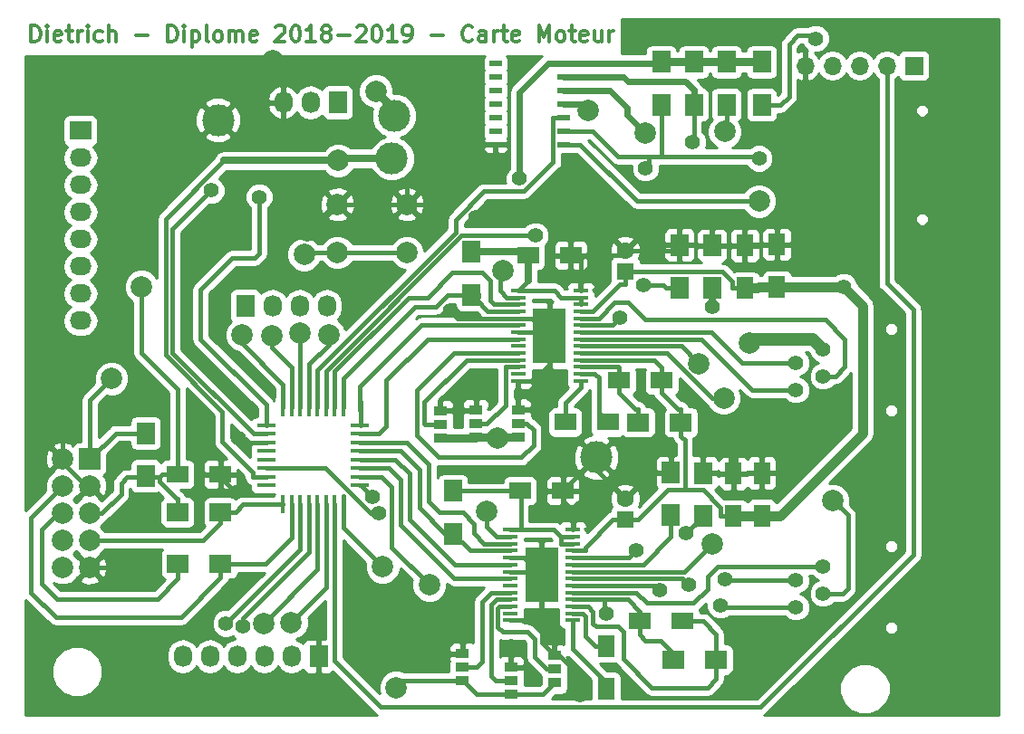
<source format=gbr>
G04 #@! TF.FileFunction,Copper,L1,Top,Signal*
%FSLAX46Y46*%
G04 Gerber Fmt 4.6, Leading zero omitted, Abs format (unit mm)*
G04 Created by KiCad (PCBNEW 4.0.7) date 04/29/19 13:35:56*
%MOMM*%
%LPD*%
G01*
G04 APERTURE LIST*
%ADD10C,0.100000*%
%ADD11C,0.300000*%
%ADD12R,1.143000X0.508000*%
%ADD13R,2.000000X1.600000*%
%ADD14R,1.600000X2.000000*%
%ADD15R,2.032000X1.727200*%
%ADD16O,2.032000X1.727200*%
%ADD17R,1.727200X2.032000*%
%ADD18O,1.727200X2.032000*%
%ADD19R,1.270000X0.965200*%
%ADD20R,1.998980X1.998980*%
%ADD21C,1.998980*%
%ADD22R,1.700000X2.000000*%
%ADD23R,2.000000X1.700000*%
%ADD24R,1.701800X0.398780*%
%ADD25R,0.398780X1.701800*%
%ADD26C,2.000000*%
%ADD27C,2.999740*%
%ADD28R,1.600000X1.600000*%
%ADD29C,1.600000*%
%ADD30R,1.475000X0.450000*%
%ADD31R,3.100000X5.180000*%
%ADD32C,1.390000*%
%ADD33R,1.700000X1.700000*%
%ADD34O,1.700000X1.700000*%
%ADD35C,1.400000*%
%ADD36C,0.800000*%
%ADD37C,0.400000*%
%ADD38C,0.900000*%
%ADD39C,0.600000*%
%ADD40C,0.700000*%
%ADD41C,1.200000*%
%ADD42C,0.254000*%
G04 APERTURE END LIST*
D10*
D11*
X97098860Y-61384571D02*
X97098860Y-59884571D01*
X97456003Y-59884571D01*
X97670288Y-59956000D01*
X97813146Y-60098857D01*
X97884574Y-60241714D01*
X97956003Y-60527429D01*
X97956003Y-60741714D01*
X97884574Y-61027429D01*
X97813146Y-61170286D01*
X97670288Y-61313143D01*
X97456003Y-61384571D01*
X97098860Y-61384571D01*
X98598860Y-61384571D02*
X98598860Y-60384571D01*
X98598860Y-59884571D02*
X98527431Y-59956000D01*
X98598860Y-60027429D01*
X98670288Y-59956000D01*
X98598860Y-59884571D01*
X98598860Y-60027429D01*
X99884574Y-61313143D02*
X99741717Y-61384571D01*
X99456003Y-61384571D01*
X99313146Y-61313143D01*
X99241717Y-61170286D01*
X99241717Y-60598857D01*
X99313146Y-60456000D01*
X99456003Y-60384571D01*
X99741717Y-60384571D01*
X99884574Y-60456000D01*
X99956003Y-60598857D01*
X99956003Y-60741714D01*
X99241717Y-60884571D01*
X100384574Y-60384571D02*
X100956003Y-60384571D01*
X100598860Y-59884571D02*
X100598860Y-61170286D01*
X100670288Y-61313143D01*
X100813146Y-61384571D01*
X100956003Y-61384571D01*
X101456003Y-61384571D02*
X101456003Y-60384571D01*
X101456003Y-60670286D02*
X101527431Y-60527429D01*
X101598860Y-60456000D01*
X101741717Y-60384571D01*
X101884574Y-60384571D01*
X102384574Y-61384571D02*
X102384574Y-60384571D01*
X102384574Y-59884571D02*
X102313145Y-59956000D01*
X102384574Y-60027429D01*
X102456002Y-59956000D01*
X102384574Y-59884571D01*
X102384574Y-60027429D01*
X103741717Y-61313143D02*
X103598860Y-61384571D01*
X103313146Y-61384571D01*
X103170288Y-61313143D01*
X103098860Y-61241714D01*
X103027431Y-61098857D01*
X103027431Y-60670286D01*
X103098860Y-60527429D01*
X103170288Y-60456000D01*
X103313146Y-60384571D01*
X103598860Y-60384571D01*
X103741717Y-60456000D01*
X104384574Y-61384571D02*
X104384574Y-59884571D01*
X105027431Y-61384571D02*
X105027431Y-60598857D01*
X104956002Y-60456000D01*
X104813145Y-60384571D01*
X104598860Y-60384571D01*
X104456002Y-60456000D01*
X104384574Y-60527429D01*
X106884574Y-60813143D02*
X108027431Y-60813143D01*
X109884574Y-61384571D02*
X109884574Y-59884571D01*
X110241717Y-59884571D01*
X110456002Y-59956000D01*
X110598860Y-60098857D01*
X110670288Y-60241714D01*
X110741717Y-60527429D01*
X110741717Y-60741714D01*
X110670288Y-61027429D01*
X110598860Y-61170286D01*
X110456002Y-61313143D01*
X110241717Y-61384571D01*
X109884574Y-61384571D01*
X111384574Y-61384571D02*
X111384574Y-60384571D01*
X111384574Y-59884571D02*
X111313145Y-59956000D01*
X111384574Y-60027429D01*
X111456002Y-59956000D01*
X111384574Y-59884571D01*
X111384574Y-60027429D01*
X112098860Y-60384571D02*
X112098860Y-61884571D01*
X112098860Y-60456000D02*
X112241717Y-60384571D01*
X112527431Y-60384571D01*
X112670288Y-60456000D01*
X112741717Y-60527429D01*
X112813146Y-60670286D01*
X112813146Y-61098857D01*
X112741717Y-61241714D01*
X112670288Y-61313143D01*
X112527431Y-61384571D01*
X112241717Y-61384571D01*
X112098860Y-61313143D01*
X113670289Y-61384571D02*
X113527431Y-61313143D01*
X113456003Y-61170286D01*
X113456003Y-59884571D01*
X114456003Y-61384571D02*
X114313145Y-61313143D01*
X114241717Y-61241714D01*
X114170288Y-61098857D01*
X114170288Y-60670286D01*
X114241717Y-60527429D01*
X114313145Y-60456000D01*
X114456003Y-60384571D01*
X114670288Y-60384571D01*
X114813145Y-60456000D01*
X114884574Y-60527429D01*
X114956003Y-60670286D01*
X114956003Y-61098857D01*
X114884574Y-61241714D01*
X114813145Y-61313143D01*
X114670288Y-61384571D01*
X114456003Y-61384571D01*
X115598860Y-61384571D02*
X115598860Y-60384571D01*
X115598860Y-60527429D02*
X115670288Y-60456000D01*
X115813146Y-60384571D01*
X116027431Y-60384571D01*
X116170288Y-60456000D01*
X116241717Y-60598857D01*
X116241717Y-61384571D01*
X116241717Y-60598857D02*
X116313146Y-60456000D01*
X116456003Y-60384571D01*
X116670288Y-60384571D01*
X116813146Y-60456000D01*
X116884574Y-60598857D01*
X116884574Y-61384571D01*
X118170288Y-61313143D02*
X118027431Y-61384571D01*
X117741717Y-61384571D01*
X117598860Y-61313143D01*
X117527431Y-61170286D01*
X117527431Y-60598857D01*
X117598860Y-60456000D01*
X117741717Y-60384571D01*
X118027431Y-60384571D01*
X118170288Y-60456000D01*
X118241717Y-60598857D01*
X118241717Y-60741714D01*
X117527431Y-60884571D01*
X119956002Y-60027429D02*
X120027431Y-59956000D01*
X120170288Y-59884571D01*
X120527431Y-59884571D01*
X120670288Y-59956000D01*
X120741717Y-60027429D01*
X120813145Y-60170286D01*
X120813145Y-60313143D01*
X120741717Y-60527429D01*
X119884574Y-61384571D01*
X120813145Y-61384571D01*
X121741716Y-59884571D02*
X121884573Y-59884571D01*
X122027430Y-59956000D01*
X122098859Y-60027429D01*
X122170288Y-60170286D01*
X122241716Y-60456000D01*
X122241716Y-60813143D01*
X122170288Y-61098857D01*
X122098859Y-61241714D01*
X122027430Y-61313143D01*
X121884573Y-61384571D01*
X121741716Y-61384571D01*
X121598859Y-61313143D01*
X121527430Y-61241714D01*
X121456002Y-61098857D01*
X121384573Y-60813143D01*
X121384573Y-60456000D01*
X121456002Y-60170286D01*
X121527430Y-60027429D01*
X121598859Y-59956000D01*
X121741716Y-59884571D01*
X123670287Y-61384571D02*
X122813144Y-61384571D01*
X123241716Y-61384571D02*
X123241716Y-59884571D01*
X123098859Y-60098857D01*
X122956001Y-60241714D01*
X122813144Y-60313143D01*
X124527430Y-60527429D02*
X124384572Y-60456000D01*
X124313144Y-60384571D01*
X124241715Y-60241714D01*
X124241715Y-60170286D01*
X124313144Y-60027429D01*
X124384572Y-59956000D01*
X124527430Y-59884571D01*
X124813144Y-59884571D01*
X124956001Y-59956000D01*
X125027430Y-60027429D01*
X125098858Y-60170286D01*
X125098858Y-60241714D01*
X125027430Y-60384571D01*
X124956001Y-60456000D01*
X124813144Y-60527429D01*
X124527430Y-60527429D01*
X124384572Y-60598857D01*
X124313144Y-60670286D01*
X124241715Y-60813143D01*
X124241715Y-61098857D01*
X124313144Y-61241714D01*
X124384572Y-61313143D01*
X124527430Y-61384571D01*
X124813144Y-61384571D01*
X124956001Y-61313143D01*
X125027430Y-61241714D01*
X125098858Y-61098857D01*
X125098858Y-60813143D01*
X125027430Y-60670286D01*
X124956001Y-60598857D01*
X124813144Y-60527429D01*
X125741715Y-60813143D02*
X126884572Y-60813143D01*
X127527429Y-60027429D02*
X127598858Y-59956000D01*
X127741715Y-59884571D01*
X128098858Y-59884571D01*
X128241715Y-59956000D01*
X128313144Y-60027429D01*
X128384572Y-60170286D01*
X128384572Y-60313143D01*
X128313144Y-60527429D01*
X127456001Y-61384571D01*
X128384572Y-61384571D01*
X129313143Y-59884571D02*
X129456000Y-59884571D01*
X129598857Y-59956000D01*
X129670286Y-60027429D01*
X129741715Y-60170286D01*
X129813143Y-60456000D01*
X129813143Y-60813143D01*
X129741715Y-61098857D01*
X129670286Y-61241714D01*
X129598857Y-61313143D01*
X129456000Y-61384571D01*
X129313143Y-61384571D01*
X129170286Y-61313143D01*
X129098857Y-61241714D01*
X129027429Y-61098857D01*
X128956000Y-60813143D01*
X128956000Y-60456000D01*
X129027429Y-60170286D01*
X129098857Y-60027429D01*
X129170286Y-59956000D01*
X129313143Y-59884571D01*
X131241714Y-61384571D02*
X130384571Y-61384571D01*
X130813143Y-61384571D02*
X130813143Y-59884571D01*
X130670286Y-60098857D01*
X130527428Y-60241714D01*
X130384571Y-60313143D01*
X131955999Y-61384571D02*
X132241714Y-61384571D01*
X132384571Y-61313143D01*
X132455999Y-61241714D01*
X132598857Y-61027429D01*
X132670285Y-60741714D01*
X132670285Y-60170286D01*
X132598857Y-60027429D01*
X132527428Y-59956000D01*
X132384571Y-59884571D01*
X132098857Y-59884571D01*
X131955999Y-59956000D01*
X131884571Y-60027429D01*
X131813142Y-60170286D01*
X131813142Y-60527429D01*
X131884571Y-60670286D01*
X131955999Y-60741714D01*
X132098857Y-60813143D01*
X132384571Y-60813143D01*
X132527428Y-60741714D01*
X132598857Y-60670286D01*
X132670285Y-60527429D01*
X134455999Y-60813143D02*
X135598856Y-60813143D01*
X138313142Y-61241714D02*
X138241713Y-61313143D01*
X138027427Y-61384571D01*
X137884570Y-61384571D01*
X137670285Y-61313143D01*
X137527427Y-61170286D01*
X137455999Y-61027429D01*
X137384570Y-60741714D01*
X137384570Y-60527429D01*
X137455999Y-60241714D01*
X137527427Y-60098857D01*
X137670285Y-59956000D01*
X137884570Y-59884571D01*
X138027427Y-59884571D01*
X138241713Y-59956000D01*
X138313142Y-60027429D01*
X139598856Y-61384571D02*
X139598856Y-60598857D01*
X139527427Y-60456000D01*
X139384570Y-60384571D01*
X139098856Y-60384571D01*
X138955999Y-60456000D01*
X139598856Y-61313143D02*
X139455999Y-61384571D01*
X139098856Y-61384571D01*
X138955999Y-61313143D01*
X138884570Y-61170286D01*
X138884570Y-61027429D01*
X138955999Y-60884571D01*
X139098856Y-60813143D01*
X139455999Y-60813143D01*
X139598856Y-60741714D01*
X140313142Y-61384571D02*
X140313142Y-60384571D01*
X140313142Y-60670286D02*
X140384570Y-60527429D01*
X140455999Y-60456000D01*
X140598856Y-60384571D01*
X140741713Y-60384571D01*
X141027427Y-60384571D02*
X141598856Y-60384571D01*
X141241713Y-59884571D02*
X141241713Y-61170286D01*
X141313141Y-61313143D01*
X141455999Y-61384571D01*
X141598856Y-61384571D01*
X142670284Y-61313143D02*
X142527427Y-61384571D01*
X142241713Y-61384571D01*
X142098856Y-61313143D01*
X142027427Y-61170286D01*
X142027427Y-60598857D01*
X142098856Y-60456000D01*
X142241713Y-60384571D01*
X142527427Y-60384571D01*
X142670284Y-60456000D01*
X142741713Y-60598857D01*
X142741713Y-60741714D01*
X142027427Y-60884571D01*
X144527427Y-61384571D02*
X144527427Y-59884571D01*
X145027427Y-60956000D01*
X145527427Y-59884571D01*
X145527427Y-61384571D01*
X146455999Y-61384571D02*
X146313141Y-61313143D01*
X146241713Y-61241714D01*
X146170284Y-61098857D01*
X146170284Y-60670286D01*
X146241713Y-60527429D01*
X146313141Y-60456000D01*
X146455999Y-60384571D01*
X146670284Y-60384571D01*
X146813141Y-60456000D01*
X146884570Y-60527429D01*
X146955999Y-60670286D01*
X146955999Y-61098857D01*
X146884570Y-61241714D01*
X146813141Y-61313143D01*
X146670284Y-61384571D01*
X146455999Y-61384571D01*
X147384570Y-60384571D02*
X147955999Y-60384571D01*
X147598856Y-59884571D02*
X147598856Y-61170286D01*
X147670284Y-61313143D01*
X147813142Y-61384571D01*
X147955999Y-61384571D01*
X149027427Y-61313143D02*
X148884570Y-61384571D01*
X148598856Y-61384571D01*
X148455999Y-61313143D01*
X148384570Y-61170286D01*
X148384570Y-60598857D01*
X148455999Y-60456000D01*
X148598856Y-60384571D01*
X148884570Y-60384571D01*
X149027427Y-60456000D01*
X149098856Y-60598857D01*
X149098856Y-60741714D01*
X148384570Y-60884571D01*
X150384570Y-60384571D02*
X150384570Y-61384571D01*
X149741713Y-60384571D02*
X149741713Y-61170286D01*
X149813141Y-61313143D01*
X149955999Y-61384571D01*
X150170284Y-61384571D01*
X150313141Y-61313143D01*
X150384570Y-61241714D01*
X151098856Y-61384571D02*
X151098856Y-60384571D01*
X151098856Y-60670286D02*
X151170284Y-60527429D01*
X151241713Y-60456000D01*
X151384570Y-60384571D01*
X151527427Y-60384571D01*
D12*
X140498000Y-63390000D03*
X140498000Y-64660000D03*
X140498000Y-65930000D03*
X140498000Y-67200000D03*
X140498000Y-68470000D03*
X140498000Y-69740000D03*
X140498000Y-71010000D03*
X146848000Y-71010000D03*
X146848000Y-69740000D03*
X146848000Y-67200000D03*
X146848000Y-65930000D03*
X146848000Y-64660000D03*
X146848000Y-63390000D03*
X146848000Y-68470000D03*
D13*
X143517000Y-81381600D03*
X147517000Y-81381600D03*
X142780000Y-103403000D03*
X146780000Y-103403000D03*
X146996000Y-96977200D03*
X150996000Y-96977200D03*
D14*
X150800000Y-121900000D03*
X150800000Y-117900000D03*
D13*
X110776000Y-101854000D03*
X114776000Y-101854000D03*
D15*
X101700000Y-69700000D03*
D16*
X101700000Y-72240000D03*
X101700000Y-74780000D03*
X101700000Y-77320000D03*
X101700000Y-79860000D03*
X101700000Y-82400000D03*
X101700000Y-84940000D03*
X101700000Y-87480000D03*
D17*
X117094000Y-86106000D03*
D18*
X119634000Y-86106000D03*
X122174000Y-86106000D03*
X124714000Y-86106000D03*
D17*
X123952000Y-118872000D03*
D18*
X121412000Y-118872000D03*
X118872000Y-118872000D03*
X116332000Y-118872000D03*
X113792000Y-118872000D03*
X111252000Y-118872000D03*
D17*
X125730000Y-67056000D03*
D18*
X123190000Y-67056000D03*
X120650000Y-67056000D03*
D19*
X135331000Y-98450400D03*
X135331000Y-97180400D03*
X135331000Y-95910400D03*
X141935000Y-122428000D03*
X141935000Y-121158000D03*
X141935000Y-119888000D03*
X142596000Y-98348800D03*
X142596000Y-97078800D03*
X142596000Y-95808800D03*
X138659000Y-98399600D03*
X138659000Y-97129600D03*
X138659000Y-95859600D03*
X137400000Y-121170000D03*
X137400000Y-119900000D03*
X137400000Y-118630000D03*
X145999000Y-121361000D03*
X145999000Y-120091000D03*
X145999000Y-118821000D03*
D20*
X102570000Y-100420000D03*
D21*
X100030000Y-100420000D03*
X102570000Y-102960000D03*
X100030000Y-102960000D03*
X102570000Y-105500000D03*
X100030000Y-105500000D03*
X102570000Y-108040000D03*
X100030000Y-108040000D03*
X102570000Y-110580000D03*
X100030000Y-110580000D03*
D22*
X155956000Y-63278000D03*
X155956000Y-67278000D03*
X159004000Y-63278000D03*
X159004000Y-67278000D03*
X162052000Y-63278000D03*
X162052000Y-67278000D03*
X165354000Y-63278000D03*
X165354000Y-67278000D03*
X138227000Y-85058000D03*
X138227000Y-81058000D03*
X136500000Y-107410000D03*
X136500000Y-103410000D03*
X107800000Y-98000000D03*
X107800000Y-102000000D03*
D23*
X114776000Y-105410000D03*
X110776000Y-105410000D03*
X114800000Y-110200000D03*
X110800000Y-110200000D03*
D24*
X119044720Y-97274380D03*
X119044720Y-98074480D03*
X119044720Y-98874580D03*
X119044720Y-99674680D03*
X119044720Y-100474780D03*
X119044720Y-101274880D03*
X119044720Y-102074980D03*
X119044720Y-102875080D03*
D25*
X120639840Y-104675940D03*
X121439940Y-104675940D03*
X122240040Y-104675940D03*
X123040140Y-104675940D03*
X123840240Y-104675940D03*
X124640340Y-104675940D03*
X125437900Y-104675940D03*
X126238000Y-104675940D03*
D24*
X127843280Y-102875080D03*
X127843280Y-102074980D03*
X127843280Y-101274880D03*
X127843280Y-100474780D03*
X127843280Y-99674680D03*
X127843280Y-98874580D03*
X127843280Y-98074480D03*
X127843280Y-97274380D03*
D25*
X126240540Y-95570040D03*
X125440440Y-95570040D03*
X124640340Y-95570040D03*
X123842780Y-95570040D03*
X123042680Y-95570040D03*
X122242580Y-95570040D03*
X121442480Y-95570040D03*
X120642380Y-95570040D03*
D26*
X132200000Y-81100000D03*
X132200000Y-76600000D03*
X125700000Y-81100000D03*
X125700000Y-76600000D03*
D27*
X114554000Y-68707000D03*
X131000000Y-68300000D03*
X130800000Y-72300000D03*
X149911000Y-100279000D03*
D14*
X166776000Y-84346800D03*
X166776000Y-80346800D03*
X165354000Y-105734000D03*
X165354000Y-101734000D03*
D13*
X157956000Y-115595000D03*
X153956000Y-115595000D03*
D14*
X163779000Y-84448400D03*
X163779000Y-80448400D03*
D13*
X152026000Y-93065600D03*
X156026000Y-93065600D03*
D14*
X162712000Y-105784000D03*
X162712000Y-101784000D03*
D23*
X153804000Y-97002600D03*
X157804000Y-97002600D03*
X161100000Y-119200000D03*
X157100000Y-119200000D03*
D22*
X157683000Y-84397600D03*
X157683000Y-80397600D03*
X156870000Y-105683000D03*
X156870000Y-101683000D03*
X160731000Y-84448400D03*
X160731000Y-80448400D03*
X159868000Y-105734000D03*
X159868000Y-101734000D03*
D28*
X152603000Y-106121000D03*
D29*
X152603000Y-104121000D03*
D28*
X152603000Y-82905600D03*
D29*
X152603000Y-80905600D03*
D30*
X148455000Y-93099600D03*
X148455000Y-92449600D03*
X148455000Y-91799600D03*
X148455000Y-91149600D03*
X148455000Y-90499600D03*
X148455000Y-89849600D03*
X148455000Y-89199600D03*
X148455000Y-88549600D03*
X148455000Y-87899600D03*
X148455000Y-87249600D03*
X148455000Y-86599600D03*
X148455000Y-85949600D03*
X148455000Y-85299600D03*
X148455000Y-84649600D03*
X142579000Y-84649600D03*
X142579000Y-85299600D03*
X142579000Y-85949600D03*
X142579000Y-86599600D03*
X142579000Y-87249600D03*
X142579000Y-87899600D03*
X142579000Y-88549600D03*
X142579000Y-89199600D03*
X142579000Y-89849600D03*
X142579000Y-90499600D03*
X142579000Y-91149600D03*
X142579000Y-91799600D03*
X142579000Y-92449600D03*
X142579000Y-93099600D03*
D31*
X145517000Y-88874600D03*
D30*
X147718000Y-115502000D03*
X147718000Y-114852000D03*
X147718000Y-114202000D03*
X147718000Y-113552000D03*
X147718000Y-112902000D03*
X147718000Y-112252000D03*
X147718000Y-111602000D03*
X147718000Y-110952000D03*
X147718000Y-110302000D03*
X147718000Y-109652000D03*
X147718000Y-109002000D03*
X147718000Y-108352000D03*
X147718000Y-107702000D03*
X147718000Y-107052000D03*
X141842000Y-107052000D03*
X141842000Y-107702000D03*
X141842000Y-108352000D03*
X141842000Y-109002000D03*
X141842000Y-109652000D03*
X141842000Y-110302000D03*
X141842000Y-110952000D03*
X141842000Y-111602000D03*
X141842000Y-112252000D03*
X141842000Y-112902000D03*
X141842000Y-113552000D03*
X141842000Y-114202000D03*
X141842000Y-114852000D03*
X141842000Y-115502000D03*
D31*
X144780000Y-111277000D03*
D32*
X171093000Y-90144600D03*
X168553000Y-91414600D03*
X171093000Y-92684600D03*
X168553000Y-93954600D03*
X171093000Y-110465000D03*
X168553000Y-111735000D03*
X171093000Y-113005000D03*
X168553000Y-114275000D03*
D33*
X179578000Y-63627000D03*
D34*
X177038000Y-63627000D03*
X174498000Y-63627000D03*
X171958000Y-63627000D03*
X169418000Y-63627000D03*
D35*
X108000000Y-111800000D03*
D26*
X131800000Y-118900000D03*
X164100000Y-98500000D03*
X122900000Y-79100000D03*
X164600000Y-70100000D03*
X148590000Y-105258000D03*
D35*
X141935000Y-117958000D03*
X148387000Y-122530000D03*
X116484000Y-98501200D03*
X116230000Y-103530000D03*
D26*
X117754000Y-67005200D03*
X119685000Y-63195200D03*
X138836000Y-93675200D03*
D35*
X136246000Y-86512400D03*
X138633000Y-77774800D03*
D26*
X134010000Y-67208400D03*
X122600000Y-81300000D03*
X107400000Y-84300000D03*
D35*
X173000000Y-84300000D03*
D26*
X129300000Y-66000000D03*
D35*
X150825000Y-114881000D03*
D26*
X116800000Y-88800000D03*
X119600000Y-88900000D03*
X122200000Y-88600000D03*
X124900000Y-88800000D03*
D35*
X158900000Y-70800000D03*
D26*
X134300000Y-112200000D03*
X165100000Y-76300000D03*
D35*
X170400000Y-61100000D03*
X129000000Y-104000000D03*
X154500000Y-73200000D03*
X165100000Y-72300000D03*
D26*
X154500000Y-69900000D03*
X161900000Y-69800000D03*
X129941400Y-110522700D03*
X121400000Y-115700000D03*
X118800000Y-115800000D03*
D35*
X116900000Y-116100000D03*
X115300000Y-115800000D03*
D26*
X104600000Y-92900000D03*
X131200000Y-121800000D03*
X140700000Y-98500000D03*
X141200000Y-82800000D03*
D35*
X142700000Y-74200000D03*
D26*
X139649000Y-105308000D03*
D35*
X129600000Y-105500000D03*
D26*
X125800000Y-72500000D03*
D35*
X118400000Y-75900000D03*
X113900000Y-75300000D03*
X152063000Y-87239900D03*
X154336000Y-84125900D03*
X160700000Y-86200000D03*
D26*
X159500000Y-91500000D03*
D35*
X158293000Y-107391000D03*
X155804000Y-112725000D03*
D26*
X149141100Y-67835000D03*
D35*
X144192000Y-79526500D03*
D26*
X164200000Y-89600000D03*
X161800000Y-94700000D03*
D35*
X161900000Y-111700000D03*
D26*
X160700000Y-108400000D03*
X172000000Y-104300000D03*
D35*
X153600000Y-109000000D03*
X161500000Y-114100000D03*
X158500000Y-112200000D03*
D36*
X134010000Y-67208400D02*
X134010000Y-64710000D01*
X132495200Y-63195200D02*
X119685000Y-63195200D01*
X134010000Y-64710000D02*
X132495200Y-63195200D01*
D37*
X102570000Y-102960000D02*
X102260000Y-102960000D01*
X102260000Y-102960000D02*
X100030000Y-100730000D01*
X100030000Y-100730000D02*
X100030000Y-100420000D01*
X100030000Y-100420000D02*
X100030000Y-93030000D01*
X100030000Y-93030000D02*
X98200000Y-91200000D01*
X98200000Y-91200000D02*
X98200000Y-67100000D01*
X98200000Y-67100000D02*
X102104800Y-63195200D01*
X102104800Y-63195200D02*
X119685000Y-63195200D01*
X102570000Y-110580000D02*
X106780000Y-110580000D01*
X106780000Y-110580000D02*
X108000000Y-111800000D01*
X137400000Y-118630000D02*
X132070000Y-118630000D01*
X132070000Y-118630000D02*
X131800000Y-118900000D01*
D38*
X162712000Y-101784000D02*
X162712000Y-99888000D01*
X162712000Y-99888000D02*
X164100000Y-98500000D01*
D37*
X122900000Y-79100000D02*
X125400000Y-76600000D01*
X125400000Y-76600000D02*
X125700000Y-76600000D01*
X166776000Y-80346800D02*
X172553200Y-80346800D01*
X173500000Y-70100000D02*
X164600000Y-70100000D01*
X175700000Y-72300000D02*
X173500000Y-70100000D01*
X175700000Y-77200000D02*
X175700000Y-72300000D01*
X172553200Y-80346800D02*
X175700000Y-77200000D01*
X119044700Y-98874600D02*
X116858000Y-98874600D01*
X116858000Y-98874600D02*
X116484000Y-98501200D01*
X116230000Y-103530000D02*
X114776000Y-102076000D01*
X133900000Y-76600000D02*
X132200000Y-76600000D01*
X139490000Y-71010000D02*
X133900000Y-76600000D01*
X140498000Y-71010000D02*
X139490000Y-71010000D01*
X147718000Y-105258000D02*
X148590000Y-105258000D01*
X141935000Y-119888000D02*
X141935000Y-117958000D01*
X146456000Y-118821000D02*
X145999000Y-118821000D01*
X147625000Y-119990000D02*
X146456000Y-118821000D01*
X147625000Y-121768000D02*
X147625000Y-119990000D01*
X148387000Y-122530000D02*
X147625000Y-121768000D01*
X114776000Y-102076000D02*
X114776000Y-101854000D01*
X165304000Y-101784000D02*
X165354000Y-101734000D01*
X162712000Y-101784000D02*
X165304000Y-101784000D01*
X162662000Y-101734000D02*
X162712000Y-101784000D01*
X159868000Y-101734000D02*
X162662000Y-101734000D01*
X143967000Y-95808800D02*
X142596000Y-95808800D01*
X144983000Y-96824800D02*
X143967000Y-95808800D01*
X144983000Y-99771200D02*
X144983000Y-96824800D01*
X146780000Y-101568000D02*
X144983000Y-99771200D01*
X146780000Y-103403000D02*
X146780000Y-101568000D01*
X146787000Y-103403000D02*
X149911000Y-100279000D01*
X146780000Y-103403000D02*
X146787000Y-103403000D01*
X114776000Y-101854000D02*
X114776000Y-101720000D01*
X138659000Y-93852600D02*
X138836000Y-93675200D01*
X138659000Y-95859600D02*
X138659000Y-93852600D01*
X136983000Y-87249600D02*
X136246000Y-86512400D01*
X142579000Y-87249600D02*
X136983000Y-87249600D01*
X145999000Y-77774800D02*
X138633000Y-77774800D01*
X147517000Y-79292600D02*
X145999000Y-77774800D01*
X147517000Y-81381600D02*
X147517000Y-79292600D01*
X163881000Y-80346800D02*
X163779000Y-80448400D01*
X166776000Y-80346800D02*
X163881000Y-80346800D01*
X125730000Y-76581000D02*
X125298000Y-76149200D01*
X132230000Y-76581000D02*
X125730000Y-76581000D01*
X132230000Y-74424400D02*
X132230000Y-76581000D01*
X134010000Y-72644000D02*
X132230000Y-74424400D01*
X134010000Y-67208400D02*
X134010000Y-72644000D01*
X116205000Y-67056000D02*
X114554000Y-68707000D01*
X117754000Y-67056000D02*
X116205000Y-67056000D01*
X117754000Y-67005200D02*
X117754000Y-67056000D01*
X138608000Y-95910400D02*
X138659000Y-95859600D01*
X135331000Y-95910400D02*
X138608000Y-95910400D01*
X144455000Y-110952000D02*
X144780000Y-111277000D01*
X141842000Y-110952000D02*
X144455000Y-110952000D01*
X138709000Y-95808800D02*
X138659000Y-95859600D01*
X142596000Y-93116600D02*
X142579000Y-93099600D01*
X142596000Y-95808800D02*
X142596000Y-93116600D01*
X148455000Y-81720200D02*
X148455000Y-84649600D01*
X148793000Y-81381600D02*
X148455000Y-81720200D01*
X147517000Y-81381600D02*
X148793000Y-81381600D01*
X145517000Y-91567000D02*
X145517000Y-88874600D01*
X143984000Y-93099600D02*
X145517000Y-91567000D01*
X142579000Y-93099600D02*
X143984000Y-93099600D01*
X145192000Y-88549600D02*
X145517000Y-88874600D01*
X142579000Y-88549600D02*
X145192000Y-88549600D01*
X147718000Y-105249000D02*
X147718000Y-105258000D01*
X146780000Y-104311000D02*
X147718000Y-105249000D01*
X146780000Y-103403000D02*
X146780000Y-104311000D01*
X147718000Y-105258000D02*
X147718000Y-107052000D01*
X143892000Y-87249600D02*
X145192000Y-88549600D01*
X142579000Y-87249600D02*
X143892000Y-87249600D01*
X145192000Y-88549600D02*
X145517000Y-88874600D01*
X147517000Y-81381600D02*
X148793000Y-81381600D01*
X152127000Y-81381600D02*
X152603000Y-80905600D01*
X148793000Y-81381600D02*
X152127000Y-81381600D01*
X143155000Y-109652000D02*
X144455000Y-110952000D01*
X141842000Y-109652000D02*
X143155000Y-109652000D01*
X144455000Y-110952000D02*
X144780000Y-111277000D01*
X144780000Y-114656000D02*
X144780000Y-114706000D01*
X144780000Y-117602000D02*
X145999000Y-118821000D01*
X144780000Y-114706000D02*
X144780000Y-117602000D01*
X143984000Y-115502000D02*
X144780000Y-114706000D01*
X141842000Y-115502000D02*
X143984000Y-115502000D01*
X144780000Y-114706000D02*
X144780000Y-114656000D01*
X144780000Y-114656000D02*
X144780000Y-111277000D01*
X157175000Y-80905600D02*
X157683000Y-80397600D01*
X152603000Y-80905600D02*
X157175000Y-80905600D01*
X151315000Y-101683000D02*
X149911000Y-100279000D01*
X156870000Y-101683000D02*
X151315000Y-101683000D01*
X149911000Y-101429000D02*
X152603000Y-104121000D01*
X149911000Y-100279000D02*
X149911000Y-101429000D01*
X119045000Y-98874600D02*
X119044700Y-98874600D01*
X160680000Y-80397600D02*
X160731000Y-80448400D01*
X157683000Y-80397600D02*
X160680000Y-80397600D01*
X160731000Y-80448400D02*
X163779000Y-80448400D01*
X102570000Y-105500000D02*
X103700000Y-105500000D01*
X106060000Y-102140000D02*
X107696000Y-102140000D01*
X105500000Y-102700000D02*
X106060000Y-102140000D01*
X105500000Y-103700000D02*
X105500000Y-102700000D01*
X103700000Y-105500000D02*
X105500000Y-103700000D01*
X110776000Y-101854000D02*
X110776000Y-93876000D01*
X122800000Y-81100000D02*
X125700000Y-81100000D01*
X122600000Y-81300000D02*
X122800000Y-81100000D01*
X107400000Y-90500000D02*
X107400000Y-84300000D01*
X110776000Y-93876000D02*
X107400000Y-90500000D01*
X109376000Y-101854000D02*
X109090000Y-102140000D01*
X110776000Y-101854000D02*
X109376000Y-101854000D01*
X109090000Y-102552000D02*
X109090000Y-102140000D01*
X110698000Y-104160000D02*
X109090000Y-102552000D01*
X110776000Y-104160000D02*
X110698000Y-104160000D01*
X110776000Y-105410000D02*
X110776000Y-104160000D01*
X107696000Y-102140000D02*
X109090000Y-102140000D01*
X132230000Y-81081000D02*
X132181000Y-81081000D01*
X132181000Y-81081000D02*
X125730000Y-81081000D01*
X132181000Y-81081000D02*
X132200000Y-81100000D01*
X125711000Y-81100000D02*
X125730000Y-81081000D01*
X125700000Y-81100000D02*
X125711000Y-81100000D01*
X129560000Y-98074500D02*
X127843300Y-98074500D01*
X130251000Y-97383600D02*
X129560000Y-98074500D01*
X130251000Y-93065600D02*
X130251000Y-97383600D01*
X134117000Y-89199600D02*
X130251000Y-93065600D01*
X142579000Y-89199600D02*
X134117000Y-89199600D01*
X127843300Y-98074500D02*
X127843000Y-98074500D01*
X127843000Y-101275000D02*
X127843400Y-101275000D01*
X136647000Y-111602000D02*
X141842000Y-111602000D01*
X131623000Y-106578000D02*
X136647000Y-111602000D01*
X131623000Y-102362000D02*
X131623000Y-106578000D01*
X130536000Y-101275000D02*
X131623000Y-102362000D01*
X127843400Y-101275000D02*
X130536000Y-101275000D01*
X127843400Y-101275000D02*
X127843300Y-101274900D01*
X157100000Y-119200000D02*
X157100000Y-118600000D01*
X157100000Y-118600000D02*
X155900000Y-117400000D01*
X155900000Y-117400000D02*
X154500000Y-117400000D01*
X154500000Y-117400000D02*
X153956000Y-116856000D01*
X153956000Y-116856000D02*
X153956000Y-115595000D01*
D38*
X173000000Y-84346800D02*
X173047000Y-84346800D01*
X173000000Y-84300000D02*
X173000000Y-84346800D01*
D36*
X131000000Y-67700000D02*
X129300000Y-66000000D01*
D37*
X131000000Y-68300000D02*
X131000000Y-67700000D01*
D38*
X167066000Y-105734000D02*
X165354000Y-105734000D01*
X174800000Y-98000000D02*
X167066000Y-105734000D01*
X174800000Y-86100000D02*
X174800000Y-98000000D01*
X173047000Y-84346800D02*
X174800000Y-86100000D01*
D37*
X155310000Y-91149600D02*
X148455000Y-91149600D01*
X156026000Y-91865300D02*
X155310000Y-91149600D01*
X156026000Y-93065600D02*
X156026000Y-91865300D01*
X152603000Y-84105900D02*
X152603000Y-82905600D01*
X152086000Y-84105900D02*
X152603000Y-84105900D01*
X149593000Y-86599600D02*
X152086000Y-84105900D01*
X148455000Y-86599600D02*
X149593000Y-86599600D01*
X161636000Y-82905600D02*
X152603000Y-82905600D01*
X162579000Y-83848300D02*
X161636000Y-82905600D01*
X162579000Y-84448400D02*
X162579000Y-83848300D01*
X163779000Y-84448400D02*
X162579000Y-84448400D01*
X156026000Y-94265900D02*
X156026000Y-93065600D01*
X157512000Y-95752300D02*
X156026000Y-94265900D01*
X157804000Y-95752300D02*
X157512000Y-95752300D01*
X157804000Y-97002600D02*
X157804000Y-95752300D01*
X150688000Y-113552000D02*
X147718000Y-113552000D01*
X150688000Y-114744000D02*
X150825000Y-114881000D01*
X150688000Y-113552000D02*
X150688000Y-114744000D01*
D38*
X165081000Y-84346800D02*
X166776000Y-84346800D01*
D37*
X164979000Y-84448400D02*
X165081000Y-84346800D01*
D38*
X163779000Y-84448400D02*
X164979000Y-84448400D01*
D37*
X152821000Y-113552000D02*
X150688000Y-113552000D01*
X153956000Y-114688000D02*
X152821000Y-113552000D01*
X153956000Y-115595000D02*
X153956000Y-114688000D01*
X158157000Y-98606000D02*
X158157000Y-103314000D01*
X157804000Y-98252900D02*
X158157000Y-98606000D01*
X157804000Y-97002600D02*
X157804000Y-98252900D01*
X159867000Y-103314000D02*
X158157000Y-103314000D01*
X161512000Y-104959000D02*
X159867000Y-103314000D01*
X161512000Y-105784000D02*
X161512000Y-104959000D01*
X162712000Y-105784000D02*
X161512000Y-105784000D01*
D38*
X164104000Y-105784000D02*
X162712000Y-105784000D01*
D37*
X164154000Y-105734000D02*
X164104000Y-105784000D01*
D38*
X165354000Y-105734000D02*
X164154000Y-105734000D01*
X166776000Y-84346800D02*
X173000000Y-84346800D01*
D37*
X173000000Y-84346800D02*
X173047000Y-84346800D01*
X151403000Y-106121000D02*
X152603000Y-106121000D01*
X148856000Y-108668000D02*
X151403000Y-106121000D01*
X148856000Y-109002000D02*
X148856000Y-108668000D01*
X147718000Y-109002000D02*
X148856000Y-109002000D01*
X156610000Y-103314000D02*
X158157000Y-103314000D01*
X153803000Y-106121000D02*
X156610000Y-103314000D01*
X152603000Y-106121000D02*
X153803000Y-106121000D01*
X151960000Y-91799600D02*
X148455000Y-91799600D01*
X152026000Y-91865300D02*
X151960000Y-91799600D01*
X152026000Y-93065600D02*
X152026000Y-91865300D01*
X152026000Y-94265900D02*
X152026000Y-93065600D01*
X153512000Y-95752300D02*
X152026000Y-94265900D01*
X153804000Y-95752300D02*
X153512000Y-95752300D01*
X153804000Y-97002600D02*
X153804000Y-95752300D01*
X146996000Y-95167200D02*
X146996000Y-96977200D01*
X148455000Y-93708600D02*
X146996000Y-95167200D01*
X148455000Y-93099600D02*
X148455000Y-93708600D01*
X150114000Y-96094800D02*
X150996000Y-96977200D01*
X150114000Y-92811600D02*
X150114000Y-96094800D01*
X149752000Y-92449600D02*
X150114000Y-92811600D01*
X148455000Y-92449600D02*
X149752000Y-92449600D01*
X150800000Y-121900000D02*
X150800000Y-121300000D01*
X150800000Y-121300000D02*
X147718000Y-118218000D01*
X147718000Y-118218000D02*
X147718000Y-115502000D01*
X147718000Y-114852000D02*
X148652000Y-114852000D01*
X149800000Y-117900000D02*
X150800000Y-117900000D01*
X148900000Y-117000000D02*
X149800000Y-117900000D01*
X148900000Y-115100000D02*
X148900000Y-117000000D01*
X148652000Y-114852000D02*
X148900000Y-115100000D01*
X150800000Y-117900000D02*
X150300000Y-117900000D01*
X116800000Y-89600000D02*
X116800000Y-88800000D01*
X120642000Y-93442400D02*
X116800000Y-89600000D01*
X120642000Y-94745800D02*
X120642000Y-93442400D01*
X120642000Y-94745800D02*
X120642000Y-94746200D01*
X120642000Y-94745800D02*
X120642000Y-94746200D01*
X120642000Y-94746200D02*
X120642000Y-94745800D01*
X120642000Y-95158100D02*
X120642000Y-94746200D01*
X120642000Y-94746200D02*
X120642000Y-95158100D01*
X120642000Y-94746200D02*
X120642000Y-95158100D01*
X120642000Y-95158100D02*
X120642000Y-95364000D01*
X120642000Y-95158100D02*
X120642000Y-95364000D01*
X120642000Y-95364000D02*
X120642000Y-95158100D01*
X120642000Y-95467000D02*
X120642000Y-95364000D01*
X120642000Y-95364000D02*
X120642000Y-95467000D01*
X120642000Y-95364000D02*
X120642000Y-95467000D01*
X120642000Y-95467000D02*
X120642000Y-95518500D01*
X120642000Y-95467000D02*
X120642000Y-95518500D01*
X120642000Y-95518500D02*
X120642000Y-95467000D01*
X120642000Y-95544200D02*
X120642000Y-95518500D01*
X120642000Y-95518500D02*
X120642000Y-95544200D01*
X120642000Y-95518500D02*
X120642000Y-95544200D01*
X120642000Y-95544200D02*
X120642000Y-95557100D01*
X120642000Y-95544200D02*
X120642000Y-95557100D01*
X120642000Y-95557100D02*
X120642000Y-95544200D01*
X120642000Y-95563500D02*
X120642000Y-95557100D01*
X120642000Y-95557100D02*
X120642000Y-95563500D01*
X120642000Y-95557100D02*
X120642000Y-95563500D01*
X120642000Y-95563500D02*
X120642000Y-95566700D01*
X120642000Y-95563500D02*
X120642000Y-95566700D01*
X120642000Y-95566700D02*
X120642000Y-95563500D01*
X120642000Y-95568300D02*
X120642000Y-95566700D01*
X120642000Y-95566700D02*
X120642000Y-95568300D01*
X120642000Y-95566700D02*
X120642000Y-95568300D01*
X120642000Y-95568300D02*
X120642000Y-95569100D01*
X120642000Y-95568300D02*
X120642000Y-95569100D01*
X120642000Y-95569100D02*
X120642000Y-95568300D01*
X120642000Y-95569500D02*
X120642000Y-95569100D01*
X120642000Y-95569100D02*
X120642000Y-95569500D01*
X120642000Y-95569100D02*
X120642000Y-95569500D01*
X120642000Y-95569500D02*
X120642000Y-95569700D01*
X120642000Y-95569500D02*
X120642000Y-95569700D01*
X120642000Y-95569700D02*
X120642000Y-95569500D01*
X120642000Y-95569800D02*
X120642000Y-95569700D01*
X120642000Y-95569700D02*
X120642000Y-95569800D01*
X120642000Y-95569700D02*
X120642000Y-95569800D01*
X120642000Y-95569800D02*
X120642000Y-95569900D01*
X120642000Y-95569900D02*
X120642000Y-95570000D01*
X120642000Y-95569800D02*
X120642000Y-95569900D01*
X120642000Y-95569900D02*
X120642000Y-95570000D01*
X120642000Y-95570000D02*
X120642000Y-95569900D01*
X120642000Y-95569900D02*
X120642000Y-95569800D01*
X120642300Y-95569900D02*
X120642400Y-95570000D01*
X120642000Y-95569900D02*
X120642300Y-95569900D01*
X121442480Y-95570040D02*
X121442480Y-91842480D01*
X119600000Y-90000000D02*
X119600000Y-88900000D01*
X121442480Y-91842480D02*
X119600000Y-90000000D01*
X121442000Y-94485400D02*
X121442000Y-94485900D01*
X121442000Y-94485900D02*
X121442000Y-94485400D01*
X121442000Y-94485900D02*
X121442000Y-94485400D01*
X121442000Y-95027900D02*
X121442000Y-94485900D01*
X121442000Y-95027900D02*
X121442000Y-94485900D01*
X121442000Y-94485900D02*
X121442000Y-95027900D01*
X121442000Y-95027900D02*
X121442000Y-95298900D01*
X121442000Y-95298900D02*
X121442000Y-95027900D01*
X121442000Y-95298900D02*
X121442000Y-95027900D01*
X121442000Y-95434400D02*
X121442000Y-95298900D01*
X121442000Y-95434400D02*
X121442000Y-95298900D01*
X121442000Y-95298900D02*
X121442000Y-95434400D01*
X121442000Y-95434400D02*
X121442000Y-95502200D01*
X121442000Y-95502200D02*
X121442000Y-95434400D01*
X121442000Y-95502200D02*
X121442000Y-95434400D01*
X121442000Y-95536100D02*
X121442000Y-95502200D01*
X121442000Y-95536100D02*
X121442000Y-95502200D01*
X121442000Y-95502200D02*
X121442000Y-95536100D01*
X121442000Y-95536100D02*
X121442000Y-95553000D01*
X121442000Y-95553000D02*
X121442000Y-95536100D01*
X121442000Y-95553000D02*
X121442000Y-95536100D01*
X121442000Y-95561500D02*
X121442000Y-95553000D01*
X121442000Y-95561500D02*
X121442000Y-95553000D01*
X121442000Y-95553000D02*
X121442000Y-95561500D01*
X121442000Y-95561500D02*
X121442000Y-95565700D01*
X121442000Y-95565700D02*
X121442000Y-95561500D01*
X121442000Y-95565700D02*
X121442000Y-95561500D01*
X121442000Y-95567800D02*
X121442000Y-95565700D01*
X121442000Y-95567800D02*
X121442000Y-95565700D01*
X121442000Y-95565700D02*
X121442000Y-95567800D01*
X121442000Y-95567800D02*
X121442000Y-95568900D01*
X121442000Y-95568900D02*
X121442000Y-95567800D01*
X121442000Y-95568900D02*
X121442000Y-95567800D01*
X121442000Y-95569400D02*
X121442000Y-95568900D01*
X121442000Y-95569400D02*
X121442000Y-95568900D01*
X121442000Y-95568900D02*
X121442000Y-95569400D01*
X121442000Y-95569400D02*
X121442000Y-95569700D01*
X121442000Y-95569700D02*
X121442000Y-95569400D01*
X121442000Y-95569700D02*
X121442000Y-95569400D01*
X121442000Y-95569800D02*
X121442000Y-95569700D01*
X121442000Y-95569800D02*
X121442000Y-95569700D01*
X121442000Y-95569700D02*
X121442000Y-95569800D01*
X121442000Y-95569800D02*
X121442000Y-95569900D01*
X121442000Y-95569900D02*
X121442000Y-95570000D01*
X121442000Y-95570000D02*
X121442000Y-95569900D01*
X121442000Y-95569900D02*
X121442000Y-95569800D01*
X121442000Y-95570000D02*
X121442000Y-95569900D01*
X121442000Y-95569900D02*
X121442000Y-95569800D01*
X121442400Y-95569900D02*
X121442500Y-95570000D01*
X121442000Y-95569900D02*
X121442400Y-95569900D01*
X122243000Y-88642600D02*
X122200000Y-88600000D01*
X122243000Y-95569800D02*
X122243000Y-88642600D01*
X122174000Y-95501500D02*
X122243000Y-95569800D01*
X122243000Y-95570000D02*
X122243000Y-95569900D01*
X122243000Y-95569900D02*
X122243000Y-95569800D01*
X122243000Y-95569800D02*
X122243000Y-95569900D01*
X122243000Y-95569900D02*
X122243000Y-95570000D01*
X122243000Y-95570000D02*
X122243000Y-95569900D01*
X122243000Y-95569900D02*
X122243000Y-95569800D01*
X122242700Y-95569900D02*
X122242600Y-95570000D01*
X122243000Y-95569900D02*
X122242700Y-95569900D01*
X123042680Y-95570040D02*
X123042680Y-91557320D01*
X124900000Y-89700000D02*
X124900000Y-88800000D01*
X123042680Y-91557320D02*
X124900000Y-89700000D01*
X123043000Y-95570000D02*
X123043000Y-92763600D01*
X123042700Y-92763900D02*
X123042700Y-95570000D01*
X123043000Y-92763600D02*
X123042700Y-92763900D01*
X159004000Y-70696000D02*
X159004000Y-67278000D01*
X158900000Y-70800000D02*
X159004000Y-70696000D01*
D39*
X159004000Y-65904000D02*
X159004000Y-67278000D01*
X158200000Y-65100000D02*
X159004000Y-65904000D01*
X152900000Y-65100000D02*
X158200000Y-65100000D01*
X152460000Y-64660000D02*
X152900000Y-65100000D01*
X146848000Y-64660000D02*
X152460000Y-64660000D01*
D37*
X125437900Y-119315500D02*
X125437900Y-104675900D01*
X129766800Y-123644400D02*
X125437900Y-119315500D01*
X165233500Y-123644400D02*
X129766800Y-123644400D01*
X179509200Y-109368700D02*
X165233500Y-123644400D01*
X179509200Y-86460800D02*
X179509200Y-109368700D01*
X177038000Y-83989600D02*
X179509200Y-86460800D01*
X177038000Y-63627000D02*
X177038000Y-83989600D01*
X153700000Y-76300000D02*
X165100000Y-76300000D01*
X148410000Y-71010000D02*
X153700000Y-76300000D01*
X146848000Y-71010000D02*
X148410000Y-71010000D01*
X167122000Y-67278000D02*
X165354000Y-67278000D01*
X167900000Y-66500000D02*
X167122000Y-67278000D01*
X167900000Y-61600000D02*
X167900000Y-66500000D01*
X168700000Y-60800000D02*
X167900000Y-61600000D01*
X170100000Y-60800000D02*
X168700000Y-60800000D01*
X170400000Y-61100000D02*
X170100000Y-60800000D01*
X127843000Y-102075000D02*
X127843300Y-102075000D01*
X130800000Y-108700000D02*
X134300000Y-112200000D01*
X130800000Y-103000000D02*
X130800000Y-108700000D01*
X129875000Y-102075000D02*
X130800000Y-103000000D01*
X127843300Y-102075000D02*
X129875000Y-102075000D01*
X154800000Y-72900000D02*
X154800000Y-72100000D01*
X154500000Y-73200000D02*
X154800000Y-72900000D01*
X164900000Y-72100000D02*
X155956000Y-72100000D01*
X165100000Y-72300000D02*
X164900000Y-72100000D01*
X155956000Y-72100000D02*
X155956000Y-67278000D01*
X151900000Y-72100000D02*
X154800000Y-72100000D01*
X149540000Y-69740000D02*
X151900000Y-72100000D01*
X146848000Y-69740000D02*
X149540000Y-69740000D01*
X154800000Y-72100000D02*
X155956000Y-72100000D01*
X127843000Y-102875000D02*
X127843400Y-102875000D01*
X127875000Y-102875000D02*
X129000000Y-104000000D01*
X127843400Y-102875000D02*
X127875000Y-102875000D01*
X127843400Y-102875000D02*
X127843300Y-102875100D01*
D39*
X152800000Y-68200000D02*
X154500000Y-69900000D01*
X152800000Y-67600000D02*
X152800000Y-68200000D01*
X151130000Y-65930000D02*
X152800000Y-67600000D01*
X146848000Y-65930000D02*
X151130000Y-65930000D01*
D37*
X162052000Y-69648000D02*
X162052000Y-67278000D01*
X161900000Y-69800000D02*
X162052000Y-69648000D01*
X162052000Y-67208400D02*
X162052000Y-67278000D01*
X126238000Y-103860000D02*
X126238000Y-104675900D01*
X126238000Y-104675900D02*
X126238000Y-104676000D01*
X126238000Y-106819300D02*
X126238000Y-104676000D01*
X129941400Y-110522700D02*
X126238000Y-106819300D01*
X121666000Y-118618000D02*
X121412000Y-118872000D01*
X124640000Y-104676000D02*
X124640000Y-105814600D01*
X124640000Y-112460000D02*
X121400000Y-115700000D01*
X124640000Y-105814600D02*
X124640000Y-112460000D01*
X124640300Y-105814300D02*
X124640300Y-104675900D01*
X124640000Y-105814600D02*
X124640300Y-105814300D01*
X123840000Y-104676000D02*
X123840000Y-107718000D01*
X123840000Y-110760000D02*
X118800000Y-115800000D01*
X123840000Y-107718000D02*
X123840000Y-110760000D01*
X123840200Y-107717800D02*
X123840200Y-104675900D01*
X123840000Y-107718000D02*
X123840200Y-107717800D01*
X123040000Y-104676000D02*
X123040000Y-106918000D01*
X116900000Y-115300000D02*
X116900000Y-116100000D01*
X123040000Y-109160000D02*
X116900000Y-115300000D01*
X123040000Y-106918000D02*
X123040000Y-109160000D01*
X123040100Y-106917900D02*
X123040100Y-104675900D01*
X123040000Y-106918000D02*
X123040100Y-106917900D01*
X122240000Y-108860000D02*
X115300000Y-115800000D01*
X122240000Y-104676000D02*
X122240000Y-108860000D01*
X122240000Y-104676000D02*
X122240000Y-104675900D01*
X107800000Y-98000000D02*
X104990000Y-98000000D01*
X104990000Y-98000000D02*
X102570000Y-100420000D01*
X102570000Y-100420000D02*
X102570000Y-94930000D01*
X102570000Y-94930000D02*
X104600000Y-92900000D01*
X137400000Y-121170000D02*
X131830000Y-121170000D01*
X131830000Y-121170000D02*
X131200000Y-121800000D01*
X137400000Y-121170000D02*
X137470000Y-121170000D01*
X137470000Y-121170000D02*
X138728000Y-122428000D01*
X138728000Y-122428000D02*
X141935000Y-122428000D01*
X140700000Y-98500000D02*
X140700000Y-98399600D01*
X141500000Y-85299600D02*
X142579000Y-85299600D01*
X140900000Y-84700000D02*
X141500000Y-85299600D01*
X140900000Y-83100000D02*
X140900000Y-84700000D01*
X141200000Y-82800000D02*
X140900000Y-83100000D01*
D39*
X142700000Y-66100000D02*
X142700000Y-74200000D01*
X145410000Y-63390000D02*
X142700000Y-66100000D01*
X146848000Y-63390000D02*
X145410000Y-63390000D01*
D37*
X155844000Y-63390000D02*
X155956000Y-63278000D01*
D39*
X146848000Y-63390000D02*
X155844000Y-63390000D01*
D37*
X139649000Y-106782000D02*
X139649000Y-105308000D01*
X140570000Y-107702000D02*
X139649000Y-106782000D01*
X141842000Y-107702000D02*
X140570000Y-107702000D01*
D36*
X165354000Y-63278000D02*
X162052000Y-63278000D01*
D37*
X144932000Y-122428000D02*
X145999000Y-121361000D01*
X141935000Y-122428000D02*
X144932000Y-122428000D01*
D36*
X135331000Y-98450400D02*
X138608000Y-98450400D01*
D37*
X138608000Y-98450400D02*
X138659000Y-98399600D01*
X141561000Y-98321500D02*
X141561000Y-98348800D01*
X141010000Y-97771300D02*
X141561000Y-98321500D01*
D36*
X142596000Y-98348800D02*
X141561000Y-98348800D01*
D37*
X141510000Y-98399600D02*
X141561000Y-98348800D01*
D36*
X138659000Y-98399600D02*
X140700000Y-98399600D01*
X140700000Y-98399600D02*
X141510000Y-98399600D01*
X155956000Y-63278000D02*
X159004000Y-63278000D01*
X159004000Y-63278000D02*
X162052000Y-63278000D01*
D37*
X128800000Y-105500000D02*
X129600000Y-105500000D01*
X124575000Y-101275000D02*
X128800000Y-105500000D01*
X119045000Y-101275000D02*
X124575000Y-101275000D01*
X119044800Y-101275000D02*
X119044700Y-101274900D01*
X119045000Y-101275000D02*
X119044800Y-101275000D01*
X126000000Y-72300000D02*
X125800000Y-72500000D01*
D40*
X130800000Y-72300000D02*
X126000000Y-72300000D01*
D37*
X117793500Y-101640100D02*
X117793500Y-102075000D01*
X114971400Y-98818000D02*
X117793500Y-101640100D01*
X114971400Y-96021000D02*
X114971400Y-98818000D01*
X109652900Y-90702500D02*
X114971400Y-96021000D01*
X109652900Y-77973800D02*
X109652900Y-90702500D01*
X115126700Y-72500000D02*
X109652900Y-77973800D01*
D40*
X125800000Y-72500000D02*
X115126700Y-72500000D01*
D37*
X119044700Y-102075000D02*
X117793500Y-102075000D01*
X133858000Y-97180400D02*
X135331000Y-97180400D01*
X133807000Y-97129600D02*
X133858000Y-97180400D01*
X133807000Y-95097600D02*
X133807000Y-97129600D01*
X137755000Y-91149600D02*
X133807000Y-95097600D01*
X142579000Y-91149600D02*
X137755000Y-91149600D01*
X140550000Y-113552000D02*
X141842000Y-113552000D01*
X140056000Y-114046000D02*
X140550000Y-113552000D01*
X140056000Y-120752000D02*
X140056000Y-114046000D01*
X140462000Y-121158000D02*
X140056000Y-120752000D01*
X141935000Y-121158000D02*
X140462000Y-121158000D01*
X136576000Y-90499600D02*
X142579000Y-90499600D01*
X133096000Y-93980000D02*
X136576000Y-90499600D01*
X133096000Y-98247200D02*
X133096000Y-93980000D01*
X135128000Y-100279000D02*
X133096000Y-98247200D01*
X142900000Y-100279000D02*
X135128000Y-100279000D01*
X144018000Y-99161600D02*
X142900000Y-100279000D01*
X144018000Y-97688400D02*
X144018000Y-99161600D01*
X143408000Y-97078800D02*
X144018000Y-97688400D01*
X142596000Y-97078800D02*
X143408000Y-97078800D01*
X141441000Y-91799600D02*
X142579000Y-91799600D01*
X141441000Y-95382700D02*
X141441000Y-91799600D01*
X139694000Y-97129600D02*
X141441000Y-95382700D01*
X138659000Y-97129600D02*
X139694000Y-97129600D01*
X141842000Y-112902000D02*
X140098000Y-112902000D01*
X138700000Y-119900000D02*
X137400000Y-119900000D01*
X139200000Y-119400000D02*
X138700000Y-119900000D01*
X139200000Y-113800000D02*
X139200000Y-119400000D01*
X140098000Y-112902000D02*
X139200000Y-113800000D01*
X140865000Y-114202000D02*
X141842000Y-114202000D01*
X140681000Y-114386000D02*
X140865000Y-114202000D01*
X140681000Y-116129000D02*
X140681000Y-114386000D01*
X141138000Y-116586000D02*
X140681000Y-116129000D01*
X143459000Y-116586000D02*
X141138000Y-116586000D01*
X144120000Y-117246000D02*
X143459000Y-116586000D01*
X144120000Y-118974000D02*
X144120000Y-117246000D01*
X145237000Y-120091000D02*
X144120000Y-118974000D01*
X145999000Y-120091000D02*
X145237000Y-120091000D01*
X100030000Y-102960000D02*
X100030000Y-102970000D01*
X100030000Y-102970000D02*
X97100000Y-105900000D01*
X97100000Y-105900000D02*
X97100000Y-112900000D01*
X97100000Y-112900000D02*
X99400000Y-115200000D01*
X99400000Y-115200000D02*
X111100000Y-115200000D01*
X111100000Y-115200000D02*
X114800000Y-111500000D01*
X114800000Y-111500000D02*
X114800000Y-110200000D01*
X121439940Y-104675940D02*
X121439940Y-107760060D01*
X119000000Y-110200000D02*
X114800000Y-110200000D01*
X121439940Y-107760060D02*
X119000000Y-110200000D01*
X121440000Y-105301500D02*
X121440000Y-104676000D01*
X121439900Y-105301400D02*
X121439900Y-104675900D01*
X121440000Y-105301500D02*
X121439900Y-105301400D01*
X100030000Y-105500000D02*
X99600000Y-105500000D01*
X99600000Y-105500000D02*
X98100000Y-107000000D01*
X98100000Y-107000000D02*
X98100000Y-112100000D01*
X98100000Y-112100000D02*
X99500000Y-113500000D01*
X99500000Y-113500000D02*
X108900000Y-113500000D01*
X108900000Y-113500000D02*
X110800000Y-111600000D01*
X110800000Y-111600000D02*
X110800000Y-110200000D01*
X102570000Y-108040000D02*
X113160000Y-108040000D01*
X114776000Y-106424000D02*
X114776000Y-105410000D01*
X113160000Y-108040000D02*
X114776000Y-106424000D01*
X120639700Y-104676000D02*
X120640000Y-104676000D01*
X120639700Y-104676000D02*
X120639800Y-104675900D01*
X116910000Y-104676000D02*
X120639700Y-104676000D01*
X116176000Y-105410000D02*
X116910000Y-104676000D01*
X114776000Y-105410000D02*
X116176000Y-105410000D01*
X119045000Y-97274400D02*
X119045000Y-96309500D01*
X118400000Y-81200000D02*
X118400000Y-75900000D01*
X118000000Y-81600000D02*
X118400000Y-81200000D01*
X115900000Y-81600000D02*
X118000000Y-81600000D01*
X112900000Y-84600000D02*
X115900000Y-81600000D01*
X112900000Y-89200000D02*
X112900000Y-84600000D01*
X119045000Y-95344700D02*
X112900000Y-89200000D01*
X119045000Y-96309500D02*
X119045000Y-95344700D01*
X119044700Y-96309800D02*
X119044700Y-97274400D01*
X119045000Y-96309500D02*
X119044700Y-96309800D01*
X119045000Y-98074500D02*
X119044700Y-98074500D01*
X110300000Y-78900000D02*
X113900000Y-75300000D01*
X110300000Y-90500000D02*
X110300000Y-78900000D01*
X117874000Y-98074500D02*
X110300000Y-90500000D01*
X119044700Y-98074500D02*
X117874000Y-98074500D01*
X151403000Y-87899600D02*
X152063000Y-87239900D01*
X148455000Y-87899600D02*
X151403000Y-87899600D01*
X156161000Y-84125900D02*
X154336000Y-84125900D01*
X156433000Y-84397600D02*
X156161000Y-84125900D01*
X157683000Y-84397600D02*
X156433000Y-84397600D01*
X156870000Y-107730000D02*
X156870000Y-105683000D01*
X154298000Y-110302000D02*
X156870000Y-107730000D01*
X147718000Y-110302000D02*
X154298000Y-110302000D01*
D40*
X160731000Y-86169000D02*
X160731000Y-84448400D01*
D37*
X160700000Y-86200000D02*
X160731000Y-86169000D01*
X157850000Y-89849600D02*
X159500000Y-91500000D01*
X148455000Y-89849600D02*
X157850000Y-89849600D01*
X155331000Y-112252000D02*
X155804000Y-112725000D01*
X147718000Y-112252000D02*
X155331000Y-112252000D01*
X159868000Y-105816000D02*
X159868000Y-105734000D01*
X158293000Y-107391000D02*
X159868000Y-105816000D01*
D39*
X148506100Y-67200000D02*
X149141100Y-67835000D01*
X146848000Y-67200000D02*
X148506100Y-67200000D01*
D37*
X124640300Y-92169800D02*
X124640300Y-95570000D01*
X137283600Y-79526500D02*
X124640300Y-92169800D01*
X144192000Y-79526500D02*
X137283600Y-79526500D01*
X145876200Y-72659000D02*
X145876200Y-68470000D01*
X143155900Y-75379300D02*
X145876200Y-72659000D01*
X139410100Y-75379300D02*
X143155900Y-75379300D01*
X136757400Y-78032000D02*
X139410100Y-75379300D01*
X136757400Y-79203600D02*
X136757400Y-78032000D01*
X123842800Y-92118200D02*
X136757400Y-79203600D01*
X123842800Y-95570000D02*
X123842800Y-92118200D01*
X146848000Y-68470000D02*
X145876200Y-68470000D01*
X127843000Y-93644700D02*
X127843000Y-95112600D01*
X133588000Y-87899600D02*
X127843000Y-93644700D01*
X142579000Y-87899600D02*
X133588000Y-87899600D01*
X127843000Y-95112600D02*
X127843000Y-95833400D01*
X127843300Y-95112900D02*
X127843300Y-97274400D01*
X127843000Y-95112600D02*
X127843300Y-95112900D01*
X131107000Y-100475000D02*
X127844000Y-100475000D01*
X132436000Y-101803000D02*
X131107000Y-100475000D01*
X132436000Y-106070000D02*
X132436000Y-101803000D01*
X136668000Y-110302000D02*
X132436000Y-106070000D01*
X141842000Y-110302000D02*
X136668000Y-110302000D01*
X127843500Y-100475000D02*
X127843300Y-100474800D01*
X127844000Y-100475000D02*
X127843500Y-100475000D01*
X139442000Y-108352000D02*
X141842000Y-108352000D01*
X138481000Y-107391000D02*
X139442000Y-108352000D01*
X138481000Y-106477000D02*
X138481000Y-107391000D01*
X137414000Y-105410000D02*
X138481000Y-106477000D01*
X135230000Y-105410000D02*
X137414000Y-105410000D01*
X134214000Y-104394000D02*
X135230000Y-105410000D01*
X134214000Y-100889000D02*
X134214000Y-104394000D01*
X132199000Y-98874600D02*
X134214000Y-100889000D01*
X127843300Y-98874600D02*
X132199000Y-98874600D01*
X127843000Y-98874600D02*
X127843300Y-98874600D01*
X125440000Y-92237600D02*
X125440000Y-93070700D01*
X132334000Y-85344000D02*
X125440000Y-92237600D01*
X134112000Y-85344000D02*
X132334000Y-85344000D01*
X136449000Y-83007200D02*
X134112000Y-85344000D01*
X139192000Y-83007200D02*
X136449000Y-83007200D01*
X139954000Y-83769200D02*
X139192000Y-83007200D01*
X139954000Y-85598000D02*
X139954000Y-83769200D01*
X140306000Y-85949600D02*
X139954000Y-85598000D01*
X142579000Y-85949600D02*
X140306000Y-85949600D01*
X125440000Y-93070700D02*
X125440000Y-93903800D01*
X125440400Y-93071100D02*
X125440400Y-95570000D01*
X125440000Y-93070700D02*
X125440400Y-93071100D01*
X148455000Y-85299600D02*
X148455000Y-85949600D01*
X146615000Y-85299600D02*
X148455000Y-85299600D01*
X145965000Y-84649600D02*
X146615000Y-85299600D01*
X142579000Y-84649600D02*
X145965000Y-84649600D01*
X143193000Y-81058000D02*
X143517000Y-81381600D01*
D40*
X138227000Y-81058000D02*
X143193000Y-81058000D01*
D37*
X143517000Y-83711600D02*
X142579000Y-84649600D01*
D40*
X143517000Y-81381600D02*
X143517000Y-83711600D01*
D37*
X142773000Y-103410000D02*
X142780000Y-103403000D01*
X136500000Y-103410000D02*
X142773000Y-103410000D01*
X141842000Y-107052000D02*
X142830000Y-107052000D01*
X145930000Y-107052000D02*
X146580000Y-107702000D01*
X142830000Y-107052000D02*
X145930000Y-107052000D01*
X142780000Y-103403000D02*
X142773000Y-103410000D01*
X142830000Y-103771000D02*
X142830000Y-107052000D01*
X142621000Y-103562000D02*
X142830000Y-103771000D01*
X142773000Y-103410000D02*
X142621000Y-103562000D01*
X146580000Y-108352000D02*
X146580000Y-107702000D01*
X147718000Y-108352000D02*
X146580000Y-108352000D01*
X146580000Y-107702000D02*
X147718000Y-107702000D01*
X147718000Y-114202000D02*
X149102000Y-114202000D01*
X161100000Y-121000000D02*
X161100000Y-119200000D01*
X160300000Y-121800000D02*
X161100000Y-121000000D01*
X155100000Y-121800000D02*
X160300000Y-121800000D01*
X152400000Y-119100000D02*
X155100000Y-121800000D01*
X152400000Y-116600000D02*
X152400000Y-119100000D01*
X151900000Y-116100000D02*
X152400000Y-116600000D01*
X149900000Y-116100000D02*
X151900000Y-116100000D01*
X149600000Y-115800000D02*
X149900000Y-116100000D01*
X149600000Y-114700000D02*
X149600000Y-115800000D01*
X149102000Y-114202000D02*
X149600000Y-114700000D01*
X157956000Y-115595000D02*
X159895000Y-115595000D01*
X161100000Y-116800000D02*
X161100000Y-119200000D01*
X159895000Y-115595000D02*
X161100000Y-116800000D01*
X157700000Y-115851000D02*
X157956000Y-115595000D01*
D41*
X170148000Y-89200000D02*
X171093000Y-90144600D01*
X164600000Y-89200000D02*
X170148000Y-89200000D01*
D37*
X164200000Y-89600000D02*
X164600000Y-89200000D01*
X160700000Y-94700000D02*
X161800000Y-94700000D01*
X156500000Y-90499600D02*
X160700000Y-94700000D01*
X148455000Y-90499600D02*
X156500000Y-90499600D01*
X163515000Y-91414600D02*
X168553000Y-91414600D01*
X160650000Y-88549600D02*
X163515000Y-91414600D01*
X148455000Y-88549600D02*
X160650000Y-88549600D01*
X172215000Y-92684600D02*
X171093000Y-92684600D01*
X173100000Y-91800000D02*
X172215000Y-92684600D01*
X173100000Y-89200000D02*
X173100000Y-91800000D01*
X171300000Y-87400000D02*
X173100000Y-89200000D01*
X154500000Y-87400000D02*
X171300000Y-87400000D01*
X152900000Y-85800000D02*
X154500000Y-87400000D01*
X151600000Y-85800000D02*
X152900000Y-85800000D01*
X150150000Y-87249600D02*
X151600000Y-85800000D01*
X148455000Y-87249600D02*
X150150000Y-87249600D01*
X159700000Y-89199600D02*
X148455000Y-89199600D01*
X164455000Y-93954600D02*
X159700000Y-89199600D01*
X168553000Y-93954600D02*
X164455000Y-93954600D01*
X161235000Y-110465000D02*
X171093000Y-110465000D01*
X160300000Y-111400000D02*
X161235000Y-110465000D01*
X160300000Y-112600000D02*
X160300000Y-111400000D01*
X159000000Y-113900000D02*
X160300000Y-112600000D01*
X154600000Y-113900000D02*
X159000000Y-113900000D01*
X153602000Y-112902000D02*
X154600000Y-113900000D01*
X147718000Y-112902000D02*
X153602000Y-112902000D01*
X161935000Y-111735000D02*
X168553000Y-111735000D01*
X161900000Y-111700000D02*
X161935000Y-111735000D01*
X158148000Y-110952000D02*
X160700000Y-108400000D01*
X147718000Y-110952000D02*
X158148000Y-110952000D01*
X172895000Y-113005000D02*
X171093000Y-113005000D01*
X173400000Y-112500000D02*
X172895000Y-113005000D01*
X173400000Y-105700000D02*
X173400000Y-112500000D01*
X172000000Y-104300000D02*
X173400000Y-105700000D01*
X152948000Y-109652000D02*
X153600000Y-109000000D01*
X147718000Y-109652000D02*
X152948000Y-109652000D01*
X161675000Y-114275000D02*
X168553000Y-114275000D01*
X161500000Y-114100000D02*
X161675000Y-114275000D01*
X157902000Y-111602000D02*
X158500000Y-112200000D01*
X147718000Y-111602000D02*
X157902000Y-111602000D01*
X138913000Y-85124800D02*
X138603000Y-85434400D01*
X139768000Y-86599600D02*
X138603000Y-85434400D01*
X142579000Y-86599600D02*
X139768000Y-86599600D01*
X138603000Y-85434400D02*
X138227000Y-85058000D01*
X138913000Y-85217000D02*
X138913000Y-85124800D01*
X138913000Y-85124800D02*
X138913000Y-85032600D01*
X126240000Y-94393200D02*
X126240000Y-94981600D01*
X126241000Y-94392700D02*
X126240000Y-94393200D01*
X126241000Y-92910700D02*
X126241000Y-94392700D01*
X132994000Y-86156800D02*
X126241000Y-92910700D01*
X134925000Y-86156800D02*
X132994000Y-86156800D01*
X136024000Y-85058000D02*
X134925000Y-86156800D01*
X138227000Y-85058000D02*
X136024000Y-85058000D01*
X126240000Y-94981600D02*
X126240000Y-95570000D01*
X126240500Y-94982100D02*
X126240500Y-95570000D01*
X126240000Y-94981600D02*
X126240500Y-94982100D01*
X138092000Y-109002000D02*
X136500000Y-107410000D01*
X141842000Y-109002000D02*
X138092000Y-109002000D01*
X135756000Y-107410000D02*
X136500000Y-107410000D01*
X133350000Y-105004000D02*
X135756000Y-107410000D01*
X133350000Y-101397000D02*
X133350000Y-105004000D01*
X131628000Y-99674700D02*
X133350000Y-101397000D01*
X127843300Y-99674700D02*
X131628000Y-99674700D01*
X127843000Y-99674700D02*
X127843300Y-99674700D01*
D42*
G36*
X187504000Y-124385000D02*
X165599195Y-124385000D01*
X165823934Y-124234834D01*
X167686432Y-122372336D01*
X172614527Y-122372336D01*
X172976866Y-123249263D01*
X173647208Y-123920776D01*
X174523501Y-124284645D01*
X175472336Y-124285473D01*
X176349263Y-123923134D01*
X177020776Y-123252792D01*
X177384645Y-122376499D01*
X177385473Y-121427664D01*
X177023134Y-120550737D01*
X176352792Y-119879224D01*
X175476499Y-119515355D01*
X174527664Y-119514527D01*
X173650737Y-119876866D01*
X172979224Y-120547208D01*
X172615355Y-121423501D01*
X172614527Y-122372336D01*
X167686432Y-122372336D01*
X173753013Y-116305755D01*
X176807890Y-116305755D01*
X176904360Y-116539228D01*
X177082832Y-116718013D01*
X177316137Y-116814889D01*
X177568755Y-116815110D01*
X177802228Y-116718640D01*
X177981013Y-116540168D01*
X178077889Y-116306863D01*
X178078110Y-116054245D01*
X177981640Y-115820772D01*
X177803168Y-115641987D01*
X177569863Y-115545111D01*
X177317245Y-115544890D01*
X177083772Y-115641360D01*
X176904987Y-115819832D01*
X176808111Y-116053137D01*
X176807890Y-116305755D01*
X173753013Y-116305755D01*
X180099634Y-109959134D01*
X180280640Y-109688240D01*
X180344200Y-109368700D01*
X180344200Y-86460800D01*
X180333081Y-86404900D01*
X180280640Y-86141260D01*
X180099634Y-85870366D01*
X177873000Y-83643732D01*
X177873000Y-78103755D01*
X179704890Y-78103755D01*
X179801360Y-78337228D01*
X179979832Y-78516013D01*
X180213137Y-78612889D01*
X180465755Y-78613110D01*
X180699228Y-78516640D01*
X180878013Y-78338168D01*
X180974889Y-78104863D01*
X180975110Y-77852245D01*
X180878640Y-77618772D01*
X180700168Y-77439987D01*
X180466863Y-77343111D01*
X180214245Y-77342890D01*
X179980772Y-77439360D01*
X179801987Y-77617832D01*
X179705111Y-77851137D01*
X179704890Y-78103755D01*
X177873000Y-78103755D01*
X177873000Y-67943755D01*
X179704890Y-67943755D01*
X179801360Y-68177228D01*
X179979832Y-68356013D01*
X180213137Y-68452889D01*
X180465755Y-68453110D01*
X180699228Y-68356640D01*
X180878013Y-68178168D01*
X180974889Y-67944863D01*
X180975110Y-67692245D01*
X180878640Y-67458772D01*
X180700168Y-67279987D01*
X180466863Y-67183111D01*
X180214245Y-67182890D01*
X179980772Y-67279360D01*
X179801987Y-67457832D01*
X179705111Y-67691137D01*
X179704890Y-67943755D01*
X177873000Y-67943755D01*
X177873000Y-64849841D01*
X178088054Y-64706147D01*
X178115850Y-64664548D01*
X178124838Y-64712317D01*
X178263910Y-64928441D01*
X178476110Y-65073431D01*
X178728000Y-65124440D01*
X180428000Y-65124440D01*
X180663317Y-65080162D01*
X180879441Y-64941090D01*
X181024431Y-64728890D01*
X181075440Y-64477000D01*
X181075440Y-62777000D01*
X181031162Y-62541683D01*
X180892090Y-62325559D01*
X180679890Y-62180569D01*
X180428000Y-62129560D01*
X178728000Y-62129560D01*
X178492683Y-62173838D01*
X178276559Y-62312910D01*
X178131569Y-62525110D01*
X178117914Y-62592541D01*
X178088054Y-62547853D01*
X177606285Y-62225946D01*
X177038000Y-62112907D01*
X176469715Y-62225946D01*
X175987946Y-62547853D01*
X175768000Y-62877026D01*
X175548054Y-62547853D01*
X175066285Y-62225946D01*
X174498000Y-62112907D01*
X173929715Y-62225946D01*
X173447946Y-62547853D01*
X173228000Y-62877026D01*
X173008054Y-62547853D01*
X172526285Y-62225946D01*
X171958000Y-62112907D01*
X171389715Y-62225946D01*
X170907946Y-62547853D01*
X170680298Y-62888553D01*
X170613183Y-62745642D01*
X170272196Y-62434889D01*
X170664383Y-62435231D01*
X171155229Y-62232418D01*
X171531098Y-61857204D01*
X171734768Y-61366713D01*
X171735231Y-60835617D01*
X171532418Y-60344771D01*
X171157204Y-59968902D01*
X170666713Y-59765232D01*
X170135617Y-59764769D01*
X169651020Y-59965000D01*
X168700000Y-59965000D01*
X168380459Y-60028561D01*
X168109566Y-60209566D01*
X167309566Y-61009566D01*
X167128561Y-61280459D01*
X167065000Y-61600000D01*
X167065000Y-66154132D01*
X166851440Y-66367692D01*
X166851440Y-66278000D01*
X166807162Y-66042683D01*
X166668090Y-65826559D01*
X166455890Y-65681569D01*
X166204000Y-65630560D01*
X164504000Y-65630560D01*
X164268683Y-65674838D01*
X164052559Y-65813910D01*
X163907569Y-66026110D01*
X163856560Y-66278000D01*
X163856560Y-68278000D01*
X163900838Y-68513317D01*
X164039910Y-68729441D01*
X164252110Y-68874431D01*
X164504000Y-68925440D01*
X166204000Y-68925440D01*
X166439317Y-68881162D01*
X166655441Y-68742090D01*
X166800431Y-68529890D01*
X166851440Y-68278000D01*
X166851440Y-68113000D01*
X167122000Y-68113000D01*
X167441541Y-68049439D01*
X167712434Y-67868434D01*
X168490434Y-67090434D01*
X168527474Y-67035000D01*
X168671439Y-66819541D01*
X168735000Y-66500000D01*
X168735000Y-64933405D01*
X169061110Y-65068476D01*
X169291000Y-64947155D01*
X169291000Y-63754000D01*
X169271000Y-63754000D01*
X169271000Y-63500000D01*
X169291000Y-63500000D01*
X169291000Y-62306845D01*
X169061110Y-62185524D01*
X168735000Y-62320595D01*
X168735000Y-61945868D01*
X169045868Y-61635000D01*
X169176585Y-61635000D01*
X169267582Y-61855229D01*
X169642796Y-62231098D01*
X169668392Y-62241727D01*
X169545000Y-62306845D01*
X169545000Y-63500000D01*
X169565000Y-63500000D01*
X169565000Y-63754000D01*
X169545000Y-63754000D01*
X169545000Y-64947155D01*
X169774890Y-65068476D01*
X170184924Y-64898645D01*
X170613183Y-64508358D01*
X170680298Y-64365447D01*
X170907946Y-64706147D01*
X171389715Y-65028054D01*
X171958000Y-65141093D01*
X172526285Y-65028054D01*
X173008054Y-64706147D01*
X173228000Y-64376974D01*
X173447946Y-64706147D01*
X173929715Y-65028054D01*
X174498000Y-65141093D01*
X175066285Y-65028054D01*
X175548054Y-64706147D01*
X175768000Y-64376974D01*
X175987946Y-64706147D01*
X176203000Y-64849841D01*
X176203000Y-83989600D01*
X176266561Y-84309141D01*
X176421244Y-84540640D01*
X176447566Y-84580034D01*
X178674200Y-86806668D01*
X178674200Y-109022832D01*
X164887632Y-122809400D01*
X152247440Y-122809400D01*
X152247440Y-120900000D01*
X152203162Y-120664683D01*
X152064090Y-120448559D01*
X151851890Y-120303569D01*
X151600000Y-120252560D01*
X150933428Y-120252560D01*
X150228308Y-119547440D01*
X151600000Y-119547440D01*
X151701286Y-119528382D01*
X151754753Y-119608400D01*
X151809566Y-119690434D01*
X154509566Y-122390434D01*
X154780460Y-122571440D01*
X155100000Y-122635000D01*
X160300000Y-122635000D01*
X160619541Y-122571439D01*
X160890434Y-122390434D01*
X161690434Y-121590434D01*
X161692729Y-121587000D01*
X161871439Y-121319541D01*
X161935000Y-121000000D01*
X161935000Y-120697440D01*
X162100000Y-120697440D01*
X162335317Y-120653162D01*
X162551441Y-120514090D01*
X162696431Y-120301890D01*
X162747440Y-120050000D01*
X162747440Y-118350000D01*
X162703162Y-118114683D01*
X162564090Y-117898559D01*
X162351890Y-117753569D01*
X162100000Y-117702560D01*
X161935000Y-117702560D01*
X161935000Y-116800000D01*
X161871439Y-116480459D01*
X161690434Y-116209566D01*
X160485434Y-115004566D01*
X160449355Y-114980459D01*
X160214541Y-114823561D01*
X159895000Y-114760000D01*
X159596854Y-114760000D01*
X159559162Y-114559683D01*
X159537403Y-114525868D01*
X159590434Y-114490434D01*
X160165160Y-113915708D01*
X160164769Y-114364383D01*
X160367582Y-114855229D01*
X160742796Y-115231098D01*
X161233287Y-115434768D01*
X161764383Y-115435231D01*
X162255229Y-115232418D01*
X162377861Y-115110000D01*
X167507280Y-115110000D01*
X167798632Y-115401861D01*
X168287286Y-115604768D01*
X168816393Y-115605230D01*
X169305400Y-115403176D01*
X169679861Y-115029368D01*
X169882768Y-114540714D01*
X169883230Y-114011607D01*
X169681176Y-113522600D01*
X169307368Y-113148139D01*
X168962406Y-113004898D01*
X169305400Y-112863176D01*
X169679861Y-112489368D01*
X169882768Y-112000714D01*
X169883230Y-111471607D01*
X169812323Y-111300000D01*
X170047280Y-111300000D01*
X170338632Y-111591861D01*
X170683594Y-111735102D01*
X170340600Y-111876824D01*
X169966139Y-112250632D01*
X169763232Y-112739286D01*
X169762770Y-113268393D01*
X169964824Y-113757400D01*
X170338632Y-114131861D01*
X170827286Y-114334768D01*
X171356393Y-114335230D01*
X171845400Y-114133176D01*
X172139088Y-113840000D01*
X172895000Y-113840000D01*
X173214541Y-113776439D01*
X173485434Y-113595434D01*
X173990434Y-113090434D01*
X174027474Y-113035000D01*
X174171439Y-112819541D01*
X174235000Y-112500000D01*
X174235000Y-108685755D01*
X176807890Y-108685755D01*
X176904360Y-108919228D01*
X177082832Y-109098013D01*
X177316137Y-109194889D01*
X177568755Y-109195110D01*
X177802228Y-109098640D01*
X177981013Y-108920168D01*
X178077889Y-108686863D01*
X178078110Y-108434245D01*
X177981640Y-108200772D01*
X177803168Y-108021987D01*
X177569863Y-107925111D01*
X177317245Y-107924890D01*
X177083772Y-108021360D01*
X176904987Y-108199832D01*
X176808111Y-108433137D01*
X176807890Y-108685755D01*
X174235000Y-108685755D01*
X174235000Y-105700000D01*
X174171439Y-105380459D01*
X173990434Y-105109566D01*
X173597395Y-104716527D01*
X173634716Y-104626648D01*
X173635284Y-103976205D01*
X173386894Y-103375057D01*
X172927363Y-102914722D01*
X172326648Y-102665284D01*
X171676205Y-102664716D01*
X171665130Y-102669292D01*
X175567211Y-98767211D01*
X175802410Y-98415211D01*
X175885000Y-98000000D01*
X175885000Y-95985355D01*
X176807890Y-95985355D01*
X176904360Y-96218828D01*
X177082832Y-96397613D01*
X177316137Y-96494489D01*
X177568755Y-96494710D01*
X177802228Y-96398240D01*
X177981013Y-96219768D01*
X178077889Y-95986463D01*
X178078110Y-95733845D01*
X177981640Y-95500372D01*
X177803168Y-95321587D01*
X177569863Y-95224711D01*
X177317245Y-95224490D01*
X177083772Y-95320960D01*
X176904987Y-95499432D01*
X176808111Y-95732737D01*
X176807890Y-95985355D01*
X175885000Y-95985355D01*
X175885000Y-88365355D01*
X176807890Y-88365355D01*
X176904360Y-88598828D01*
X177082832Y-88777613D01*
X177316137Y-88874489D01*
X177568755Y-88874710D01*
X177802228Y-88778240D01*
X177981013Y-88599768D01*
X178077889Y-88366463D01*
X178078110Y-88113845D01*
X177981640Y-87880372D01*
X177803168Y-87701587D01*
X177569863Y-87604711D01*
X177317245Y-87604490D01*
X177083772Y-87700960D01*
X176904987Y-87879432D01*
X176808111Y-88112737D01*
X176807890Y-88365355D01*
X175885000Y-88365355D01*
X175885000Y-86100000D01*
X175841331Y-85880460D01*
X175802433Y-85684846D01*
X175802415Y-85684819D01*
X175802409Y-85684788D01*
X175684226Y-85507915D01*
X175567255Y-85332833D01*
X174335174Y-84100612D01*
X174335231Y-84035617D01*
X174132418Y-83544771D01*
X173757204Y-83168902D01*
X173266713Y-82965232D01*
X172735617Y-82964769D01*
X172244771Y-83167582D01*
X172150389Y-83261800D01*
X168207446Y-83261800D01*
X168179162Y-83111483D01*
X168040090Y-82895359D01*
X167827890Y-82750369D01*
X167576000Y-82699360D01*
X165976000Y-82699360D01*
X165740683Y-82743638D01*
X165524559Y-82882710D01*
X165379569Y-83094910D01*
X165345773Y-83261800D01*
X165191329Y-83261800D01*
X165182162Y-83213083D01*
X165043090Y-82996959D01*
X164830890Y-82851969D01*
X164579000Y-82800960D01*
X162979000Y-82800960D01*
X162754617Y-82843181D01*
X162226340Y-82315072D01*
X162092303Y-82225543D01*
X161955541Y-82134161D01*
X161955473Y-82134148D01*
X161955417Y-82134110D01*
X161796007Y-82102428D01*
X161700350Y-82083400D01*
X161707310Y-82083400D01*
X161940699Y-81986727D01*
X162119327Y-81808098D01*
X162216000Y-81574709D01*
X162216000Y-80734150D01*
X162344000Y-80734150D01*
X162344000Y-81574709D01*
X162440673Y-81808098D01*
X162619301Y-81986727D01*
X162852690Y-82083400D01*
X163493250Y-82083400D01*
X163652000Y-81924650D01*
X163652000Y-80575400D01*
X163906000Y-80575400D01*
X163906000Y-81924650D01*
X164064750Y-82083400D01*
X164705310Y-82083400D01*
X164938699Y-81986727D01*
X165117327Y-81808098D01*
X165214000Y-81574709D01*
X165214000Y-80734150D01*
X165112400Y-80632550D01*
X165341000Y-80632550D01*
X165341000Y-81473109D01*
X165437673Y-81706498D01*
X165616301Y-81885127D01*
X165849690Y-81981800D01*
X166490250Y-81981800D01*
X166649000Y-81823050D01*
X166649000Y-80473800D01*
X166903000Y-80473800D01*
X166903000Y-81823050D01*
X167061750Y-81981800D01*
X167702310Y-81981800D01*
X167935699Y-81885127D01*
X168114327Y-81706498D01*
X168211000Y-81473109D01*
X168211000Y-80632550D01*
X168052250Y-80473800D01*
X166903000Y-80473800D01*
X166649000Y-80473800D01*
X165499750Y-80473800D01*
X165341000Y-80632550D01*
X165112400Y-80632550D01*
X165055250Y-80575400D01*
X163906000Y-80575400D01*
X163652000Y-80575400D01*
X162502750Y-80575400D01*
X162344000Y-80734150D01*
X162216000Y-80734150D01*
X162057250Y-80575400D01*
X160858000Y-80575400D01*
X160858000Y-80595400D01*
X160604000Y-80595400D01*
X160604000Y-80575400D01*
X159404750Y-80575400D01*
X159246000Y-80734150D01*
X159246000Y-81574709D01*
X159342673Y-81808098D01*
X159521301Y-81986727D01*
X159723788Y-82070600D01*
X154043854Y-82070600D01*
X154006162Y-81870283D01*
X153867090Y-81654159D01*
X153860452Y-81649623D01*
X154049965Y-81122377D01*
X154029034Y-80683350D01*
X156198000Y-80683350D01*
X156198000Y-81523909D01*
X156294673Y-81757298D01*
X156473301Y-81935927D01*
X156706690Y-82032600D01*
X157397250Y-82032600D01*
X157556000Y-81873850D01*
X157556000Y-80524600D01*
X157810000Y-80524600D01*
X157810000Y-81873850D01*
X157968750Y-82032600D01*
X158659310Y-82032600D01*
X158892699Y-81935927D01*
X159071327Y-81757298D01*
X159168000Y-81523909D01*
X159168000Y-80683350D01*
X159009250Y-80524600D01*
X157810000Y-80524600D01*
X157556000Y-80524600D01*
X156356750Y-80524600D01*
X156198000Y-80683350D01*
X154029034Y-80683350D01*
X154022778Y-80552146D01*
X153856864Y-80151595D01*
X153610745Y-80077461D01*
X152782605Y-80905600D01*
X152796748Y-80919742D01*
X152617143Y-81099348D01*
X152603000Y-81085205D01*
X152588858Y-81099348D01*
X152409252Y-80919742D01*
X152423395Y-80905600D01*
X151595255Y-80077461D01*
X151349136Y-80151595D01*
X151156035Y-80688823D01*
X151183222Y-81259054D01*
X151345384Y-81650547D01*
X151206569Y-81853710D01*
X151155560Y-82105600D01*
X151155560Y-83705600D01*
X151179309Y-83831812D01*
X149839940Y-85171557D01*
X149839940Y-85074600D01*
X149826519Y-85003276D01*
X149827500Y-85000909D01*
X149827500Y-84920850D01*
X149807188Y-84900538D01*
X149795662Y-84839283D01*
X149656590Y-84623159D01*
X149530638Y-84537100D01*
X149668750Y-84537100D01*
X149827500Y-84378350D01*
X149827500Y-84298291D01*
X149730827Y-84064902D01*
X149552199Y-83886273D01*
X149318810Y-83789600D01*
X148740750Y-83789600D01*
X148582000Y-83948350D01*
X148582000Y-84427160D01*
X148328000Y-84427160D01*
X148328000Y-83948350D01*
X148169250Y-83789600D01*
X147591190Y-83789600D01*
X147357801Y-83886273D01*
X147179173Y-84064902D01*
X147082500Y-84298291D01*
X147082500Y-84378350D01*
X147168750Y-84464600D01*
X146960868Y-84464600D01*
X146555434Y-84059166D01*
X146451321Y-83989600D01*
X146284541Y-83878161D01*
X145965000Y-83814600D01*
X144481512Y-83814600D01*
X144502000Y-83711600D01*
X144502000Y-82829040D01*
X144517000Y-82829040D01*
X144752317Y-82784762D01*
X144968441Y-82645690D01*
X145113431Y-82433490D01*
X145164440Y-82181600D01*
X145164440Y-81667350D01*
X145882000Y-81667350D01*
X145882000Y-82307910D01*
X145978673Y-82541299D01*
X146157302Y-82719927D01*
X146390691Y-82816600D01*
X147231250Y-82816600D01*
X147390000Y-82657850D01*
X147390000Y-81508600D01*
X147644000Y-81508600D01*
X147644000Y-82657850D01*
X147802750Y-82816600D01*
X148643309Y-82816600D01*
X148876698Y-82719927D01*
X149055327Y-82541299D01*
X149152000Y-82307910D01*
X149152000Y-81667350D01*
X148993250Y-81508600D01*
X147644000Y-81508600D01*
X147390000Y-81508600D01*
X146040750Y-81508600D01*
X145882000Y-81667350D01*
X145164440Y-81667350D01*
X145164440Y-80581600D01*
X145142340Y-80464147D01*
X145151212Y-80455290D01*
X145882000Y-80455290D01*
X145882000Y-81095850D01*
X146040750Y-81254600D01*
X147390000Y-81254600D01*
X147390000Y-80105350D01*
X147644000Y-80105350D01*
X147644000Y-81254600D01*
X148993250Y-81254600D01*
X149152000Y-81095850D01*
X149152000Y-80455290D01*
X149055327Y-80221901D01*
X148876698Y-80043273D01*
X148643309Y-79946600D01*
X147802750Y-79946600D01*
X147644000Y-80105350D01*
X147390000Y-80105350D01*
X147231250Y-79946600D01*
X146390691Y-79946600D01*
X146157302Y-80043273D01*
X145978673Y-80221901D01*
X145882000Y-80455290D01*
X145151212Y-80455290D01*
X145323098Y-80283704D01*
X145483316Y-79897855D01*
X151774861Y-79897855D01*
X152603000Y-80725995D01*
X153431139Y-79897855D01*
X153357005Y-79651736D01*
X152819777Y-79458635D01*
X152249546Y-79485822D01*
X151848995Y-79651736D01*
X151774861Y-79897855D01*
X145483316Y-79897855D01*
X145526768Y-79793213D01*
X145527223Y-79271291D01*
X156198000Y-79271291D01*
X156198000Y-80111850D01*
X156356750Y-80270600D01*
X157556000Y-80270600D01*
X157556000Y-78921350D01*
X157810000Y-78921350D01*
X157810000Y-80270600D01*
X159009250Y-80270600D01*
X159168000Y-80111850D01*
X159168000Y-79322091D01*
X159246000Y-79322091D01*
X159246000Y-80162650D01*
X159404750Y-80321400D01*
X160604000Y-80321400D01*
X160604000Y-78972150D01*
X160858000Y-78972150D01*
X160858000Y-80321400D01*
X162057250Y-80321400D01*
X162216000Y-80162650D01*
X162216000Y-79322091D01*
X162344000Y-79322091D01*
X162344000Y-80162650D01*
X162502750Y-80321400D01*
X163652000Y-80321400D01*
X163652000Y-78972150D01*
X163906000Y-78972150D01*
X163906000Y-80321400D01*
X165055250Y-80321400D01*
X165214000Y-80162650D01*
X165214000Y-79322091D01*
X165171916Y-79220491D01*
X165341000Y-79220491D01*
X165341000Y-80061050D01*
X165499750Y-80219800D01*
X166649000Y-80219800D01*
X166649000Y-78870550D01*
X166903000Y-78870550D01*
X166903000Y-80219800D01*
X168052250Y-80219800D01*
X168211000Y-80061050D01*
X168211000Y-79220491D01*
X168114327Y-78987102D01*
X167935699Y-78808473D01*
X167702310Y-78711800D01*
X167061750Y-78711800D01*
X166903000Y-78870550D01*
X166649000Y-78870550D01*
X166490250Y-78711800D01*
X165849690Y-78711800D01*
X165616301Y-78808473D01*
X165437673Y-78987102D01*
X165341000Y-79220491D01*
X165171916Y-79220491D01*
X165117327Y-79088702D01*
X164938699Y-78910073D01*
X164705310Y-78813400D01*
X164064750Y-78813400D01*
X163906000Y-78972150D01*
X163652000Y-78972150D01*
X163493250Y-78813400D01*
X162852690Y-78813400D01*
X162619301Y-78910073D01*
X162440673Y-79088702D01*
X162344000Y-79322091D01*
X162216000Y-79322091D01*
X162119327Y-79088702D01*
X161940699Y-78910073D01*
X161707310Y-78813400D01*
X161016750Y-78813400D01*
X160858000Y-78972150D01*
X160604000Y-78972150D01*
X160445250Y-78813400D01*
X159754690Y-78813400D01*
X159521301Y-78910073D01*
X159342673Y-79088702D01*
X159246000Y-79322091D01*
X159168000Y-79322091D01*
X159168000Y-79271291D01*
X159071327Y-79037902D01*
X158892699Y-78859273D01*
X158659310Y-78762600D01*
X157968750Y-78762600D01*
X157810000Y-78921350D01*
X157556000Y-78921350D01*
X157397250Y-78762600D01*
X156706690Y-78762600D01*
X156473301Y-78859273D01*
X156294673Y-79037902D01*
X156198000Y-79271291D01*
X145527223Y-79271291D01*
X145527231Y-79262117D01*
X145324418Y-78771271D01*
X144949204Y-78395402D01*
X144458713Y-78191732D01*
X143927617Y-78191269D01*
X143436771Y-78394082D01*
X143138834Y-78691500D01*
X137592400Y-78691500D01*
X137592400Y-78377868D01*
X139755968Y-76214300D01*
X143155900Y-76214300D01*
X143475441Y-76150739D01*
X143746334Y-75969734D01*
X146466634Y-73249434D01*
X146486608Y-73219541D01*
X146647639Y-72978541D01*
X146711200Y-72659000D01*
X146711200Y-71911440D01*
X147419500Y-71911440D01*
X147654817Y-71867162D01*
X147689258Y-71845000D01*
X148064132Y-71845000D01*
X153109566Y-76890434D01*
X153380460Y-77071440D01*
X153700000Y-77135000D01*
X163675942Y-77135000D01*
X163713106Y-77224943D01*
X164172637Y-77685278D01*
X164773352Y-77934716D01*
X165423795Y-77935284D01*
X166024943Y-77686894D01*
X166485278Y-77227363D01*
X166734716Y-76626648D01*
X166735284Y-75976205D01*
X166486894Y-75375057D01*
X166027363Y-74914722D01*
X165426648Y-74665284D01*
X164776205Y-74664716D01*
X164175057Y-74913106D01*
X163714722Y-75372637D01*
X163676370Y-75465000D01*
X154045868Y-75465000D01*
X149155868Y-70575000D01*
X149194132Y-70575000D01*
X151309566Y-72690434D01*
X151580459Y-72871439D01*
X151900000Y-72935000D01*
X153165231Y-72935000D01*
X153164769Y-73464383D01*
X153367582Y-73955229D01*
X153742796Y-74331098D01*
X154233287Y-74534768D01*
X154764383Y-74535231D01*
X155255229Y-74332418D01*
X155631098Y-73957204D01*
X155834768Y-73466713D01*
X155835231Y-72935617D01*
X155834976Y-72935000D01*
X163917904Y-72935000D01*
X163967582Y-73055229D01*
X164342796Y-73431098D01*
X164833287Y-73634768D01*
X165364383Y-73635231D01*
X165855229Y-73432418D01*
X166231098Y-73057204D01*
X166434768Y-72566713D01*
X166435231Y-72035617D01*
X166232418Y-71544771D01*
X165857204Y-71168902D01*
X165366713Y-70965232D01*
X164835617Y-70964769D01*
X164344771Y-71167582D01*
X164247183Y-71265000D01*
X162635913Y-71265000D01*
X162824943Y-71186894D01*
X163285278Y-70727363D01*
X163534716Y-70126648D01*
X163535284Y-69476205D01*
X163286894Y-68875057D01*
X163232102Y-68820169D01*
X163353441Y-68742090D01*
X163498431Y-68529890D01*
X163549440Y-68278000D01*
X163549440Y-66278000D01*
X163505162Y-66042683D01*
X163366090Y-65826559D01*
X163153890Y-65681569D01*
X162902000Y-65630560D01*
X161202000Y-65630560D01*
X160966683Y-65674838D01*
X160750559Y-65813910D01*
X160605569Y-66026110D01*
X160554560Y-66278000D01*
X160554560Y-68278000D01*
X160598838Y-68513317D01*
X160706722Y-68680973D01*
X160514722Y-68872637D01*
X160265284Y-69473352D01*
X160264716Y-70123795D01*
X160513106Y-70724943D01*
X160972637Y-71185278D01*
X161164629Y-71265000D01*
X160152432Y-71265000D01*
X160234768Y-71066713D01*
X160235231Y-70535617D01*
X160032418Y-70044771D01*
X159839000Y-69851015D01*
X159839000Y-68925440D01*
X159854000Y-68925440D01*
X160089317Y-68881162D01*
X160305441Y-68742090D01*
X160450431Y-68529890D01*
X160501440Y-68278000D01*
X160501440Y-66278000D01*
X160457162Y-66042683D01*
X160318090Y-65826559D01*
X160105890Y-65681569D01*
X159885894Y-65637019D01*
X159867827Y-65546191D01*
X159665145Y-65242855D01*
X159347730Y-64925440D01*
X159854000Y-64925440D01*
X160089317Y-64881162D01*
X160305441Y-64742090D01*
X160450431Y-64529890D01*
X160494352Y-64313000D01*
X160561146Y-64313000D01*
X160598838Y-64513317D01*
X160737910Y-64729441D01*
X160950110Y-64874431D01*
X161202000Y-64925440D01*
X162902000Y-64925440D01*
X163137317Y-64881162D01*
X163353441Y-64742090D01*
X163498431Y-64529890D01*
X163542352Y-64313000D01*
X163863146Y-64313000D01*
X163900838Y-64513317D01*
X164039910Y-64729441D01*
X164252110Y-64874431D01*
X164504000Y-64925440D01*
X166204000Y-64925440D01*
X166439317Y-64881162D01*
X166655441Y-64742090D01*
X166800431Y-64529890D01*
X166851440Y-64278000D01*
X166851440Y-62278000D01*
X166807162Y-62042683D01*
X166668090Y-61826559D01*
X166455890Y-61681569D01*
X166204000Y-61630560D01*
X164504000Y-61630560D01*
X164268683Y-61674838D01*
X164052559Y-61813910D01*
X163907569Y-62026110D01*
X163863648Y-62243000D01*
X163542854Y-62243000D01*
X163505162Y-62042683D01*
X163366090Y-61826559D01*
X163153890Y-61681569D01*
X162902000Y-61630560D01*
X161202000Y-61630560D01*
X160966683Y-61674838D01*
X160750559Y-61813910D01*
X160605569Y-62026110D01*
X160561648Y-62243000D01*
X160494854Y-62243000D01*
X160457162Y-62042683D01*
X160318090Y-61826559D01*
X160105890Y-61681569D01*
X159854000Y-61630560D01*
X158154000Y-61630560D01*
X157918683Y-61674838D01*
X157702559Y-61813910D01*
X157557569Y-62026110D01*
X157513648Y-62243000D01*
X157446854Y-62243000D01*
X157409162Y-62042683D01*
X157270090Y-61826559D01*
X157057890Y-61681569D01*
X156806000Y-61630560D01*
X155106000Y-61630560D01*
X154870683Y-61674838D01*
X154654559Y-61813910D01*
X154509569Y-62026110D01*
X154458560Y-62278000D01*
X154458560Y-62455000D01*
X152305284Y-62455000D01*
X152305284Y-59257000D01*
X187504000Y-59257000D01*
X187504000Y-124385000D01*
X187504000Y-124385000D01*
G37*
X187504000Y-124385000D02*
X165599195Y-124385000D01*
X165823934Y-124234834D01*
X167686432Y-122372336D01*
X172614527Y-122372336D01*
X172976866Y-123249263D01*
X173647208Y-123920776D01*
X174523501Y-124284645D01*
X175472336Y-124285473D01*
X176349263Y-123923134D01*
X177020776Y-123252792D01*
X177384645Y-122376499D01*
X177385473Y-121427664D01*
X177023134Y-120550737D01*
X176352792Y-119879224D01*
X175476499Y-119515355D01*
X174527664Y-119514527D01*
X173650737Y-119876866D01*
X172979224Y-120547208D01*
X172615355Y-121423501D01*
X172614527Y-122372336D01*
X167686432Y-122372336D01*
X173753013Y-116305755D01*
X176807890Y-116305755D01*
X176904360Y-116539228D01*
X177082832Y-116718013D01*
X177316137Y-116814889D01*
X177568755Y-116815110D01*
X177802228Y-116718640D01*
X177981013Y-116540168D01*
X178077889Y-116306863D01*
X178078110Y-116054245D01*
X177981640Y-115820772D01*
X177803168Y-115641987D01*
X177569863Y-115545111D01*
X177317245Y-115544890D01*
X177083772Y-115641360D01*
X176904987Y-115819832D01*
X176808111Y-116053137D01*
X176807890Y-116305755D01*
X173753013Y-116305755D01*
X180099634Y-109959134D01*
X180280640Y-109688240D01*
X180344200Y-109368700D01*
X180344200Y-86460800D01*
X180333081Y-86404900D01*
X180280640Y-86141260D01*
X180099634Y-85870366D01*
X177873000Y-83643732D01*
X177873000Y-78103755D01*
X179704890Y-78103755D01*
X179801360Y-78337228D01*
X179979832Y-78516013D01*
X180213137Y-78612889D01*
X180465755Y-78613110D01*
X180699228Y-78516640D01*
X180878013Y-78338168D01*
X180974889Y-78104863D01*
X180975110Y-77852245D01*
X180878640Y-77618772D01*
X180700168Y-77439987D01*
X180466863Y-77343111D01*
X180214245Y-77342890D01*
X179980772Y-77439360D01*
X179801987Y-77617832D01*
X179705111Y-77851137D01*
X179704890Y-78103755D01*
X177873000Y-78103755D01*
X177873000Y-67943755D01*
X179704890Y-67943755D01*
X179801360Y-68177228D01*
X179979832Y-68356013D01*
X180213137Y-68452889D01*
X180465755Y-68453110D01*
X180699228Y-68356640D01*
X180878013Y-68178168D01*
X180974889Y-67944863D01*
X180975110Y-67692245D01*
X180878640Y-67458772D01*
X180700168Y-67279987D01*
X180466863Y-67183111D01*
X180214245Y-67182890D01*
X179980772Y-67279360D01*
X179801987Y-67457832D01*
X179705111Y-67691137D01*
X179704890Y-67943755D01*
X177873000Y-67943755D01*
X177873000Y-64849841D01*
X178088054Y-64706147D01*
X178115850Y-64664548D01*
X178124838Y-64712317D01*
X178263910Y-64928441D01*
X178476110Y-65073431D01*
X178728000Y-65124440D01*
X180428000Y-65124440D01*
X180663317Y-65080162D01*
X180879441Y-64941090D01*
X181024431Y-64728890D01*
X181075440Y-64477000D01*
X181075440Y-62777000D01*
X181031162Y-62541683D01*
X180892090Y-62325559D01*
X180679890Y-62180569D01*
X180428000Y-62129560D01*
X178728000Y-62129560D01*
X178492683Y-62173838D01*
X178276559Y-62312910D01*
X178131569Y-62525110D01*
X178117914Y-62592541D01*
X178088054Y-62547853D01*
X177606285Y-62225946D01*
X177038000Y-62112907D01*
X176469715Y-62225946D01*
X175987946Y-62547853D01*
X175768000Y-62877026D01*
X175548054Y-62547853D01*
X175066285Y-62225946D01*
X174498000Y-62112907D01*
X173929715Y-62225946D01*
X173447946Y-62547853D01*
X173228000Y-62877026D01*
X173008054Y-62547853D01*
X172526285Y-62225946D01*
X171958000Y-62112907D01*
X171389715Y-62225946D01*
X170907946Y-62547853D01*
X170680298Y-62888553D01*
X170613183Y-62745642D01*
X170272196Y-62434889D01*
X170664383Y-62435231D01*
X171155229Y-62232418D01*
X171531098Y-61857204D01*
X171734768Y-61366713D01*
X171735231Y-60835617D01*
X171532418Y-60344771D01*
X171157204Y-59968902D01*
X170666713Y-59765232D01*
X170135617Y-59764769D01*
X169651020Y-59965000D01*
X168700000Y-59965000D01*
X168380459Y-60028561D01*
X168109566Y-60209566D01*
X167309566Y-61009566D01*
X167128561Y-61280459D01*
X167065000Y-61600000D01*
X167065000Y-66154132D01*
X166851440Y-66367692D01*
X166851440Y-66278000D01*
X166807162Y-66042683D01*
X166668090Y-65826559D01*
X166455890Y-65681569D01*
X166204000Y-65630560D01*
X164504000Y-65630560D01*
X164268683Y-65674838D01*
X164052559Y-65813910D01*
X163907569Y-66026110D01*
X163856560Y-66278000D01*
X163856560Y-68278000D01*
X163900838Y-68513317D01*
X164039910Y-68729441D01*
X164252110Y-68874431D01*
X164504000Y-68925440D01*
X166204000Y-68925440D01*
X166439317Y-68881162D01*
X166655441Y-68742090D01*
X166800431Y-68529890D01*
X166851440Y-68278000D01*
X166851440Y-68113000D01*
X167122000Y-68113000D01*
X167441541Y-68049439D01*
X167712434Y-67868434D01*
X168490434Y-67090434D01*
X168527474Y-67035000D01*
X168671439Y-66819541D01*
X168735000Y-66500000D01*
X168735000Y-64933405D01*
X169061110Y-65068476D01*
X169291000Y-64947155D01*
X169291000Y-63754000D01*
X169271000Y-63754000D01*
X169271000Y-63500000D01*
X169291000Y-63500000D01*
X169291000Y-62306845D01*
X169061110Y-62185524D01*
X168735000Y-62320595D01*
X168735000Y-61945868D01*
X169045868Y-61635000D01*
X169176585Y-61635000D01*
X169267582Y-61855229D01*
X169642796Y-62231098D01*
X169668392Y-62241727D01*
X169545000Y-62306845D01*
X169545000Y-63500000D01*
X169565000Y-63500000D01*
X169565000Y-63754000D01*
X169545000Y-63754000D01*
X169545000Y-64947155D01*
X169774890Y-65068476D01*
X170184924Y-64898645D01*
X170613183Y-64508358D01*
X170680298Y-64365447D01*
X170907946Y-64706147D01*
X171389715Y-65028054D01*
X171958000Y-65141093D01*
X172526285Y-65028054D01*
X173008054Y-64706147D01*
X173228000Y-64376974D01*
X173447946Y-64706147D01*
X173929715Y-65028054D01*
X174498000Y-65141093D01*
X175066285Y-65028054D01*
X175548054Y-64706147D01*
X175768000Y-64376974D01*
X175987946Y-64706147D01*
X176203000Y-64849841D01*
X176203000Y-83989600D01*
X176266561Y-84309141D01*
X176421244Y-84540640D01*
X176447566Y-84580034D01*
X178674200Y-86806668D01*
X178674200Y-109022832D01*
X164887632Y-122809400D01*
X152247440Y-122809400D01*
X152247440Y-120900000D01*
X152203162Y-120664683D01*
X152064090Y-120448559D01*
X151851890Y-120303569D01*
X151600000Y-120252560D01*
X150933428Y-120252560D01*
X150228308Y-119547440D01*
X151600000Y-119547440D01*
X151701286Y-119528382D01*
X151754753Y-119608400D01*
X151809566Y-119690434D01*
X154509566Y-122390434D01*
X154780460Y-122571440D01*
X155100000Y-122635000D01*
X160300000Y-122635000D01*
X160619541Y-122571439D01*
X160890434Y-122390434D01*
X161690434Y-121590434D01*
X161692729Y-121587000D01*
X161871439Y-121319541D01*
X161935000Y-121000000D01*
X161935000Y-120697440D01*
X162100000Y-120697440D01*
X162335317Y-120653162D01*
X162551441Y-120514090D01*
X162696431Y-120301890D01*
X162747440Y-120050000D01*
X162747440Y-118350000D01*
X162703162Y-118114683D01*
X162564090Y-117898559D01*
X162351890Y-117753569D01*
X162100000Y-117702560D01*
X161935000Y-117702560D01*
X161935000Y-116800000D01*
X161871439Y-116480459D01*
X161690434Y-116209566D01*
X160485434Y-115004566D01*
X160449355Y-114980459D01*
X160214541Y-114823561D01*
X159895000Y-114760000D01*
X159596854Y-114760000D01*
X159559162Y-114559683D01*
X159537403Y-114525868D01*
X159590434Y-114490434D01*
X160165160Y-113915708D01*
X160164769Y-114364383D01*
X160367582Y-114855229D01*
X160742796Y-115231098D01*
X161233287Y-115434768D01*
X161764383Y-115435231D01*
X162255229Y-115232418D01*
X162377861Y-115110000D01*
X167507280Y-115110000D01*
X167798632Y-115401861D01*
X168287286Y-115604768D01*
X168816393Y-115605230D01*
X169305400Y-115403176D01*
X169679861Y-115029368D01*
X169882768Y-114540714D01*
X169883230Y-114011607D01*
X169681176Y-113522600D01*
X169307368Y-113148139D01*
X168962406Y-113004898D01*
X169305400Y-112863176D01*
X169679861Y-112489368D01*
X169882768Y-112000714D01*
X169883230Y-111471607D01*
X169812323Y-111300000D01*
X170047280Y-111300000D01*
X170338632Y-111591861D01*
X170683594Y-111735102D01*
X170340600Y-111876824D01*
X169966139Y-112250632D01*
X169763232Y-112739286D01*
X169762770Y-113268393D01*
X169964824Y-113757400D01*
X170338632Y-114131861D01*
X170827286Y-114334768D01*
X171356393Y-114335230D01*
X171845400Y-114133176D01*
X172139088Y-113840000D01*
X172895000Y-113840000D01*
X173214541Y-113776439D01*
X173485434Y-113595434D01*
X173990434Y-113090434D01*
X174027474Y-113035000D01*
X174171439Y-112819541D01*
X174235000Y-112500000D01*
X174235000Y-108685755D01*
X176807890Y-108685755D01*
X176904360Y-108919228D01*
X177082832Y-109098013D01*
X177316137Y-109194889D01*
X177568755Y-109195110D01*
X177802228Y-109098640D01*
X177981013Y-108920168D01*
X178077889Y-108686863D01*
X178078110Y-108434245D01*
X177981640Y-108200772D01*
X177803168Y-108021987D01*
X177569863Y-107925111D01*
X177317245Y-107924890D01*
X177083772Y-108021360D01*
X176904987Y-108199832D01*
X176808111Y-108433137D01*
X176807890Y-108685755D01*
X174235000Y-108685755D01*
X174235000Y-105700000D01*
X174171439Y-105380459D01*
X173990434Y-105109566D01*
X173597395Y-104716527D01*
X173634716Y-104626648D01*
X173635284Y-103976205D01*
X173386894Y-103375057D01*
X172927363Y-102914722D01*
X172326648Y-102665284D01*
X171676205Y-102664716D01*
X171665130Y-102669292D01*
X175567211Y-98767211D01*
X175802410Y-98415211D01*
X175885000Y-98000000D01*
X175885000Y-95985355D01*
X176807890Y-95985355D01*
X176904360Y-96218828D01*
X177082832Y-96397613D01*
X177316137Y-96494489D01*
X177568755Y-96494710D01*
X177802228Y-96398240D01*
X177981013Y-96219768D01*
X178077889Y-95986463D01*
X178078110Y-95733845D01*
X177981640Y-95500372D01*
X177803168Y-95321587D01*
X177569863Y-95224711D01*
X177317245Y-95224490D01*
X177083772Y-95320960D01*
X176904987Y-95499432D01*
X176808111Y-95732737D01*
X176807890Y-95985355D01*
X175885000Y-95985355D01*
X175885000Y-88365355D01*
X176807890Y-88365355D01*
X176904360Y-88598828D01*
X177082832Y-88777613D01*
X177316137Y-88874489D01*
X177568755Y-88874710D01*
X177802228Y-88778240D01*
X177981013Y-88599768D01*
X178077889Y-88366463D01*
X178078110Y-88113845D01*
X177981640Y-87880372D01*
X177803168Y-87701587D01*
X177569863Y-87604711D01*
X177317245Y-87604490D01*
X177083772Y-87700960D01*
X176904987Y-87879432D01*
X176808111Y-88112737D01*
X176807890Y-88365355D01*
X175885000Y-88365355D01*
X175885000Y-86100000D01*
X175841331Y-85880460D01*
X175802433Y-85684846D01*
X175802415Y-85684819D01*
X175802409Y-85684788D01*
X175684226Y-85507915D01*
X175567255Y-85332833D01*
X174335174Y-84100612D01*
X174335231Y-84035617D01*
X174132418Y-83544771D01*
X173757204Y-83168902D01*
X173266713Y-82965232D01*
X172735617Y-82964769D01*
X172244771Y-83167582D01*
X172150389Y-83261800D01*
X168207446Y-83261800D01*
X168179162Y-83111483D01*
X168040090Y-82895359D01*
X167827890Y-82750369D01*
X167576000Y-82699360D01*
X165976000Y-82699360D01*
X165740683Y-82743638D01*
X165524559Y-82882710D01*
X165379569Y-83094910D01*
X165345773Y-83261800D01*
X165191329Y-83261800D01*
X165182162Y-83213083D01*
X165043090Y-82996959D01*
X164830890Y-82851969D01*
X164579000Y-82800960D01*
X162979000Y-82800960D01*
X162754617Y-82843181D01*
X162226340Y-82315072D01*
X162092303Y-82225543D01*
X161955541Y-82134161D01*
X161955473Y-82134148D01*
X161955417Y-82134110D01*
X161796007Y-82102428D01*
X161700350Y-82083400D01*
X161707310Y-82083400D01*
X161940699Y-81986727D01*
X162119327Y-81808098D01*
X162216000Y-81574709D01*
X162216000Y-80734150D01*
X162344000Y-80734150D01*
X162344000Y-81574709D01*
X162440673Y-81808098D01*
X162619301Y-81986727D01*
X162852690Y-82083400D01*
X163493250Y-82083400D01*
X163652000Y-81924650D01*
X163652000Y-80575400D01*
X163906000Y-80575400D01*
X163906000Y-81924650D01*
X164064750Y-82083400D01*
X164705310Y-82083400D01*
X164938699Y-81986727D01*
X165117327Y-81808098D01*
X165214000Y-81574709D01*
X165214000Y-80734150D01*
X165112400Y-80632550D01*
X165341000Y-80632550D01*
X165341000Y-81473109D01*
X165437673Y-81706498D01*
X165616301Y-81885127D01*
X165849690Y-81981800D01*
X166490250Y-81981800D01*
X166649000Y-81823050D01*
X166649000Y-80473800D01*
X166903000Y-80473800D01*
X166903000Y-81823050D01*
X167061750Y-81981800D01*
X167702310Y-81981800D01*
X167935699Y-81885127D01*
X168114327Y-81706498D01*
X168211000Y-81473109D01*
X168211000Y-80632550D01*
X168052250Y-80473800D01*
X166903000Y-80473800D01*
X166649000Y-80473800D01*
X165499750Y-80473800D01*
X165341000Y-80632550D01*
X165112400Y-80632550D01*
X165055250Y-80575400D01*
X163906000Y-80575400D01*
X163652000Y-80575400D01*
X162502750Y-80575400D01*
X162344000Y-80734150D01*
X162216000Y-80734150D01*
X162057250Y-80575400D01*
X160858000Y-80575400D01*
X160858000Y-80595400D01*
X160604000Y-80595400D01*
X160604000Y-80575400D01*
X159404750Y-80575400D01*
X159246000Y-80734150D01*
X159246000Y-81574709D01*
X159342673Y-81808098D01*
X159521301Y-81986727D01*
X159723788Y-82070600D01*
X154043854Y-82070600D01*
X154006162Y-81870283D01*
X153867090Y-81654159D01*
X153860452Y-81649623D01*
X154049965Y-81122377D01*
X154029034Y-80683350D01*
X156198000Y-80683350D01*
X156198000Y-81523909D01*
X156294673Y-81757298D01*
X156473301Y-81935927D01*
X156706690Y-82032600D01*
X157397250Y-82032600D01*
X157556000Y-81873850D01*
X157556000Y-80524600D01*
X157810000Y-80524600D01*
X157810000Y-81873850D01*
X157968750Y-82032600D01*
X158659310Y-82032600D01*
X158892699Y-81935927D01*
X159071327Y-81757298D01*
X159168000Y-81523909D01*
X159168000Y-80683350D01*
X159009250Y-80524600D01*
X157810000Y-80524600D01*
X157556000Y-80524600D01*
X156356750Y-80524600D01*
X156198000Y-80683350D01*
X154029034Y-80683350D01*
X154022778Y-80552146D01*
X153856864Y-80151595D01*
X153610745Y-80077461D01*
X152782605Y-80905600D01*
X152796748Y-80919742D01*
X152617143Y-81099348D01*
X152603000Y-81085205D01*
X152588858Y-81099348D01*
X152409252Y-80919742D01*
X152423395Y-80905600D01*
X151595255Y-80077461D01*
X151349136Y-80151595D01*
X151156035Y-80688823D01*
X151183222Y-81259054D01*
X151345384Y-81650547D01*
X151206569Y-81853710D01*
X151155560Y-82105600D01*
X151155560Y-83705600D01*
X151179309Y-83831812D01*
X149839940Y-85171557D01*
X149839940Y-85074600D01*
X149826519Y-85003276D01*
X149827500Y-85000909D01*
X149827500Y-84920850D01*
X149807188Y-84900538D01*
X149795662Y-84839283D01*
X149656590Y-84623159D01*
X149530638Y-84537100D01*
X149668750Y-84537100D01*
X149827500Y-84378350D01*
X149827500Y-84298291D01*
X149730827Y-84064902D01*
X149552199Y-83886273D01*
X149318810Y-83789600D01*
X148740750Y-83789600D01*
X148582000Y-83948350D01*
X148582000Y-84427160D01*
X148328000Y-84427160D01*
X148328000Y-83948350D01*
X148169250Y-83789600D01*
X147591190Y-83789600D01*
X147357801Y-83886273D01*
X147179173Y-84064902D01*
X147082500Y-84298291D01*
X147082500Y-84378350D01*
X147168750Y-84464600D01*
X146960868Y-84464600D01*
X146555434Y-84059166D01*
X146451321Y-83989600D01*
X146284541Y-83878161D01*
X145965000Y-83814600D01*
X144481512Y-83814600D01*
X144502000Y-83711600D01*
X144502000Y-82829040D01*
X144517000Y-82829040D01*
X144752317Y-82784762D01*
X144968441Y-82645690D01*
X145113431Y-82433490D01*
X145164440Y-82181600D01*
X145164440Y-81667350D01*
X145882000Y-81667350D01*
X145882000Y-82307910D01*
X145978673Y-82541299D01*
X146157302Y-82719927D01*
X146390691Y-82816600D01*
X147231250Y-82816600D01*
X147390000Y-82657850D01*
X147390000Y-81508600D01*
X147644000Y-81508600D01*
X147644000Y-82657850D01*
X147802750Y-82816600D01*
X148643309Y-82816600D01*
X148876698Y-82719927D01*
X149055327Y-82541299D01*
X149152000Y-82307910D01*
X149152000Y-81667350D01*
X148993250Y-81508600D01*
X147644000Y-81508600D01*
X147390000Y-81508600D01*
X146040750Y-81508600D01*
X145882000Y-81667350D01*
X145164440Y-81667350D01*
X145164440Y-80581600D01*
X145142340Y-80464147D01*
X145151212Y-80455290D01*
X145882000Y-80455290D01*
X145882000Y-81095850D01*
X146040750Y-81254600D01*
X147390000Y-81254600D01*
X147390000Y-80105350D01*
X147644000Y-80105350D01*
X147644000Y-81254600D01*
X148993250Y-81254600D01*
X149152000Y-81095850D01*
X149152000Y-80455290D01*
X149055327Y-80221901D01*
X148876698Y-80043273D01*
X148643309Y-79946600D01*
X147802750Y-79946600D01*
X147644000Y-80105350D01*
X147390000Y-80105350D01*
X147231250Y-79946600D01*
X146390691Y-79946600D01*
X146157302Y-80043273D01*
X145978673Y-80221901D01*
X145882000Y-80455290D01*
X145151212Y-80455290D01*
X145323098Y-80283704D01*
X145483316Y-79897855D01*
X151774861Y-79897855D01*
X152603000Y-80725995D01*
X153431139Y-79897855D01*
X153357005Y-79651736D01*
X152819777Y-79458635D01*
X152249546Y-79485822D01*
X151848995Y-79651736D01*
X151774861Y-79897855D01*
X145483316Y-79897855D01*
X145526768Y-79793213D01*
X145527223Y-79271291D01*
X156198000Y-79271291D01*
X156198000Y-80111850D01*
X156356750Y-80270600D01*
X157556000Y-80270600D01*
X157556000Y-78921350D01*
X157810000Y-78921350D01*
X157810000Y-80270600D01*
X159009250Y-80270600D01*
X159168000Y-80111850D01*
X159168000Y-79322091D01*
X159246000Y-79322091D01*
X159246000Y-80162650D01*
X159404750Y-80321400D01*
X160604000Y-80321400D01*
X160604000Y-78972150D01*
X160858000Y-78972150D01*
X160858000Y-80321400D01*
X162057250Y-80321400D01*
X162216000Y-80162650D01*
X162216000Y-79322091D01*
X162344000Y-79322091D01*
X162344000Y-80162650D01*
X162502750Y-80321400D01*
X163652000Y-80321400D01*
X163652000Y-78972150D01*
X163906000Y-78972150D01*
X163906000Y-80321400D01*
X165055250Y-80321400D01*
X165214000Y-80162650D01*
X165214000Y-79322091D01*
X165171916Y-79220491D01*
X165341000Y-79220491D01*
X165341000Y-80061050D01*
X165499750Y-80219800D01*
X166649000Y-80219800D01*
X166649000Y-78870550D01*
X166903000Y-78870550D01*
X166903000Y-80219800D01*
X168052250Y-80219800D01*
X168211000Y-80061050D01*
X168211000Y-79220491D01*
X168114327Y-78987102D01*
X167935699Y-78808473D01*
X167702310Y-78711800D01*
X167061750Y-78711800D01*
X166903000Y-78870550D01*
X166649000Y-78870550D01*
X166490250Y-78711800D01*
X165849690Y-78711800D01*
X165616301Y-78808473D01*
X165437673Y-78987102D01*
X165341000Y-79220491D01*
X165171916Y-79220491D01*
X165117327Y-79088702D01*
X164938699Y-78910073D01*
X164705310Y-78813400D01*
X164064750Y-78813400D01*
X163906000Y-78972150D01*
X163652000Y-78972150D01*
X163493250Y-78813400D01*
X162852690Y-78813400D01*
X162619301Y-78910073D01*
X162440673Y-79088702D01*
X162344000Y-79322091D01*
X162216000Y-79322091D01*
X162119327Y-79088702D01*
X161940699Y-78910073D01*
X161707310Y-78813400D01*
X161016750Y-78813400D01*
X160858000Y-78972150D01*
X160604000Y-78972150D01*
X160445250Y-78813400D01*
X159754690Y-78813400D01*
X159521301Y-78910073D01*
X159342673Y-79088702D01*
X159246000Y-79322091D01*
X159168000Y-79322091D01*
X159168000Y-79271291D01*
X159071327Y-79037902D01*
X158892699Y-78859273D01*
X158659310Y-78762600D01*
X157968750Y-78762600D01*
X157810000Y-78921350D01*
X157556000Y-78921350D01*
X157397250Y-78762600D01*
X156706690Y-78762600D01*
X156473301Y-78859273D01*
X156294673Y-79037902D01*
X156198000Y-79271291D01*
X145527223Y-79271291D01*
X145527231Y-79262117D01*
X145324418Y-78771271D01*
X144949204Y-78395402D01*
X144458713Y-78191732D01*
X143927617Y-78191269D01*
X143436771Y-78394082D01*
X143138834Y-78691500D01*
X137592400Y-78691500D01*
X137592400Y-78377868D01*
X139755968Y-76214300D01*
X143155900Y-76214300D01*
X143475441Y-76150739D01*
X143746334Y-75969734D01*
X146466634Y-73249434D01*
X146486608Y-73219541D01*
X146647639Y-72978541D01*
X146711200Y-72659000D01*
X146711200Y-71911440D01*
X147419500Y-71911440D01*
X147654817Y-71867162D01*
X147689258Y-71845000D01*
X148064132Y-71845000D01*
X153109566Y-76890434D01*
X153380460Y-77071440D01*
X153700000Y-77135000D01*
X163675942Y-77135000D01*
X163713106Y-77224943D01*
X164172637Y-77685278D01*
X164773352Y-77934716D01*
X165423795Y-77935284D01*
X166024943Y-77686894D01*
X166485278Y-77227363D01*
X166734716Y-76626648D01*
X166735284Y-75976205D01*
X166486894Y-75375057D01*
X166027363Y-74914722D01*
X165426648Y-74665284D01*
X164776205Y-74664716D01*
X164175057Y-74913106D01*
X163714722Y-75372637D01*
X163676370Y-75465000D01*
X154045868Y-75465000D01*
X149155868Y-70575000D01*
X149194132Y-70575000D01*
X151309566Y-72690434D01*
X151580459Y-72871439D01*
X151900000Y-72935000D01*
X153165231Y-72935000D01*
X153164769Y-73464383D01*
X153367582Y-73955229D01*
X153742796Y-74331098D01*
X154233287Y-74534768D01*
X154764383Y-74535231D01*
X155255229Y-74332418D01*
X155631098Y-73957204D01*
X155834768Y-73466713D01*
X155835231Y-72935617D01*
X155834976Y-72935000D01*
X163917904Y-72935000D01*
X163967582Y-73055229D01*
X164342796Y-73431098D01*
X164833287Y-73634768D01*
X165364383Y-73635231D01*
X165855229Y-73432418D01*
X166231098Y-73057204D01*
X166434768Y-72566713D01*
X166435231Y-72035617D01*
X166232418Y-71544771D01*
X165857204Y-71168902D01*
X165366713Y-70965232D01*
X164835617Y-70964769D01*
X164344771Y-71167582D01*
X164247183Y-71265000D01*
X162635913Y-71265000D01*
X162824943Y-71186894D01*
X163285278Y-70727363D01*
X163534716Y-70126648D01*
X163535284Y-69476205D01*
X163286894Y-68875057D01*
X163232102Y-68820169D01*
X163353441Y-68742090D01*
X163498431Y-68529890D01*
X163549440Y-68278000D01*
X163549440Y-66278000D01*
X163505162Y-66042683D01*
X163366090Y-65826559D01*
X163153890Y-65681569D01*
X162902000Y-65630560D01*
X161202000Y-65630560D01*
X160966683Y-65674838D01*
X160750559Y-65813910D01*
X160605569Y-66026110D01*
X160554560Y-66278000D01*
X160554560Y-68278000D01*
X160598838Y-68513317D01*
X160706722Y-68680973D01*
X160514722Y-68872637D01*
X160265284Y-69473352D01*
X160264716Y-70123795D01*
X160513106Y-70724943D01*
X160972637Y-71185278D01*
X161164629Y-71265000D01*
X160152432Y-71265000D01*
X160234768Y-71066713D01*
X160235231Y-70535617D01*
X160032418Y-70044771D01*
X159839000Y-69851015D01*
X159839000Y-68925440D01*
X159854000Y-68925440D01*
X160089317Y-68881162D01*
X160305441Y-68742090D01*
X160450431Y-68529890D01*
X160501440Y-68278000D01*
X160501440Y-66278000D01*
X160457162Y-66042683D01*
X160318090Y-65826559D01*
X160105890Y-65681569D01*
X159885894Y-65637019D01*
X159867827Y-65546191D01*
X159665145Y-65242855D01*
X159347730Y-64925440D01*
X159854000Y-64925440D01*
X160089317Y-64881162D01*
X160305441Y-64742090D01*
X160450431Y-64529890D01*
X160494352Y-64313000D01*
X160561146Y-64313000D01*
X160598838Y-64513317D01*
X160737910Y-64729441D01*
X160950110Y-64874431D01*
X161202000Y-64925440D01*
X162902000Y-64925440D01*
X163137317Y-64881162D01*
X163353441Y-64742090D01*
X163498431Y-64529890D01*
X163542352Y-64313000D01*
X163863146Y-64313000D01*
X163900838Y-64513317D01*
X164039910Y-64729441D01*
X164252110Y-64874431D01*
X164504000Y-64925440D01*
X166204000Y-64925440D01*
X166439317Y-64881162D01*
X166655441Y-64742090D01*
X166800431Y-64529890D01*
X166851440Y-64278000D01*
X166851440Y-62278000D01*
X166807162Y-62042683D01*
X166668090Y-61826559D01*
X166455890Y-61681569D01*
X166204000Y-61630560D01*
X164504000Y-61630560D01*
X164268683Y-61674838D01*
X164052559Y-61813910D01*
X163907569Y-62026110D01*
X163863648Y-62243000D01*
X163542854Y-62243000D01*
X163505162Y-62042683D01*
X163366090Y-61826559D01*
X163153890Y-61681569D01*
X162902000Y-61630560D01*
X161202000Y-61630560D01*
X160966683Y-61674838D01*
X160750559Y-61813910D01*
X160605569Y-62026110D01*
X160561648Y-62243000D01*
X160494854Y-62243000D01*
X160457162Y-62042683D01*
X160318090Y-61826559D01*
X160105890Y-61681569D01*
X159854000Y-61630560D01*
X158154000Y-61630560D01*
X157918683Y-61674838D01*
X157702559Y-61813910D01*
X157557569Y-62026110D01*
X157513648Y-62243000D01*
X157446854Y-62243000D01*
X157409162Y-62042683D01*
X157270090Y-61826559D01*
X157057890Y-61681569D01*
X156806000Y-61630560D01*
X155106000Y-61630560D01*
X154870683Y-61674838D01*
X154654559Y-61813910D01*
X154509569Y-62026110D01*
X154458560Y-62278000D01*
X154458560Y-62455000D01*
X152305284Y-62455000D01*
X152305284Y-59257000D01*
X187504000Y-59257000D01*
X187504000Y-124385000D01*
G36*
X115453998Y-114465134D02*
X115035617Y-114464769D01*
X114544771Y-114667582D01*
X114168902Y-115042796D01*
X113965232Y-115533287D01*
X113964769Y-116064383D01*
X114167582Y-116555229D01*
X114542796Y-116931098D01*
X115033287Y-117134768D01*
X115564383Y-117135231D01*
X115906134Y-116994023D01*
X116138792Y-117227087D01*
X115758511Y-117302729D01*
X115272330Y-117627585D01*
X115062000Y-117942366D01*
X114851670Y-117627585D01*
X114365489Y-117302729D01*
X113792000Y-117188655D01*
X113218511Y-117302729D01*
X112732330Y-117627585D01*
X112522000Y-117942366D01*
X112311670Y-117627585D01*
X111825489Y-117302729D01*
X111252000Y-117188655D01*
X110678511Y-117302729D01*
X110192330Y-117627585D01*
X109867474Y-118113766D01*
X109753400Y-118687255D01*
X109753400Y-119056745D01*
X109867474Y-119630234D01*
X110192330Y-120116415D01*
X110678511Y-120441271D01*
X111252000Y-120555345D01*
X111825489Y-120441271D01*
X112311670Y-120116415D01*
X112522000Y-119801634D01*
X112732330Y-120116415D01*
X113218511Y-120441271D01*
X113792000Y-120555345D01*
X114365489Y-120441271D01*
X114851670Y-120116415D01*
X115062000Y-119801634D01*
X115272330Y-120116415D01*
X115758511Y-120441271D01*
X116332000Y-120555345D01*
X116905489Y-120441271D01*
X117391670Y-120116415D01*
X117602000Y-119801634D01*
X117812330Y-120116415D01*
X118298511Y-120441271D01*
X118872000Y-120555345D01*
X119445489Y-120441271D01*
X119931670Y-120116415D01*
X120142000Y-119801634D01*
X120352330Y-120116415D01*
X120838511Y-120441271D01*
X121412000Y-120555345D01*
X121985489Y-120441271D01*
X122471670Y-120116415D01*
X122486500Y-120094220D01*
X122550073Y-120247698D01*
X122728701Y-120426327D01*
X122962090Y-120523000D01*
X123666250Y-120523000D01*
X123825000Y-120364250D01*
X123825000Y-118999000D01*
X123805000Y-118999000D01*
X123805000Y-118745000D01*
X123825000Y-118745000D01*
X123825000Y-117379750D01*
X123666250Y-117221000D01*
X122962090Y-117221000D01*
X122728701Y-117317673D01*
X122550073Y-117496302D01*
X122486500Y-117649780D01*
X122471670Y-117627585D01*
X121985489Y-117302729D01*
X121862022Y-117278170D01*
X122324943Y-117086894D01*
X122785278Y-116627363D01*
X123034716Y-116026648D01*
X123035284Y-115376205D01*
X122997093Y-115283775D01*
X124602900Y-113677968D01*
X124602900Y-117221000D01*
X124237750Y-117221000D01*
X124079000Y-117379750D01*
X124079000Y-118745000D01*
X124099000Y-118745000D01*
X124099000Y-118999000D01*
X124079000Y-118999000D01*
X124079000Y-120364250D01*
X124237750Y-120523000D01*
X124941910Y-120523000D01*
X125175299Y-120426327D01*
X125271579Y-120330047D01*
X129176366Y-124234834D01*
X129401105Y-124385000D01*
X96595000Y-124385000D01*
X96595000Y-120772336D01*
X99014527Y-120772336D01*
X99376866Y-121649263D01*
X100047208Y-122320776D01*
X100923501Y-122684645D01*
X101872336Y-122685473D01*
X102749263Y-122323134D01*
X103420776Y-121652792D01*
X103784645Y-120776499D01*
X103785473Y-119827664D01*
X103423134Y-118950737D01*
X102752792Y-118279224D01*
X101876499Y-117915355D01*
X100927664Y-117914527D01*
X100050737Y-118276866D01*
X99379224Y-118947208D01*
X99015355Y-119823501D01*
X99014527Y-120772336D01*
X96595000Y-120772336D01*
X96595000Y-113575868D01*
X98809566Y-115790434D01*
X99080459Y-115971439D01*
X99400000Y-116035000D01*
X111100000Y-116035000D01*
X111419541Y-115971439D01*
X111690434Y-115790434D01*
X115390434Y-112090434D01*
X115450383Y-112000714D01*
X115571439Y-111819541D01*
X115595727Y-111697440D01*
X115800000Y-111697440D01*
X116035317Y-111653162D01*
X116251441Y-111514090D01*
X116396431Y-111301890D01*
X116447440Y-111050000D01*
X116447440Y-111035000D01*
X118884132Y-111035000D01*
X115453998Y-114465134D01*
X115453998Y-114465134D01*
G37*
X115453998Y-114465134D02*
X115035617Y-114464769D01*
X114544771Y-114667582D01*
X114168902Y-115042796D01*
X113965232Y-115533287D01*
X113964769Y-116064383D01*
X114167582Y-116555229D01*
X114542796Y-116931098D01*
X115033287Y-117134768D01*
X115564383Y-117135231D01*
X115906134Y-116994023D01*
X116138792Y-117227087D01*
X115758511Y-117302729D01*
X115272330Y-117627585D01*
X115062000Y-117942366D01*
X114851670Y-117627585D01*
X114365489Y-117302729D01*
X113792000Y-117188655D01*
X113218511Y-117302729D01*
X112732330Y-117627585D01*
X112522000Y-117942366D01*
X112311670Y-117627585D01*
X111825489Y-117302729D01*
X111252000Y-117188655D01*
X110678511Y-117302729D01*
X110192330Y-117627585D01*
X109867474Y-118113766D01*
X109753400Y-118687255D01*
X109753400Y-119056745D01*
X109867474Y-119630234D01*
X110192330Y-120116415D01*
X110678511Y-120441271D01*
X111252000Y-120555345D01*
X111825489Y-120441271D01*
X112311670Y-120116415D01*
X112522000Y-119801634D01*
X112732330Y-120116415D01*
X113218511Y-120441271D01*
X113792000Y-120555345D01*
X114365489Y-120441271D01*
X114851670Y-120116415D01*
X115062000Y-119801634D01*
X115272330Y-120116415D01*
X115758511Y-120441271D01*
X116332000Y-120555345D01*
X116905489Y-120441271D01*
X117391670Y-120116415D01*
X117602000Y-119801634D01*
X117812330Y-120116415D01*
X118298511Y-120441271D01*
X118872000Y-120555345D01*
X119445489Y-120441271D01*
X119931670Y-120116415D01*
X120142000Y-119801634D01*
X120352330Y-120116415D01*
X120838511Y-120441271D01*
X121412000Y-120555345D01*
X121985489Y-120441271D01*
X122471670Y-120116415D01*
X122486500Y-120094220D01*
X122550073Y-120247698D01*
X122728701Y-120426327D01*
X122962090Y-120523000D01*
X123666250Y-120523000D01*
X123825000Y-120364250D01*
X123825000Y-118999000D01*
X123805000Y-118999000D01*
X123805000Y-118745000D01*
X123825000Y-118745000D01*
X123825000Y-117379750D01*
X123666250Y-117221000D01*
X122962090Y-117221000D01*
X122728701Y-117317673D01*
X122550073Y-117496302D01*
X122486500Y-117649780D01*
X122471670Y-117627585D01*
X121985489Y-117302729D01*
X121862022Y-117278170D01*
X122324943Y-117086894D01*
X122785278Y-116627363D01*
X123034716Y-116026648D01*
X123035284Y-115376205D01*
X122997093Y-115283775D01*
X124602900Y-113677968D01*
X124602900Y-117221000D01*
X124237750Y-117221000D01*
X124079000Y-117379750D01*
X124079000Y-118745000D01*
X124099000Y-118745000D01*
X124099000Y-118999000D01*
X124079000Y-118999000D01*
X124079000Y-120364250D01*
X124237750Y-120523000D01*
X124941910Y-120523000D01*
X125175299Y-120426327D01*
X125271579Y-120330047D01*
X129176366Y-124234834D01*
X129401105Y-124385000D01*
X96595000Y-124385000D01*
X96595000Y-120772336D01*
X99014527Y-120772336D01*
X99376866Y-121649263D01*
X100047208Y-122320776D01*
X100923501Y-122684645D01*
X101872336Y-122685473D01*
X102749263Y-122323134D01*
X103420776Y-121652792D01*
X103784645Y-120776499D01*
X103785473Y-119827664D01*
X103423134Y-118950737D01*
X102752792Y-118279224D01*
X101876499Y-117915355D01*
X100927664Y-117914527D01*
X100050737Y-118276866D01*
X99379224Y-118947208D01*
X99015355Y-119823501D01*
X99014527Y-120772336D01*
X96595000Y-120772336D01*
X96595000Y-113575868D01*
X98809566Y-115790434D01*
X99080459Y-115971439D01*
X99400000Y-116035000D01*
X111100000Y-116035000D01*
X111419541Y-115971439D01*
X111690434Y-115790434D01*
X115390434Y-112090434D01*
X115450383Y-112000714D01*
X115571439Y-111819541D01*
X115595727Y-111697440D01*
X115800000Y-111697440D01*
X116035317Y-111653162D01*
X116251441Y-111514090D01*
X116396431Y-111301890D01*
X116447440Y-111050000D01*
X116447440Y-111035000D01*
X118884132Y-111035000D01*
X115453998Y-114465134D01*
G36*
X149352560Y-121033428D02*
X149352560Y-122809400D01*
X145731468Y-122809400D01*
X146049828Y-122491040D01*
X146634000Y-122491040D01*
X146869317Y-122446762D01*
X147085441Y-122307690D01*
X147230431Y-122095490D01*
X147281440Y-121843600D01*
X147281440Y-120878400D01*
X147251711Y-120720405D01*
X147281440Y-120573600D01*
X147281440Y-119608400D01*
X147254460Y-119465013D01*
X147269000Y-119429910D01*
X147269000Y-119106750D01*
X147110252Y-118948002D01*
X147267134Y-118948002D01*
X149352560Y-121033428D01*
X149352560Y-121033428D01*
G37*
X149352560Y-121033428D02*
X149352560Y-122809400D01*
X145731468Y-122809400D01*
X146049828Y-122491040D01*
X146634000Y-122491040D01*
X146869317Y-122446762D01*
X147085441Y-122307690D01*
X147230431Y-122095490D01*
X147281440Y-121843600D01*
X147281440Y-120878400D01*
X147251711Y-120720405D01*
X147281440Y-120573600D01*
X147281440Y-119608400D01*
X147254460Y-119465013D01*
X147269000Y-119429910D01*
X147269000Y-119106750D01*
X147110252Y-118948002D01*
X147267134Y-118948002D01*
X149352560Y-121033428D01*
G36*
X128344005Y-110106173D02*
X128306684Y-110196052D01*
X128306116Y-110846495D01*
X128554506Y-111447643D01*
X129014037Y-111907978D01*
X129614752Y-112157416D01*
X130265195Y-112157984D01*
X130866343Y-111909594D01*
X131326678Y-111450063D01*
X131576116Y-110849348D01*
X131576284Y-110657152D01*
X132702605Y-111783473D01*
X132665284Y-111873352D01*
X132664716Y-112523795D01*
X132913106Y-113124943D01*
X133372637Y-113585278D01*
X133973352Y-113834716D01*
X134623795Y-113835284D01*
X135224943Y-113586894D01*
X135685278Y-113127363D01*
X135934716Y-112526648D01*
X135935114Y-112070982D01*
X136056566Y-112192434D01*
X136327459Y-112373439D01*
X136647000Y-112437000D01*
X139382132Y-112437000D01*
X138609566Y-113209566D01*
X138428561Y-113480459D01*
X138365000Y-113800000D01*
X138365000Y-117596772D01*
X138161309Y-117512400D01*
X137685750Y-117512400D01*
X137527000Y-117671150D01*
X137527000Y-118503000D01*
X137547000Y-118503000D01*
X137547000Y-118757000D01*
X137527000Y-118757000D01*
X137527000Y-118769960D01*
X137273000Y-118769960D01*
X137273000Y-118757000D01*
X136288750Y-118757000D01*
X136130000Y-118915750D01*
X136130000Y-119238910D01*
X136145921Y-119277347D01*
X136117560Y-119417400D01*
X136117560Y-120335000D01*
X131935371Y-120335000D01*
X131526648Y-120165284D01*
X130876205Y-120164716D01*
X130275057Y-120413106D01*
X129814722Y-120872637D01*
X129565284Y-121473352D01*
X129564716Y-122123795D01*
X129661643Y-122358375D01*
X126272900Y-118969632D01*
X126272900Y-118021090D01*
X136130000Y-118021090D01*
X136130000Y-118344250D01*
X136288750Y-118503000D01*
X137273000Y-118503000D01*
X137273000Y-117671150D01*
X137114250Y-117512400D01*
X136638691Y-117512400D01*
X136405302Y-117609073D01*
X136226673Y-117787701D01*
X136130000Y-118021090D01*
X126272900Y-118021090D01*
X126272900Y-108035068D01*
X128344005Y-110106173D01*
X128344005Y-110106173D01*
G37*
X128344005Y-110106173D02*
X128306684Y-110196052D01*
X128306116Y-110846495D01*
X128554506Y-111447643D01*
X129014037Y-111907978D01*
X129614752Y-112157416D01*
X130265195Y-112157984D01*
X130866343Y-111909594D01*
X131326678Y-111450063D01*
X131576116Y-110849348D01*
X131576284Y-110657152D01*
X132702605Y-111783473D01*
X132665284Y-111873352D01*
X132664716Y-112523795D01*
X132913106Y-113124943D01*
X133372637Y-113585278D01*
X133973352Y-113834716D01*
X134623795Y-113835284D01*
X135224943Y-113586894D01*
X135685278Y-113127363D01*
X135934716Y-112526648D01*
X135935114Y-112070982D01*
X136056566Y-112192434D01*
X136327459Y-112373439D01*
X136647000Y-112437000D01*
X139382132Y-112437000D01*
X138609566Y-113209566D01*
X138428561Y-113480459D01*
X138365000Y-113800000D01*
X138365000Y-117596772D01*
X138161309Y-117512400D01*
X137685750Y-117512400D01*
X137527000Y-117671150D01*
X137527000Y-118503000D01*
X137547000Y-118503000D01*
X137547000Y-118757000D01*
X137527000Y-118757000D01*
X137527000Y-118769960D01*
X137273000Y-118769960D01*
X137273000Y-118757000D01*
X136288750Y-118757000D01*
X136130000Y-118915750D01*
X136130000Y-119238910D01*
X136145921Y-119277347D01*
X136117560Y-119417400D01*
X136117560Y-120335000D01*
X131935371Y-120335000D01*
X131526648Y-120165284D01*
X130876205Y-120164716D01*
X130275057Y-120413106D01*
X129814722Y-120872637D01*
X129565284Y-121473352D01*
X129564716Y-122123795D01*
X129661643Y-122358375D01*
X126272900Y-118969632D01*
X126272900Y-118021090D01*
X136130000Y-118021090D01*
X136130000Y-118344250D01*
X136288750Y-118503000D01*
X137273000Y-118503000D01*
X137273000Y-117671150D01*
X137114250Y-117512400D01*
X136638691Y-117512400D01*
X136405302Y-117609073D01*
X136226673Y-117787701D01*
X136130000Y-118021090D01*
X126272900Y-118021090D01*
X126272900Y-108035068D01*
X128344005Y-110106173D01*
G36*
X141138000Y-117421000D02*
X143113502Y-117421000D01*
X143285000Y-117592239D01*
X143285000Y-118974000D01*
X143348561Y-119293541D01*
X143518211Y-119547440D01*
X143529566Y-119564434D01*
X144646566Y-120681434D01*
X144743351Y-120746104D01*
X144716560Y-120878400D01*
X144716560Y-121462572D01*
X144586132Y-121593000D01*
X143217440Y-121593000D01*
X143217440Y-120675400D01*
X143190460Y-120532013D01*
X143205000Y-120496910D01*
X143205000Y-120173750D01*
X143046250Y-120015000D01*
X142062000Y-120015000D01*
X142062000Y-120027960D01*
X141808000Y-120027960D01*
X141808000Y-120015000D01*
X141788000Y-120015000D01*
X141788000Y-119761000D01*
X141808000Y-119761000D01*
X141808000Y-118929150D01*
X142062000Y-118929150D01*
X142062000Y-119761000D01*
X143046250Y-119761000D01*
X143205000Y-119602250D01*
X143205000Y-119279090D01*
X143108327Y-119045701D01*
X142929698Y-118867073D01*
X142696309Y-118770400D01*
X142220750Y-118770400D01*
X142062000Y-118929150D01*
X141808000Y-118929150D01*
X141649250Y-118770400D01*
X141173691Y-118770400D01*
X140940302Y-118867073D01*
X140891000Y-118916375D01*
X140891000Y-117371869D01*
X141138000Y-117421000D01*
X141138000Y-117421000D01*
G37*
X141138000Y-117421000D02*
X143113502Y-117421000D01*
X143285000Y-117592239D01*
X143285000Y-118974000D01*
X143348561Y-119293541D01*
X143518211Y-119547440D01*
X143529566Y-119564434D01*
X144646566Y-120681434D01*
X144743351Y-120746104D01*
X144716560Y-120878400D01*
X144716560Y-121462572D01*
X144586132Y-121593000D01*
X143217440Y-121593000D01*
X143217440Y-120675400D01*
X143190460Y-120532013D01*
X143205000Y-120496910D01*
X143205000Y-120173750D01*
X143046250Y-120015000D01*
X142062000Y-120015000D01*
X142062000Y-120027960D01*
X141808000Y-120027960D01*
X141808000Y-120015000D01*
X141788000Y-120015000D01*
X141788000Y-119761000D01*
X141808000Y-119761000D01*
X141808000Y-118929150D01*
X142062000Y-118929150D01*
X142062000Y-119761000D01*
X143046250Y-119761000D01*
X143205000Y-119602250D01*
X143205000Y-119279090D01*
X143108327Y-119045701D01*
X142929698Y-118867073D01*
X142696309Y-118770400D01*
X142220750Y-118770400D01*
X142062000Y-118929150D01*
X141808000Y-118929150D01*
X141649250Y-118770400D01*
X141173691Y-118770400D01*
X140940302Y-118867073D01*
X140891000Y-118916375D01*
X140891000Y-117371869D01*
X141138000Y-117421000D01*
G36*
X145745000Y-108047868D02*
X145745000Y-108052000D01*
X145065750Y-108052000D01*
X144907000Y-108210750D01*
X144907000Y-111150000D01*
X144927000Y-111150000D01*
X144927000Y-111404000D01*
X144907000Y-111404000D01*
X144907000Y-114343250D01*
X145065750Y-114502000D01*
X146347172Y-114502000D01*
X146352567Y-114530671D01*
X146333060Y-114627000D01*
X146333060Y-115077000D01*
X146352567Y-115180671D01*
X146333060Y-115277000D01*
X146333060Y-115727000D01*
X146377338Y-115962317D01*
X146516410Y-116178441D01*
X146728610Y-116323431D01*
X146883000Y-116354696D01*
X146883000Y-117754220D01*
X146760309Y-117703400D01*
X146284750Y-117703400D01*
X146126000Y-117862150D01*
X146126000Y-118694000D01*
X146146000Y-118694000D01*
X146146000Y-118948000D01*
X146126000Y-118948000D01*
X146126000Y-118960960D01*
X145872000Y-118960960D01*
X145872000Y-118948000D01*
X145852000Y-118948000D01*
X145852000Y-118694000D01*
X145872000Y-118694000D01*
X145872000Y-117862150D01*
X145713250Y-117703400D01*
X145237691Y-117703400D01*
X145004302Y-117800073D01*
X144955000Y-117849375D01*
X144955000Y-117246000D01*
X144954937Y-117245682D01*
X144954999Y-117245368D01*
X144923266Y-117086463D01*
X144891439Y-116926459D01*
X144891260Y-116926191D01*
X144891197Y-116925876D01*
X144800830Y-116790852D01*
X144710434Y-116655566D01*
X144710167Y-116655387D01*
X144709987Y-116655119D01*
X144048987Y-115995119D01*
X143913727Y-115904890D01*
X143778541Y-115814561D01*
X143778224Y-115814498D01*
X143777956Y-115814319D01*
X143618211Y-115782669D01*
X143459000Y-115751000D01*
X143192250Y-115751000D01*
X143055750Y-115614500D01*
X142916859Y-115614500D01*
X143030941Y-115541090D01*
X143175931Y-115328890D01*
X143191058Y-115254192D01*
X143214500Y-115230750D01*
X143214500Y-115150691D01*
X143212832Y-115146665D01*
X143226940Y-115077000D01*
X143226940Y-114627000D01*
X143207433Y-114523329D01*
X143211752Y-114502000D01*
X144494250Y-114502000D01*
X144653000Y-114343250D01*
X144653000Y-111404000D01*
X144633000Y-111404000D01*
X144633000Y-111150000D01*
X144653000Y-111150000D01*
X144653000Y-108210750D01*
X144494250Y-108052000D01*
X143212828Y-108052000D01*
X143207433Y-108023329D01*
X143226940Y-107927000D01*
X143226940Y-107887000D01*
X145584132Y-107887000D01*
X145745000Y-108047868D01*
X145745000Y-108047868D01*
G37*
X145745000Y-108047868D02*
X145745000Y-108052000D01*
X145065750Y-108052000D01*
X144907000Y-108210750D01*
X144907000Y-111150000D01*
X144927000Y-111150000D01*
X144927000Y-111404000D01*
X144907000Y-111404000D01*
X144907000Y-114343250D01*
X145065750Y-114502000D01*
X146347172Y-114502000D01*
X146352567Y-114530671D01*
X146333060Y-114627000D01*
X146333060Y-115077000D01*
X146352567Y-115180671D01*
X146333060Y-115277000D01*
X146333060Y-115727000D01*
X146377338Y-115962317D01*
X146516410Y-116178441D01*
X146728610Y-116323431D01*
X146883000Y-116354696D01*
X146883000Y-117754220D01*
X146760309Y-117703400D01*
X146284750Y-117703400D01*
X146126000Y-117862150D01*
X146126000Y-118694000D01*
X146146000Y-118694000D01*
X146146000Y-118948000D01*
X146126000Y-118948000D01*
X146126000Y-118960960D01*
X145872000Y-118960960D01*
X145872000Y-118948000D01*
X145852000Y-118948000D01*
X145852000Y-118694000D01*
X145872000Y-118694000D01*
X145872000Y-117862150D01*
X145713250Y-117703400D01*
X145237691Y-117703400D01*
X145004302Y-117800073D01*
X144955000Y-117849375D01*
X144955000Y-117246000D01*
X144954937Y-117245682D01*
X144954999Y-117245368D01*
X144923266Y-117086463D01*
X144891439Y-116926459D01*
X144891260Y-116926191D01*
X144891197Y-116925876D01*
X144800830Y-116790852D01*
X144710434Y-116655566D01*
X144710167Y-116655387D01*
X144709987Y-116655119D01*
X144048987Y-115995119D01*
X143913727Y-115904890D01*
X143778541Y-115814561D01*
X143778224Y-115814498D01*
X143777956Y-115814319D01*
X143618211Y-115782669D01*
X143459000Y-115751000D01*
X143192250Y-115751000D01*
X143055750Y-115614500D01*
X142916859Y-115614500D01*
X143030941Y-115541090D01*
X143175931Y-115328890D01*
X143191058Y-115254192D01*
X143214500Y-115230750D01*
X143214500Y-115150691D01*
X143212832Y-115146665D01*
X143226940Y-115077000D01*
X143226940Y-114627000D01*
X143207433Y-114523329D01*
X143211752Y-114502000D01*
X144494250Y-114502000D01*
X144653000Y-114343250D01*
X144653000Y-111404000D01*
X144633000Y-111404000D01*
X144633000Y-111150000D01*
X144653000Y-111150000D01*
X144653000Y-108210750D01*
X144494250Y-108052000D01*
X143212828Y-108052000D01*
X143207433Y-108023329D01*
X143226940Y-107927000D01*
X143226940Y-107887000D01*
X145584132Y-107887000D01*
X145745000Y-108047868D01*
G36*
X109348559Y-108885910D02*
X109203569Y-109098110D01*
X109152560Y-109350000D01*
X109152560Y-111050000D01*
X109196838Y-111285317D01*
X109335910Y-111501441D01*
X109548110Y-111646431D01*
X109568560Y-111650572D01*
X108554132Y-112665000D01*
X99845868Y-112665000D01*
X99176097Y-111995229D01*
X99703453Y-112214206D01*
X100353694Y-112214774D01*
X100954655Y-111966462D01*
X101189362Y-111732163D01*
X101597443Y-111732163D01*
X101696042Y-111998965D01*
X102305582Y-112225401D01*
X102955377Y-112201341D01*
X103443958Y-111998965D01*
X103542557Y-111732163D01*
X102570000Y-110759605D01*
X101597443Y-111732163D01*
X101189362Y-111732163D01*
X101382401Y-111539461D01*
X101417837Y-111552557D01*
X102390395Y-110580000D01*
X102749605Y-110580000D01*
X103722163Y-111552557D01*
X103988965Y-111453958D01*
X104215401Y-110844418D01*
X104191341Y-110194623D01*
X103988965Y-109706042D01*
X103722163Y-109607443D01*
X102749605Y-110580000D01*
X102390395Y-110580000D01*
X101417837Y-109607443D01*
X101381901Y-109620724D01*
X101071520Y-109309801D01*
X101300199Y-109081520D01*
X101610539Y-109392401D01*
X101597443Y-109427837D01*
X102570000Y-110400395D01*
X103542557Y-109427837D01*
X103529276Y-109391901D01*
X103954846Y-108967073D01*
X103993078Y-108875000D01*
X109365514Y-108875000D01*
X109348559Y-108885910D01*
X109348559Y-108885910D01*
G37*
X109348559Y-108885910D02*
X109203569Y-109098110D01*
X109152560Y-109350000D01*
X109152560Y-111050000D01*
X109196838Y-111285317D01*
X109335910Y-111501441D01*
X109548110Y-111646431D01*
X109568560Y-111650572D01*
X108554132Y-112665000D01*
X99845868Y-112665000D01*
X99176097Y-111995229D01*
X99703453Y-112214206D01*
X100353694Y-112214774D01*
X100954655Y-111966462D01*
X101189362Y-111732163D01*
X101597443Y-111732163D01*
X101696042Y-111998965D01*
X102305582Y-112225401D01*
X102955377Y-112201341D01*
X103443958Y-111998965D01*
X103542557Y-111732163D01*
X102570000Y-110759605D01*
X101597443Y-111732163D01*
X101189362Y-111732163D01*
X101382401Y-111539461D01*
X101417837Y-111552557D01*
X102390395Y-110580000D01*
X102749605Y-110580000D01*
X103722163Y-111552557D01*
X103988965Y-111453958D01*
X104215401Y-110844418D01*
X104191341Y-110194623D01*
X103988965Y-109706042D01*
X103722163Y-109607443D01*
X102749605Y-110580000D01*
X102390395Y-110580000D01*
X101417837Y-109607443D01*
X101381901Y-109620724D01*
X101071520Y-109309801D01*
X101300199Y-109081520D01*
X101610539Y-109392401D01*
X101597443Y-109427837D01*
X102570000Y-110400395D01*
X103542557Y-109427837D01*
X103529276Y-109391901D01*
X103954846Y-108967073D01*
X103993078Y-108875000D01*
X109365514Y-108875000D01*
X109348559Y-108885910D01*
G36*
X145793441Y-85658909D02*
X145644000Y-85808350D01*
X145644000Y-88747600D01*
X145664000Y-88747600D01*
X145664000Y-89001600D01*
X145644000Y-89001600D01*
X145644000Y-91940850D01*
X145802750Y-92099600D01*
X147084172Y-92099600D01*
X147089567Y-92128271D01*
X147070060Y-92224600D01*
X147070060Y-92674600D01*
X147089567Y-92778271D01*
X147070060Y-92874600D01*
X147070060Y-93324600D01*
X147114338Y-93559917D01*
X147235050Y-93747509D01*
X146405647Y-94576685D01*
X146405615Y-94576734D01*
X146405566Y-94576766D01*
X146315874Y-94711000D01*
X146224604Y-94847554D01*
X146224592Y-94847612D01*
X146224561Y-94847659D01*
X146193201Y-95005315D01*
X146161000Y-95167086D01*
X146161011Y-95167143D01*
X146161000Y-95167200D01*
X146161000Y-95529760D01*
X145996000Y-95529760D01*
X145760683Y-95574038D01*
X145544559Y-95713110D01*
X145399569Y-95925310D01*
X145348560Y-96177200D01*
X145348560Y-97777200D01*
X145392838Y-98012517D01*
X145531910Y-98228641D01*
X145744110Y-98373631D01*
X145996000Y-98424640D01*
X147996000Y-98424640D01*
X148231317Y-98380362D01*
X148447441Y-98241290D01*
X148592431Y-98029090D01*
X148643440Y-97777200D01*
X148643440Y-96177200D01*
X148599162Y-95941883D01*
X148460090Y-95725759D01*
X148247890Y-95580769D01*
X147996000Y-95529760D01*
X147831000Y-95529760D01*
X147831000Y-95513135D01*
X149045353Y-94299115D01*
X149045385Y-94299066D01*
X149045434Y-94299034D01*
X149135403Y-94164386D01*
X149226396Y-94028246D01*
X149226408Y-94028188D01*
X149226439Y-94028141D01*
X149239352Y-93963224D01*
X149279000Y-93955764D01*
X149279000Y-96094800D01*
X149310577Y-96253550D01*
X149342488Y-96414165D01*
X149342542Y-96414246D01*
X149342561Y-96414341D01*
X149348560Y-96423319D01*
X149348560Y-97777200D01*
X149392838Y-98012517D01*
X149482546Y-98151928D01*
X149445634Y-98152633D01*
X148736495Y-98446368D01*
X148576728Y-98765123D01*
X149911000Y-100099395D01*
X151245272Y-98765123D01*
X151085505Y-98446368D01*
X151030076Y-98424640D01*
X151996000Y-98424640D01*
X152231317Y-98380362D01*
X152344766Y-98307359D01*
X152552110Y-98449031D01*
X152804000Y-98500040D01*
X154804000Y-98500040D01*
X155039317Y-98455762D01*
X155255441Y-98316690D01*
X155400431Y-98104490D01*
X155451440Y-97852600D01*
X155451440Y-96152600D01*
X155407162Y-95917283D01*
X155268090Y-95701159D01*
X155055890Y-95556169D01*
X154804000Y-95505160D01*
X154589841Y-95505160D01*
X154575439Y-95432759D01*
X154394434Y-95161866D01*
X154123541Y-94980861D01*
X153871322Y-94930691D01*
X153351501Y-94410730D01*
X153477441Y-94329690D01*
X153622431Y-94117490D01*
X153673440Y-93865600D01*
X153673440Y-92265600D01*
X153629162Y-92030283D01*
X153599766Y-91984600D01*
X154449459Y-91984600D01*
X154429569Y-92013710D01*
X154378560Y-92265600D01*
X154378560Y-93865600D01*
X154422838Y-94100917D01*
X154561910Y-94317041D01*
X154774110Y-94462031D01*
X155026000Y-94513040D01*
X155240147Y-94513040D01*
X155254518Y-94585336D01*
X155254549Y-94585383D01*
X155254561Y-94585441D01*
X155343896Y-94719140D01*
X155435486Y-94856255D01*
X156318033Y-95739040D01*
X156207569Y-95900710D01*
X156156560Y-96152600D01*
X156156560Y-97852600D01*
X156200838Y-98087917D01*
X156339910Y-98304041D01*
X156552110Y-98449031D01*
X156804000Y-98500040D01*
X157018146Y-98500040D01*
X157032515Y-98572331D01*
X157032549Y-98572382D01*
X157032561Y-98572441D01*
X157121317Y-98705274D01*
X157213482Y-98843251D01*
X157322000Y-98951799D01*
X157322000Y-100048000D01*
X157155750Y-100048000D01*
X156997000Y-100206750D01*
X156997000Y-101556000D01*
X157017000Y-101556000D01*
X157017000Y-101810000D01*
X156997000Y-101810000D01*
X156997000Y-101830000D01*
X156743000Y-101830000D01*
X156743000Y-101810000D01*
X155543750Y-101810000D01*
X155385000Y-101968750D01*
X155385000Y-102809309D01*
X155481673Y-103042698D01*
X155591053Y-103152079D01*
X153869628Y-104873504D01*
X153867090Y-104869559D01*
X153860452Y-104865023D01*
X154049965Y-104337777D01*
X154022778Y-103767546D01*
X153856864Y-103366995D01*
X153610745Y-103292861D01*
X152782605Y-104121000D01*
X152796748Y-104135142D01*
X152617143Y-104314748D01*
X152603000Y-104300605D01*
X152588858Y-104314748D01*
X152409252Y-104135142D01*
X152423395Y-104121000D01*
X151595255Y-103292861D01*
X151349136Y-103366995D01*
X151156035Y-103904223D01*
X151183222Y-104474454D01*
X151345384Y-104865947D01*
X151206569Y-105069110D01*
X151155560Y-105321000D01*
X151155560Y-105335219D01*
X151083459Y-105349561D01*
X150863609Y-105496460D01*
X150812566Y-105530566D01*
X149065438Y-107277694D01*
X149058662Y-107241683D01*
X148919590Y-107025559D01*
X148793638Y-106939500D01*
X148931750Y-106939500D01*
X149090500Y-106780750D01*
X149090500Y-106700691D01*
X148993827Y-106467302D01*
X148815199Y-106288673D01*
X148581810Y-106192000D01*
X148003750Y-106192000D01*
X147845000Y-106350750D01*
X147845000Y-106829560D01*
X147591000Y-106829560D01*
X147591000Y-106350750D01*
X147432250Y-106192000D01*
X146854190Y-106192000D01*
X146620801Y-106288673D01*
X146476958Y-106432516D01*
X146249541Y-106280561D01*
X145930000Y-106217000D01*
X143665000Y-106217000D01*
X143665000Y-104850440D01*
X143780000Y-104850440D01*
X144015317Y-104806162D01*
X144231441Y-104667090D01*
X144376431Y-104454890D01*
X144427440Y-104203000D01*
X144427440Y-103688750D01*
X145145000Y-103688750D01*
X145145000Y-104329310D01*
X145241673Y-104562699D01*
X145420302Y-104741327D01*
X145653691Y-104838000D01*
X146494250Y-104838000D01*
X146653000Y-104679250D01*
X146653000Y-103530000D01*
X146907000Y-103530000D01*
X146907000Y-104679250D01*
X147065750Y-104838000D01*
X147906309Y-104838000D01*
X148139698Y-104741327D01*
X148318327Y-104562699D01*
X148415000Y-104329310D01*
X148415000Y-103688750D01*
X148256250Y-103530000D01*
X146907000Y-103530000D01*
X146653000Y-103530000D01*
X145303750Y-103530000D01*
X145145000Y-103688750D01*
X144427440Y-103688750D01*
X144427440Y-102603000D01*
X144403674Y-102476690D01*
X145145000Y-102476690D01*
X145145000Y-103117250D01*
X145303750Y-103276000D01*
X146653000Y-103276000D01*
X146653000Y-102126750D01*
X146907000Y-102126750D01*
X146907000Y-103276000D01*
X148256250Y-103276000D01*
X148415000Y-103117250D01*
X148415000Y-103113255D01*
X151774861Y-103113255D01*
X152603000Y-103941395D01*
X153431139Y-103113255D01*
X153357005Y-102867136D01*
X152819777Y-102674035D01*
X152249546Y-102701222D01*
X151848995Y-102867136D01*
X151774861Y-103113255D01*
X148415000Y-103113255D01*
X148415000Y-102476690D01*
X148318327Y-102243301D01*
X148139698Y-102064673D01*
X147906309Y-101968000D01*
X147065750Y-101968000D01*
X146907000Y-102126750D01*
X146653000Y-102126750D01*
X146494250Y-101968000D01*
X145653691Y-101968000D01*
X145420302Y-102064673D01*
X145241673Y-102243301D01*
X145145000Y-102476690D01*
X144403674Y-102476690D01*
X144383162Y-102367683D01*
X144244090Y-102151559D01*
X144031890Y-102006569D01*
X143780000Y-101955560D01*
X141780000Y-101955560D01*
X141544683Y-101999838D01*
X141328559Y-102138910D01*
X141183569Y-102351110D01*
X141138230Y-102575000D01*
X137997440Y-102575000D01*
X137997440Y-102410000D01*
X137953162Y-102174683D01*
X137814090Y-101958559D01*
X137601890Y-101813569D01*
X137499710Y-101792877D01*
X148576728Y-101792877D01*
X148736495Y-102111632D01*
X149527217Y-102421595D01*
X150376366Y-102405367D01*
X151085505Y-102111632D01*
X151245272Y-101792877D01*
X149911000Y-100458605D01*
X148576728Y-101792877D01*
X137499710Y-101792877D01*
X137350000Y-101762560D01*
X135650000Y-101762560D01*
X135414683Y-101806838D01*
X135198559Y-101945910D01*
X135053569Y-102158110D01*
X135049000Y-102180672D01*
X135049000Y-101098286D01*
X135128000Y-101114000D01*
X142900000Y-101114000D01*
X143059430Y-101082287D01*
X143219333Y-101050525D01*
X143219428Y-101050461D01*
X143219541Y-101050439D01*
X143354236Y-100960439D01*
X143490276Y-100869593D01*
X144465174Y-99895217D01*
X147768405Y-99895217D01*
X147784633Y-100744366D01*
X148078368Y-101453505D01*
X148397123Y-101613272D01*
X149731395Y-100279000D01*
X150090605Y-100279000D01*
X151424877Y-101613272D01*
X151743632Y-101453505D01*
X152053595Y-100662783D01*
X152051568Y-100556691D01*
X155385000Y-100556691D01*
X155385000Y-101397250D01*
X155543750Y-101556000D01*
X156743000Y-101556000D01*
X156743000Y-100206750D01*
X156584250Y-100048000D01*
X155893690Y-100048000D01*
X155660301Y-100144673D01*
X155481673Y-100323302D01*
X155385000Y-100556691D01*
X152051568Y-100556691D01*
X152037367Y-99813634D01*
X151743632Y-99104495D01*
X151424877Y-98944728D01*
X150090605Y-100279000D01*
X149731395Y-100279000D01*
X148397123Y-98944728D01*
X148078368Y-99104495D01*
X147768405Y-99895217D01*
X144465174Y-99895217D01*
X144608276Y-99752192D01*
X144608339Y-99752097D01*
X144608434Y-99752034D01*
X144698628Y-99617049D01*
X144789354Y-99481347D01*
X144789376Y-99481235D01*
X144789439Y-99481141D01*
X144820986Y-99322546D01*
X144853000Y-99161824D01*
X144852978Y-99161712D01*
X144853000Y-99161600D01*
X144853000Y-97688400D01*
X144852972Y-97688261D01*
X144852999Y-97688126D01*
X144821569Y-97530388D01*
X144789439Y-97368859D01*
X144789361Y-97368742D01*
X144789334Y-97368607D01*
X144699490Y-97234241D01*
X144608434Y-97097966D01*
X144608318Y-97097888D01*
X144608240Y-97097772D01*
X143998240Y-96488172D01*
X143866000Y-96399875D01*
X143866000Y-96094550D01*
X143707250Y-95935800D01*
X142723000Y-95935800D01*
X142723000Y-95948760D01*
X142469000Y-95948760D01*
X142469000Y-95935800D01*
X142449000Y-95935800D01*
X142449000Y-95681800D01*
X142469000Y-95681800D01*
X142469000Y-94849950D01*
X142723000Y-94849950D01*
X142723000Y-95681800D01*
X143707250Y-95681800D01*
X143866000Y-95523050D01*
X143866000Y-95199890D01*
X143769327Y-94966501D01*
X143590698Y-94787873D01*
X143357309Y-94691200D01*
X142881750Y-94691200D01*
X142723000Y-94849950D01*
X142469000Y-94849950D01*
X142310250Y-94691200D01*
X142276000Y-94691200D01*
X142276000Y-93959600D01*
X142293250Y-93959600D01*
X142452000Y-93800850D01*
X142452000Y-93322040D01*
X142706000Y-93322040D01*
X142706000Y-93800850D01*
X142864750Y-93959600D01*
X143442810Y-93959600D01*
X143676199Y-93862927D01*
X143854827Y-93684298D01*
X143951500Y-93450909D01*
X143951500Y-93370850D01*
X143792750Y-93212100D01*
X143653859Y-93212100D01*
X143767941Y-93138690D01*
X143912931Y-92926490D01*
X143928058Y-92851792D01*
X143951500Y-92828350D01*
X143951500Y-92748291D01*
X143949832Y-92744265D01*
X143963940Y-92674600D01*
X143963940Y-92224600D01*
X143944433Y-92120929D01*
X143948752Y-92099600D01*
X145231250Y-92099600D01*
X145390000Y-91940850D01*
X145390000Y-89001600D01*
X145370000Y-89001600D01*
X145370000Y-88747600D01*
X145390000Y-88747600D01*
X145390000Y-85808350D01*
X145231250Y-85649600D01*
X143949828Y-85649600D01*
X143944433Y-85620929D01*
X143963940Y-85524600D01*
X143963940Y-85484600D01*
X145619132Y-85484600D01*
X145793441Y-85658909D01*
X145793441Y-85658909D01*
G37*
X145793441Y-85658909D02*
X145644000Y-85808350D01*
X145644000Y-88747600D01*
X145664000Y-88747600D01*
X145664000Y-89001600D01*
X145644000Y-89001600D01*
X145644000Y-91940850D01*
X145802750Y-92099600D01*
X147084172Y-92099600D01*
X147089567Y-92128271D01*
X147070060Y-92224600D01*
X147070060Y-92674600D01*
X147089567Y-92778271D01*
X147070060Y-92874600D01*
X147070060Y-93324600D01*
X147114338Y-93559917D01*
X147235050Y-93747509D01*
X146405647Y-94576685D01*
X146405615Y-94576734D01*
X146405566Y-94576766D01*
X146315874Y-94711000D01*
X146224604Y-94847554D01*
X146224592Y-94847612D01*
X146224561Y-94847659D01*
X146193201Y-95005315D01*
X146161000Y-95167086D01*
X146161011Y-95167143D01*
X146161000Y-95167200D01*
X146161000Y-95529760D01*
X145996000Y-95529760D01*
X145760683Y-95574038D01*
X145544559Y-95713110D01*
X145399569Y-95925310D01*
X145348560Y-96177200D01*
X145348560Y-97777200D01*
X145392838Y-98012517D01*
X145531910Y-98228641D01*
X145744110Y-98373631D01*
X145996000Y-98424640D01*
X147996000Y-98424640D01*
X148231317Y-98380362D01*
X148447441Y-98241290D01*
X148592431Y-98029090D01*
X148643440Y-97777200D01*
X148643440Y-96177200D01*
X148599162Y-95941883D01*
X148460090Y-95725759D01*
X148247890Y-95580769D01*
X147996000Y-95529760D01*
X147831000Y-95529760D01*
X147831000Y-95513135D01*
X149045353Y-94299115D01*
X149045385Y-94299066D01*
X149045434Y-94299034D01*
X149135403Y-94164386D01*
X149226396Y-94028246D01*
X149226408Y-94028188D01*
X149226439Y-94028141D01*
X149239352Y-93963224D01*
X149279000Y-93955764D01*
X149279000Y-96094800D01*
X149310577Y-96253550D01*
X149342488Y-96414165D01*
X149342542Y-96414246D01*
X149342561Y-96414341D01*
X149348560Y-96423319D01*
X149348560Y-97777200D01*
X149392838Y-98012517D01*
X149482546Y-98151928D01*
X149445634Y-98152633D01*
X148736495Y-98446368D01*
X148576728Y-98765123D01*
X149911000Y-100099395D01*
X151245272Y-98765123D01*
X151085505Y-98446368D01*
X151030076Y-98424640D01*
X151996000Y-98424640D01*
X152231317Y-98380362D01*
X152344766Y-98307359D01*
X152552110Y-98449031D01*
X152804000Y-98500040D01*
X154804000Y-98500040D01*
X155039317Y-98455762D01*
X155255441Y-98316690D01*
X155400431Y-98104490D01*
X155451440Y-97852600D01*
X155451440Y-96152600D01*
X155407162Y-95917283D01*
X155268090Y-95701159D01*
X155055890Y-95556169D01*
X154804000Y-95505160D01*
X154589841Y-95505160D01*
X154575439Y-95432759D01*
X154394434Y-95161866D01*
X154123541Y-94980861D01*
X153871322Y-94930691D01*
X153351501Y-94410730D01*
X153477441Y-94329690D01*
X153622431Y-94117490D01*
X153673440Y-93865600D01*
X153673440Y-92265600D01*
X153629162Y-92030283D01*
X153599766Y-91984600D01*
X154449459Y-91984600D01*
X154429569Y-92013710D01*
X154378560Y-92265600D01*
X154378560Y-93865600D01*
X154422838Y-94100917D01*
X154561910Y-94317041D01*
X154774110Y-94462031D01*
X155026000Y-94513040D01*
X155240147Y-94513040D01*
X155254518Y-94585336D01*
X155254549Y-94585383D01*
X155254561Y-94585441D01*
X155343896Y-94719140D01*
X155435486Y-94856255D01*
X156318033Y-95739040D01*
X156207569Y-95900710D01*
X156156560Y-96152600D01*
X156156560Y-97852600D01*
X156200838Y-98087917D01*
X156339910Y-98304041D01*
X156552110Y-98449031D01*
X156804000Y-98500040D01*
X157018146Y-98500040D01*
X157032515Y-98572331D01*
X157032549Y-98572382D01*
X157032561Y-98572441D01*
X157121317Y-98705274D01*
X157213482Y-98843251D01*
X157322000Y-98951799D01*
X157322000Y-100048000D01*
X157155750Y-100048000D01*
X156997000Y-100206750D01*
X156997000Y-101556000D01*
X157017000Y-101556000D01*
X157017000Y-101810000D01*
X156997000Y-101810000D01*
X156997000Y-101830000D01*
X156743000Y-101830000D01*
X156743000Y-101810000D01*
X155543750Y-101810000D01*
X155385000Y-101968750D01*
X155385000Y-102809309D01*
X155481673Y-103042698D01*
X155591053Y-103152079D01*
X153869628Y-104873504D01*
X153867090Y-104869559D01*
X153860452Y-104865023D01*
X154049965Y-104337777D01*
X154022778Y-103767546D01*
X153856864Y-103366995D01*
X153610745Y-103292861D01*
X152782605Y-104121000D01*
X152796748Y-104135142D01*
X152617143Y-104314748D01*
X152603000Y-104300605D01*
X152588858Y-104314748D01*
X152409252Y-104135142D01*
X152423395Y-104121000D01*
X151595255Y-103292861D01*
X151349136Y-103366995D01*
X151156035Y-103904223D01*
X151183222Y-104474454D01*
X151345384Y-104865947D01*
X151206569Y-105069110D01*
X151155560Y-105321000D01*
X151155560Y-105335219D01*
X151083459Y-105349561D01*
X150863609Y-105496460D01*
X150812566Y-105530566D01*
X149065438Y-107277694D01*
X149058662Y-107241683D01*
X148919590Y-107025559D01*
X148793638Y-106939500D01*
X148931750Y-106939500D01*
X149090500Y-106780750D01*
X149090500Y-106700691D01*
X148993827Y-106467302D01*
X148815199Y-106288673D01*
X148581810Y-106192000D01*
X148003750Y-106192000D01*
X147845000Y-106350750D01*
X147845000Y-106829560D01*
X147591000Y-106829560D01*
X147591000Y-106350750D01*
X147432250Y-106192000D01*
X146854190Y-106192000D01*
X146620801Y-106288673D01*
X146476958Y-106432516D01*
X146249541Y-106280561D01*
X145930000Y-106217000D01*
X143665000Y-106217000D01*
X143665000Y-104850440D01*
X143780000Y-104850440D01*
X144015317Y-104806162D01*
X144231441Y-104667090D01*
X144376431Y-104454890D01*
X144427440Y-104203000D01*
X144427440Y-103688750D01*
X145145000Y-103688750D01*
X145145000Y-104329310D01*
X145241673Y-104562699D01*
X145420302Y-104741327D01*
X145653691Y-104838000D01*
X146494250Y-104838000D01*
X146653000Y-104679250D01*
X146653000Y-103530000D01*
X146907000Y-103530000D01*
X146907000Y-104679250D01*
X147065750Y-104838000D01*
X147906309Y-104838000D01*
X148139698Y-104741327D01*
X148318327Y-104562699D01*
X148415000Y-104329310D01*
X148415000Y-103688750D01*
X148256250Y-103530000D01*
X146907000Y-103530000D01*
X146653000Y-103530000D01*
X145303750Y-103530000D01*
X145145000Y-103688750D01*
X144427440Y-103688750D01*
X144427440Y-102603000D01*
X144403674Y-102476690D01*
X145145000Y-102476690D01*
X145145000Y-103117250D01*
X145303750Y-103276000D01*
X146653000Y-103276000D01*
X146653000Y-102126750D01*
X146907000Y-102126750D01*
X146907000Y-103276000D01*
X148256250Y-103276000D01*
X148415000Y-103117250D01*
X148415000Y-103113255D01*
X151774861Y-103113255D01*
X152603000Y-103941395D01*
X153431139Y-103113255D01*
X153357005Y-102867136D01*
X152819777Y-102674035D01*
X152249546Y-102701222D01*
X151848995Y-102867136D01*
X151774861Y-103113255D01*
X148415000Y-103113255D01*
X148415000Y-102476690D01*
X148318327Y-102243301D01*
X148139698Y-102064673D01*
X147906309Y-101968000D01*
X147065750Y-101968000D01*
X146907000Y-102126750D01*
X146653000Y-102126750D01*
X146494250Y-101968000D01*
X145653691Y-101968000D01*
X145420302Y-102064673D01*
X145241673Y-102243301D01*
X145145000Y-102476690D01*
X144403674Y-102476690D01*
X144383162Y-102367683D01*
X144244090Y-102151559D01*
X144031890Y-102006569D01*
X143780000Y-101955560D01*
X141780000Y-101955560D01*
X141544683Y-101999838D01*
X141328559Y-102138910D01*
X141183569Y-102351110D01*
X141138230Y-102575000D01*
X137997440Y-102575000D01*
X137997440Y-102410000D01*
X137953162Y-102174683D01*
X137814090Y-101958559D01*
X137601890Y-101813569D01*
X137499710Y-101792877D01*
X148576728Y-101792877D01*
X148736495Y-102111632D01*
X149527217Y-102421595D01*
X150376366Y-102405367D01*
X151085505Y-102111632D01*
X151245272Y-101792877D01*
X149911000Y-100458605D01*
X148576728Y-101792877D01*
X137499710Y-101792877D01*
X137350000Y-101762560D01*
X135650000Y-101762560D01*
X135414683Y-101806838D01*
X135198559Y-101945910D01*
X135053569Y-102158110D01*
X135049000Y-102180672D01*
X135049000Y-101098286D01*
X135128000Y-101114000D01*
X142900000Y-101114000D01*
X143059430Y-101082287D01*
X143219333Y-101050525D01*
X143219428Y-101050461D01*
X143219541Y-101050439D01*
X143354236Y-100960439D01*
X143490276Y-100869593D01*
X144465174Y-99895217D01*
X147768405Y-99895217D01*
X147784633Y-100744366D01*
X148078368Y-101453505D01*
X148397123Y-101613272D01*
X149731395Y-100279000D01*
X150090605Y-100279000D01*
X151424877Y-101613272D01*
X151743632Y-101453505D01*
X152053595Y-100662783D01*
X152051568Y-100556691D01*
X155385000Y-100556691D01*
X155385000Y-101397250D01*
X155543750Y-101556000D01*
X156743000Y-101556000D01*
X156743000Y-100206750D01*
X156584250Y-100048000D01*
X155893690Y-100048000D01*
X155660301Y-100144673D01*
X155481673Y-100323302D01*
X155385000Y-100556691D01*
X152051568Y-100556691D01*
X152037367Y-99813634D01*
X151743632Y-99104495D01*
X151424877Y-98944728D01*
X150090605Y-100279000D01*
X149731395Y-100279000D01*
X148397123Y-98944728D01*
X148078368Y-99104495D01*
X147768405Y-99895217D01*
X144465174Y-99895217D01*
X144608276Y-99752192D01*
X144608339Y-99752097D01*
X144608434Y-99752034D01*
X144698628Y-99617049D01*
X144789354Y-99481347D01*
X144789376Y-99481235D01*
X144789439Y-99481141D01*
X144820986Y-99322546D01*
X144853000Y-99161824D01*
X144852978Y-99161712D01*
X144853000Y-99161600D01*
X144853000Y-97688400D01*
X144852972Y-97688261D01*
X144852999Y-97688126D01*
X144821569Y-97530388D01*
X144789439Y-97368859D01*
X144789361Y-97368742D01*
X144789334Y-97368607D01*
X144699490Y-97234241D01*
X144608434Y-97097966D01*
X144608318Y-97097888D01*
X144608240Y-97097772D01*
X143998240Y-96488172D01*
X143866000Y-96399875D01*
X143866000Y-96094550D01*
X143707250Y-95935800D01*
X142723000Y-95935800D01*
X142723000Y-95948760D01*
X142469000Y-95948760D01*
X142469000Y-95935800D01*
X142449000Y-95935800D01*
X142449000Y-95681800D01*
X142469000Y-95681800D01*
X142469000Y-94849950D01*
X142723000Y-94849950D01*
X142723000Y-95681800D01*
X143707250Y-95681800D01*
X143866000Y-95523050D01*
X143866000Y-95199890D01*
X143769327Y-94966501D01*
X143590698Y-94787873D01*
X143357309Y-94691200D01*
X142881750Y-94691200D01*
X142723000Y-94849950D01*
X142469000Y-94849950D01*
X142310250Y-94691200D01*
X142276000Y-94691200D01*
X142276000Y-93959600D01*
X142293250Y-93959600D01*
X142452000Y-93800850D01*
X142452000Y-93322040D01*
X142706000Y-93322040D01*
X142706000Y-93800850D01*
X142864750Y-93959600D01*
X143442810Y-93959600D01*
X143676199Y-93862927D01*
X143854827Y-93684298D01*
X143951500Y-93450909D01*
X143951500Y-93370850D01*
X143792750Y-93212100D01*
X143653859Y-93212100D01*
X143767941Y-93138690D01*
X143912931Y-92926490D01*
X143928058Y-92851792D01*
X143951500Y-92828350D01*
X143951500Y-92748291D01*
X143949832Y-92744265D01*
X143963940Y-92674600D01*
X143963940Y-92224600D01*
X143944433Y-92120929D01*
X143948752Y-92099600D01*
X145231250Y-92099600D01*
X145390000Y-91940850D01*
X145390000Y-89001600D01*
X145370000Y-89001600D01*
X145370000Y-88747600D01*
X145390000Y-88747600D01*
X145390000Y-85808350D01*
X145231250Y-85649600D01*
X143949828Y-85649600D01*
X143944433Y-85620929D01*
X143963940Y-85524600D01*
X143963940Y-85484600D01*
X145619132Y-85484600D01*
X145793441Y-85658909D01*
G36*
X114136400Y-96366868D02*
X114136400Y-98818000D01*
X114199961Y-99137541D01*
X114298756Y-99285398D01*
X114380966Y-99408434D01*
X115391532Y-100419000D01*
X115061750Y-100419000D01*
X114903000Y-100577750D01*
X114903000Y-101727000D01*
X116252250Y-101727000D01*
X116411000Y-101568250D01*
X116411000Y-101438468D01*
X116958500Y-101985968D01*
X116958500Y-102075000D01*
X117022061Y-102394541D01*
X117203066Y-102665434D01*
X117473959Y-102846439D01*
X117546380Y-102860845D01*
X117546380Y-103074470D01*
X117590658Y-103309787D01*
X117729730Y-103525911D01*
X117941930Y-103670901D01*
X118193820Y-103721910D01*
X119813894Y-103721910D01*
X119793010Y-103825040D01*
X119793010Y-103841000D01*
X116910000Y-103841000D01*
X116590460Y-103904560D01*
X116319566Y-104085566D01*
X116262205Y-104142927D01*
X116240090Y-104108559D01*
X116027890Y-103963569D01*
X115776000Y-103912560D01*
X113776000Y-103912560D01*
X113540683Y-103956838D01*
X113324559Y-104095910D01*
X113179569Y-104308110D01*
X113128560Y-104560000D01*
X113128560Y-106260000D01*
X113172838Y-106495317D01*
X113310258Y-106708874D01*
X112814132Y-107205000D01*
X103993507Y-107205000D01*
X103956462Y-107115345D01*
X103611520Y-106769801D01*
X103954846Y-106427073D01*
X104019465Y-106271454D01*
X104019541Y-106271439D01*
X104290434Y-106090434D01*
X106090434Y-104290434D01*
X106120792Y-104245000D01*
X106271439Y-104019541D01*
X106335000Y-103700000D01*
X106335000Y-103172404D01*
X106346838Y-103235317D01*
X106485910Y-103451441D01*
X106698110Y-103596431D01*
X106950000Y-103647440D01*
X108650000Y-103647440D01*
X108885317Y-103603162D01*
X108930938Y-103573806D01*
X109402736Y-104045604D01*
X109324559Y-104095910D01*
X109179569Y-104308110D01*
X109128560Y-104560000D01*
X109128560Y-106260000D01*
X109172838Y-106495317D01*
X109311910Y-106711441D01*
X109524110Y-106856431D01*
X109776000Y-106907440D01*
X111776000Y-106907440D01*
X112011317Y-106863162D01*
X112227441Y-106724090D01*
X112372431Y-106511890D01*
X112423440Y-106260000D01*
X112423440Y-104560000D01*
X112379162Y-104324683D01*
X112240090Y-104108559D01*
X112027890Y-103963569D01*
X111776000Y-103912560D01*
X111561781Y-103912560D01*
X111547439Y-103840459D01*
X111366434Y-103569566D01*
X111131368Y-103412500D01*
X111020308Y-103301440D01*
X111776000Y-103301440D01*
X112011317Y-103257162D01*
X112227441Y-103118090D01*
X112372431Y-102905890D01*
X112423440Y-102654000D01*
X112423440Y-102139750D01*
X113141000Y-102139750D01*
X113141000Y-102780310D01*
X113237673Y-103013699D01*
X113416302Y-103192327D01*
X113649691Y-103289000D01*
X114490250Y-103289000D01*
X114649000Y-103130250D01*
X114649000Y-101981000D01*
X114903000Y-101981000D01*
X114903000Y-103130250D01*
X115061750Y-103289000D01*
X115902309Y-103289000D01*
X116135698Y-103192327D01*
X116314327Y-103013699D01*
X116411000Y-102780310D01*
X116411000Y-102139750D01*
X116252250Y-101981000D01*
X114903000Y-101981000D01*
X114649000Y-101981000D01*
X113299750Y-101981000D01*
X113141000Y-102139750D01*
X112423440Y-102139750D01*
X112423440Y-101054000D01*
X112399674Y-100927690D01*
X113141000Y-100927690D01*
X113141000Y-101568250D01*
X113299750Y-101727000D01*
X114649000Y-101727000D01*
X114649000Y-100577750D01*
X114490250Y-100419000D01*
X113649691Y-100419000D01*
X113416302Y-100515673D01*
X113237673Y-100694301D01*
X113141000Y-100927690D01*
X112399674Y-100927690D01*
X112379162Y-100818683D01*
X112240090Y-100602559D01*
X112027890Y-100457569D01*
X111776000Y-100406560D01*
X111611000Y-100406560D01*
X111611000Y-93876000D01*
X111602426Y-93832894D01*
X114136400Y-96366868D01*
X114136400Y-96366868D01*
G37*
X114136400Y-96366868D02*
X114136400Y-98818000D01*
X114199961Y-99137541D01*
X114298756Y-99285398D01*
X114380966Y-99408434D01*
X115391532Y-100419000D01*
X115061750Y-100419000D01*
X114903000Y-100577750D01*
X114903000Y-101727000D01*
X116252250Y-101727000D01*
X116411000Y-101568250D01*
X116411000Y-101438468D01*
X116958500Y-101985968D01*
X116958500Y-102075000D01*
X117022061Y-102394541D01*
X117203066Y-102665434D01*
X117473959Y-102846439D01*
X117546380Y-102860845D01*
X117546380Y-103074470D01*
X117590658Y-103309787D01*
X117729730Y-103525911D01*
X117941930Y-103670901D01*
X118193820Y-103721910D01*
X119813894Y-103721910D01*
X119793010Y-103825040D01*
X119793010Y-103841000D01*
X116910000Y-103841000D01*
X116590460Y-103904560D01*
X116319566Y-104085566D01*
X116262205Y-104142927D01*
X116240090Y-104108559D01*
X116027890Y-103963569D01*
X115776000Y-103912560D01*
X113776000Y-103912560D01*
X113540683Y-103956838D01*
X113324559Y-104095910D01*
X113179569Y-104308110D01*
X113128560Y-104560000D01*
X113128560Y-106260000D01*
X113172838Y-106495317D01*
X113310258Y-106708874D01*
X112814132Y-107205000D01*
X103993507Y-107205000D01*
X103956462Y-107115345D01*
X103611520Y-106769801D01*
X103954846Y-106427073D01*
X104019465Y-106271454D01*
X104019541Y-106271439D01*
X104290434Y-106090434D01*
X106090434Y-104290434D01*
X106120792Y-104245000D01*
X106271439Y-104019541D01*
X106335000Y-103700000D01*
X106335000Y-103172404D01*
X106346838Y-103235317D01*
X106485910Y-103451441D01*
X106698110Y-103596431D01*
X106950000Y-103647440D01*
X108650000Y-103647440D01*
X108885317Y-103603162D01*
X108930938Y-103573806D01*
X109402736Y-104045604D01*
X109324559Y-104095910D01*
X109179569Y-104308110D01*
X109128560Y-104560000D01*
X109128560Y-106260000D01*
X109172838Y-106495317D01*
X109311910Y-106711441D01*
X109524110Y-106856431D01*
X109776000Y-106907440D01*
X111776000Y-106907440D01*
X112011317Y-106863162D01*
X112227441Y-106724090D01*
X112372431Y-106511890D01*
X112423440Y-106260000D01*
X112423440Y-104560000D01*
X112379162Y-104324683D01*
X112240090Y-104108559D01*
X112027890Y-103963569D01*
X111776000Y-103912560D01*
X111561781Y-103912560D01*
X111547439Y-103840459D01*
X111366434Y-103569566D01*
X111131368Y-103412500D01*
X111020308Y-103301440D01*
X111776000Y-103301440D01*
X112011317Y-103257162D01*
X112227441Y-103118090D01*
X112372431Y-102905890D01*
X112423440Y-102654000D01*
X112423440Y-102139750D01*
X113141000Y-102139750D01*
X113141000Y-102780310D01*
X113237673Y-103013699D01*
X113416302Y-103192327D01*
X113649691Y-103289000D01*
X114490250Y-103289000D01*
X114649000Y-103130250D01*
X114649000Y-101981000D01*
X114903000Y-101981000D01*
X114903000Y-103130250D01*
X115061750Y-103289000D01*
X115902309Y-103289000D01*
X116135698Y-103192327D01*
X116314327Y-103013699D01*
X116411000Y-102780310D01*
X116411000Y-102139750D01*
X116252250Y-101981000D01*
X114903000Y-101981000D01*
X114649000Y-101981000D01*
X113299750Y-101981000D01*
X113141000Y-102139750D01*
X112423440Y-102139750D01*
X112423440Y-101054000D01*
X112399674Y-100927690D01*
X113141000Y-100927690D01*
X113141000Y-101568250D01*
X113299750Y-101727000D01*
X114649000Y-101727000D01*
X114649000Y-100577750D01*
X114490250Y-100419000D01*
X113649691Y-100419000D01*
X113416302Y-100515673D01*
X113237673Y-100694301D01*
X113141000Y-100927690D01*
X112399674Y-100927690D01*
X112379162Y-100818683D01*
X112240090Y-100602559D01*
X112027890Y-100457569D01*
X111776000Y-100406560D01*
X111611000Y-100406560D01*
X111611000Y-93876000D01*
X111602426Y-93832894D01*
X114136400Y-96366868D01*
G36*
X139330069Y-62884110D02*
X139279060Y-63136000D01*
X139279060Y-63644000D01*
X139323338Y-63879317D01*
X139417666Y-64025907D01*
X139330069Y-64154110D01*
X139279060Y-64406000D01*
X139279060Y-64914000D01*
X139323338Y-65149317D01*
X139417666Y-65295907D01*
X139330069Y-65424110D01*
X139279060Y-65676000D01*
X139279060Y-66184000D01*
X139323338Y-66419317D01*
X139417666Y-66565907D01*
X139330069Y-66694110D01*
X139279060Y-66946000D01*
X139279060Y-67454000D01*
X139323338Y-67689317D01*
X139417666Y-67835907D01*
X139330069Y-67964110D01*
X139279060Y-68216000D01*
X139279060Y-68724000D01*
X139323338Y-68959317D01*
X139417666Y-69105907D01*
X139330069Y-69234110D01*
X139279060Y-69486000D01*
X139279060Y-69994000D01*
X139323338Y-70229317D01*
X139414104Y-70370371D01*
X139388173Y-70396302D01*
X139291500Y-70629691D01*
X139291500Y-70724250D01*
X139450250Y-70883000D01*
X140371000Y-70883000D01*
X140371000Y-70863000D01*
X140625000Y-70863000D01*
X140625000Y-70883000D01*
X141545750Y-70883000D01*
X141704500Y-70724250D01*
X141704500Y-70629691D01*
X141607827Y-70396302D01*
X141581291Y-70369765D01*
X141665931Y-70245890D01*
X141716940Y-69994000D01*
X141716940Y-69486000D01*
X141672662Y-69250683D01*
X141578334Y-69104093D01*
X141665931Y-68975890D01*
X141716940Y-68724000D01*
X141716940Y-68216000D01*
X141672662Y-67980683D01*
X141578334Y-67834093D01*
X141665931Y-67705890D01*
X141716940Y-67454000D01*
X141716940Y-66946000D01*
X141672662Y-66710683D01*
X141578334Y-66564093D01*
X141665931Y-66435890D01*
X141716940Y-66184000D01*
X141716940Y-65676000D01*
X141672662Y-65440683D01*
X141578334Y-65294093D01*
X141665931Y-65165890D01*
X141716940Y-64914000D01*
X141716940Y-64406000D01*
X141672662Y-64170683D01*
X141578334Y-64024093D01*
X141665931Y-63895890D01*
X141716940Y-63644000D01*
X141716940Y-63136000D01*
X141672662Y-62900683D01*
X141537735Y-62691000D01*
X144805509Y-62691000D01*
X144748855Y-62728855D01*
X142038855Y-65438855D01*
X141836173Y-65742191D01*
X141765000Y-66100000D01*
X141765000Y-73247040D01*
X141568902Y-73442796D01*
X141365232Y-73933287D01*
X141364769Y-74464383D01*
X141397790Y-74544300D01*
X139410100Y-74544300D01*
X139090559Y-74607861D01*
X138938347Y-74709566D01*
X138819666Y-74788866D01*
X136166966Y-77441566D01*
X135985961Y-77712459D01*
X135922400Y-78032000D01*
X135922400Y-78857732D01*
X133835137Y-80944995D01*
X133835284Y-80776205D01*
X133586894Y-80175057D01*
X133127363Y-79714722D01*
X132526648Y-79465284D01*
X131876205Y-79464716D01*
X131275057Y-79713106D01*
X130814722Y-80172637D01*
X130784259Y-80246000D01*
X127116207Y-80246000D01*
X127086894Y-80175057D01*
X126627363Y-79714722D01*
X126026648Y-79465284D01*
X125376205Y-79464716D01*
X124775057Y-79713106D01*
X124314722Y-80172637D01*
X124276370Y-80265000D01*
X123877029Y-80265000D01*
X123527363Y-79914722D01*
X122926648Y-79665284D01*
X122276205Y-79664716D01*
X121675057Y-79913106D01*
X121214722Y-80372637D01*
X120965284Y-80973352D01*
X120964716Y-81623795D01*
X121213106Y-82224943D01*
X121672637Y-82685278D01*
X122273352Y-82934716D01*
X122923795Y-82935284D01*
X123524943Y-82686894D01*
X123985278Y-82227363D01*
X124106677Y-81935000D01*
X124275942Y-81935000D01*
X124313106Y-82024943D01*
X124772637Y-82485278D01*
X125373352Y-82734716D01*
X126023795Y-82735284D01*
X126624943Y-82486894D01*
X127085278Y-82027363D01*
X127131520Y-81916000D01*
X130768092Y-81916000D01*
X130813106Y-82024943D01*
X131272637Y-82485278D01*
X131873352Y-82734716D01*
X132045266Y-82734866D01*
X126467639Y-88312493D01*
X126286894Y-87875057D01*
X125827363Y-87414722D01*
X125734893Y-87376325D01*
X125773670Y-87350415D01*
X126098526Y-86864234D01*
X126212600Y-86290745D01*
X126212600Y-85921255D01*
X126098526Y-85347766D01*
X125773670Y-84861585D01*
X125287489Y-84536729D01*
X124714000Y-84422655D01*
X124140511Y-84536729D01*
X123654330Y-84861585D01*
X123444000Y-85176366D01*
X123233670Y-84861585D01*
X122747489Y-84536729D01*
X122174000Y-84422655D01*
X121600511Y-84536729D01*
X121114330Y-84861585D01*
X120904000Y-85176366D01*
X120693670Y-84861585D01*
X120207489Y-84536729D01*
X119634000Y-84422655D01*
X119060511Y-84536729D01*
X118574330Y-84861585D01*
X118564757Y-84875913D01*
X118560762Y-84854683D01*
X118421690Y-84638559D01*
X118209490Y-84493569D01*
X117957600Y-84442560D01*
X116230400Y-84442560D01*
X115995083Y-84486838D01*
X115778959Y-84625910D01*
X115633969Y-84838110D01*
X115582960Y-85090000D01*
X115582960Y-87122000D01*
X115627238Y-87357317D01*
X115746023Y-87541914D01*
X115414722Y-87872637D01*
X115165284Y-88473352D01*
X115164716Y-89123795D01*
X115413106Y-89724943D01*
X115872637Y-90185278D01*
X116439957Y-90420849D01*
X119807000Y-93788243D01*
X119807000Y-94662598D01*
X119795550Y-94719140D01*
X119795550Y-94993892D01*
X119717152Y-94876566D01*
X119635434Y-94754266D01*
X119635427Y-94754261D01*
X119635420Y-94754251D01*
X113735000Y-88854119D01*
X113735000Y-84945868D01*
X116245868Y-82435000D01*
X118000000Y-82435000D01*
X118319541Y-82371439D01*
X118590434Y-82190434D01*
X118990434Y-81790434D01*
X119081490Y-81654159D01*
X119171439Y-81519541D01*
X119235000Y-81200000D01*
X119235000Y-77752532D01*
X124727073Y-77752532D01*
X124825736Y-78019387D01*
X125435461Y-78245908D01*
X126085460Y-78221856D01*
X126574264Y-78019387D01*
X126672927Y-77752532D01*
X131227073Y-77752532D01*
X131325736Y-78019387D01*
X131935461Y-78245908D01*
X132585460Y-78221856D01*
X133074264Y-78019387D01*
X133172927Y-77752532D01*
X132200000Y-76779605D01*
X131227073Y-77752532D01*
X126672927Y-77752532D01*
X125700000Y-76779605D01*
X124727073Y-77752532D01*
X119235000Y-77752532D01*
X119235000Y-76952786D01*
X119531098Y-76657204D01*
X119664697Y-76335461D01*
X124054092Y-76335461D01*
X124078144Y-76985460D01*
X124280613Y-77474264D01*
X124547468Y-77572927D01*
X125520395Y-76600000D01*
X125879605Y-76600000D01*
X126852532Y-77572927D01*
X127119387Y-77474264D01*
X127345908Y-76864539D01*
X127326331Y-76335461D01*
X130554092Y-76335461D01*
X130578144Y-76985460D01*
X130780613Y-77474264D01*
X131047468Y-77572927D01*
X132020395Y-76600000D01*
X132379605Y-76600000D01*
X133352532Y-77572927D01*
X133619387Y-77474264D01*
X133845908Y-76864539D01*
X133821856Y-76214540D01*
X133619387Y-75725736D01*
X133352532Y-75627073D01*
X132379605Y-76600000D01*
X132020395Y-76600000D01*
X131047468Y-75627073D01*
X130780613Y-75725736D01*
X130554092Y-76335461D01*
X127326331Y-76335461D01*
X127321856Y-76214540D01*
X127119387Y-75725736D01*
X126852532Y-75627073D01*
X125879605Y-76600000D01*
X125520395Y-76600000D01*
X124547468Y-75627073D01*
X124280613Y-75725736D01*
X124054092Y-76335461D01*
X119664697Y-76335461D01*
X119734768Y-76166713D01*
X119735231Y-75635617D01*
X119657490Y-75447468D01*
X124727073Y-75447468D01*
X125700000Y-76420395D01*
X126672927Y-75447468D01*
X131227073Y-75447468D01*
X132200000Y-76420395D01*
X133172927Y-75447468D01*
X133074264Y-75180613D01*
X132464539Y-74954092D01*
X131814540Y-74978144D01*
X131325736Y-75180613D01*
X131227073Y-75447468D01*
X126672927Y-75447468D01*
X126574264Y-75180613D01*
X125964539Y-74954092D01*
X125314540Y-74978144D01*
X124825736Y-75180613D01*
X124727073Y-75447468D01*
X119657490Y-75447468D01*
X119532418Y-75144771D01*
X119157204Y-74768902D01*
X118666713Y-74565232D01*
X118135617Y-74564769D01*
X117644771Y-74767582D01*
X117268902Y-75142796D01*
X117065232Y-75633287D01*
X117064769Y-76164383D01*
X117267582Y-76655229D01*
X117565000Y-76953166D01*
X117565000Y-80765000D01*
X115900000Y-80765000D01*
X115580460Y-80828560D01*
X115309566Y-81009566D01*
X112309566Y-84009566D01*
X112128561Y-84280459D01*
X112065000Y-84600000D01*
X112065000Y-89200000D01*
X112065002Y-89200010D01*
X112065000Y-89200020D01*
X112099020Y-89371031D01*
X112128561Y-89519541D01*
X112128566Y-89519548D01*
X112128568Y-89519559D01*
X112229627Y-89670797D01*
X112309566Y-89790434D01*
X112309573Y-89790439D01*
X112309580Y-89790449D01*
X118210000Y-95690580D01*
X118210000Y-96308292D01*
X118209700Y-96309800D01*
X118209700Y-96427550D01*
X118193820Y-96427550D01*
X117958503Y-96471828D01*
X117742379Y-96610900D01*
X117681062Y-96700641D01*
X111135000Y-90154147D01*
X111135000Y-79245868D01*
X113746002Y-76634866D01*
X114164383Y-76635231D01*
X114655229Y-76432418D01*
X115031098Y-76057204D01*
X115234768Y-75566713D01*
X115235231Y-75035617D01*
X115032418Y-74544771D01*
X114657204Y-74168902D01*
X114644105Y-74163463D01*
X115322568Y-73485000D01*
X124473058Y-73485000D01*
X124872637Y-73885278D01*
X125473352Y-74134716D01*
X126123795Y-74135284D01*
X126724943Y-73886894D01*
X127185278Y-73427363D01*
X127244392Y-73285000D01*
X128897061Y-73285000D01*
X128989090Y-73507727D01*
X129589114Y-74108800D01*
X130373485Y-74434499D01*
X131222789Y-74435240D01*
X132007727Y-74110910D01*
X132608800Y-73510886D01*
X132934499Y-72726515D01*
X132935240Y-71877211D01*
X132694986Y-71295750D01*
X139291500Y-71295750D01*
X139291500Y-71390309D01*
X139388173Y-71623698D01*
X139566801Y-71802327D01*
X139800190Y-71899000D01*
X140212250Y-71899000D01*
X140371000Y-71740250D01*
X140371000Y-71137000D01*
X140625000Y-71137000D01*
X140625000Y-71740250D01*
X140783750Y-71899000D01*
X141195810Y-71899000D01*
X141429199Y-71802327D01*
X141607827Y-71623698D01*
X141704500Y-71390309D01*
X141704500Y-71295750D01*
X141545750Y-71137000D01*
X140625000Y-71137000D01*
X140371000Y-71137000D01*
X139450250Y-71137000D01*
X139291500Y-71295750D01*
X132694986Y-71295750D01*
X132610910Y-71092273D01*
X132010886Y-70491200D01*
X131650013Y-70341353D01*
X132207727Y-70110910D01*
X132808800Y-69510886D01*
X133134499Y-68726515D01*
X133135240Y-67877211D01*
X132810910Y-67092273D01*
X132210886Y-66491200D01*
X131426515Y-66165501D01*
X130934857Y-66165072D01*
X130935284Y-65676205D01*
X130686894Y-65075057D01*
X130227363Y-64614722D01*
X129626648Y-64365284D01*
X128976205Y-64364716D01*
X128375057Y-64613106D01*
X127914722Y-65072637D01*
X127665284Y-65673352D01*
X127664716Y-66323795D01*
X127913106Y-66924943D01*
X128372637Y-67385278D01*
X128965927Y-67631633D01*
X128865501Y-67873485D01*
X128864760Y-68722789D01*
X129189090Y-69507727D01*
X129789114Y-70108800D01*
X130149987Y-70258647D01*
X129592273Y-70489090D01*
X128991200Y-71089114D01*
X128897404Y-71315000D01*
X126927291Y-71315000D01*
X126727363Y-71114722D01*
X126126648Y-70865284D01*
X125476205Y-70864716D01*
X124875057Y-71113106D01*
X124472460Y-71515000D01*
X115126700Y-71515000D01*
X114749757Y-71589979D01*
X114430200Y-71803500D01*
X114216679Y-72123057D01*
X114190335Y-72255497D01*
X109062466Y-77383366D01*
X108881461Y-77654259D01*
X108817900Y-77973800D01*
X108817900Y-83450097D01*
X108786894Y-83375057D01*
X108327363Y-82914722D01*
X107726648Y-82665284D01*
X107076205Y-82664716D01*
X106475057Y-82913106D01*
X106014722Y-83372637D01*
X105765284Y-83973352D01*
X105764716Y-84623795D01*
X106013106Y-85224943D01*
X106472637Y-85685278D01*
X106565000Y-85723630D01*
X106565000Y-90500000D01*
X106628561Y-90819541D01*
X106768176Y-91028489D01*
X106809566Y-91090434D01*
X109941000Y-94221868D01*
X109941000Y-100406560D01*
X109776000Y-100406560D01*
X109540683Y-100450838D01*
X109324559Y-100589910D01*
X109229872Y-100728489D01*
X109114090Y-100548559D01*
X108901890Y-100403569D01*
X108650000Y-100352560D01*
X106950000Y-100352560D01*
X106714683Y-100396838D01*
X106498559Y-100535910D01*
X106353569Y-100748110D01*
X106302560Y-101000000D01*
X106302560Y-101305000D01*
X106060000Y-101305000D01*
X105740460Y-101368560D01*
X105469566Y-101549566D01*
X104909566Y-102109566D01*
X104728561Y-102380459D01*
X104665000Y-102700000D01*
X104665000Y-103354132D01*
X103700348Y-104318784D01*
X103529461Y-104147599D01*
X103542557Y-104112163D01*
X102570000Y-103139605D01*
X101597443Y-104112163D01*
X101610724Y-104148099D01*
X101299801Y-104458480D01*
X101071520Y-104229801D01*
X101382401Y-103919461D01*
X101417837Y-103932557D01*
X102390395Y-102960000D01*
X102376252Y-102945858D01*
X102555858Y-102766252D01*
X102570000Y-102780395D01*
X102584142Y-102766252D01*
X102763748Y-102945858D01*
X102749605Y-102960000D01*
X103722163Y-103932557D01*
X103988965Y-103833958D01*
X104215401Y-103224418D01*
X104191341Y-102574623D01*
X103988965Y-102086042D01*
X103809414Y-102019687D01*
X104020931Y-101883580D01*
X104165921Y-101671380D01*
X104216930Y-101419490D01*
X104216930Y-99953938D01*
X105335868Y-98835000D01*
X106302560Y-98835000D01*
X106302560Y-99000000D01*
X106346838Y-99235317D01*
X106485910Y-99451441D01*
X106698110Y-99596431D01*
X106950000Y-99647440D01*
X108650000Y-99647440D01*
X108885317Y-99603162D01*
X109101441Y-99464090D01*
X109246431Y-99251890D01*
X109297440Y-99000000D01*
X109297440Y-97000000D01*
X109253162Y-96764683D01*
X109114090Y-96548559D01*
X108901890Y-96403569D01*
X108650000Y-96352560D01*
X106950000Y-96352560D01*
X106714683Y-96396838D01*
X106498559Y-96535910D01*
X106353569Y-96748110D01*
X106302560Y-97000000D01*
X106302560Y-97165000D01*
X104990000Y-97165000D01*
X104670459Y-97228561D01*
X104456732Y-97371369D01*
X104399566Y-97409566D01*
X103405000Y-98404132D01*
X103405000Y-95275868D01*
X104183473Y-94497395D01*
X104273352Y-94534716D01*
X104923795Y-94535284D01*
X105524943Y-94286894D01*
X105985278Y-93827363D01*
X106234716Y-93226648D01*
X106235284Y-92576205D01*
X105986894Y-91975057D01*
X105527363Y-91514722D01*
X104926648Y-91265284D01*
X104276205Y-91264716D01*
X103675057Y-91513106D01*
X103214722Y-91972637D01*
X102965284Y-92573352D01*
X102964716Y-93223795D01*
X103002907Y-93316225D01*
X101979566Y-94339566D01*
X101798561Y-94610459D01*
X101735000Y-94930000D01*
X101735000Y-98773070D01*
X101570510Y-98773070D01*
X101335193Y-98817348D01*
X101119069Y-98956420D01*
X100974079Y-99168620D01*
X100971180Y-99182934D01*
X100903958Y-99001035D01*
X100294418Y-98774599D01*
X99644623Y-98798659D01*
X99156042Y-99001035D01*
X99057443Y-99267837D01*
X100030000Y-100240395D01*
X100044142Y-100226252D01*
X100223748Y-100405858D01*
X100209605Y-100420000D01*
X100223748Y-100434142D01*
X100044142Y-100613748D01*
X100030000Y-100599605D01*
X99057443Y-101572163D01*
X99070724Y-101608099D01*
X98645154Y-102032927D01*
X98395794Y-102633453D01*
X98395226Y-103283694D01*
X98436221Y-103382911D01*
X96595000Y-105224132D01*
X96595000Y-100155582D01*
X98384599Y-100155582D01*
X98408659Y-100805377D01*
X98611035Y-101293958D01*
X98877837Y-101392557D01*
X99850395Y-100420000D01*
X98877837Y-99447443D01*
X98611035Y-99546042D01*
X98384599Y-100155582D01*
X96595000Y-100155582D01*
X96595000Y-72240000D01*
X100016655Y-72240000D01*
X100130729Y-72813489D01*
X100455585Y-73299670D01*
X100770366Y-73510000D01*
X100455585Y-73720330D01*
X100130729Y-74206511D01*
X100016655Y-74780000D01*
X100130729Y-75353489D01*
X100455585Y-75839670D01*
X100770366Y-76050000D01*
X100455585Y-76260330D01*
X100130729Y-76746511D01*
X100016655Y-77320000D01*
X100130729Y-77893489D01*
X100455585Y-78379670D01*
X100770366Y-78590000D01*
X100455585Y-78800330D01*
X100130729Y-79286511D01*
X100016655Y-79860000D01*
X100130729Y-80433489D01*
X100455585Y-80919670D01*
X100770366Y-81130000D01*
X100455585Y-81340330D01*
X100130729Y-81826511D01*
X100016655Y-82400000D01*
X100130729Y-82973489D01*
X100455585Y-83459670D01*
X100770366Y-83670000D01*
X100455585Y-83880330D01*
X100130729Y-84366511D01*
X100016655Y-84940000D01*
X100130729Y-85513489D01*
X100455585Y-85999670D01*
X100770366Y-86210000D01*
X100455585Y-86420330D01*
X100130729Y-86906511D01*
X100016655Y-87480000D01*
X100130729Y-88053489D01*
X100455585Y-88539670D01*
X100941766Y-88864526D01*
X101515255Y-88978600D01*
X101884745Y-88978600D01*
X102458234Y-88864526D01*
X102944415Y-88539670D01*
X103269271Y-88053489D01*
X103383345Y-87480000D01*
X103269271Y-86906511D01*
X102944415Y-86420330D01*
X102629634Y-86210000D01*
X102944415Y-85999670D01*
X103269271Y-85513489D01*
X103383345Y-84940000D01*
X103269271Y-84366511D01*
X102944415Y-83880330D01*
X102629634Y-83670000D01*
X102944415Y-83459670D01*
X103269271Y-82973489D01*
X103383345Y-82400000D01*
X103269271Y-81826511D01*
X102944415Y-81340330D01*
X102629634Y-81130000D01*
X102944415Y-80919670D01*
X103269271Y-80433489D01*
X103383345Y-79860000D01*
X103269271Y-79286511D01*
X102944415Y-78800330D01*
X102629634Y-78590000D01*
X102944415Y-78379670D01*
X103269271Y-77893489D01*
X103383345Y-77320000D01*
X103269271Y-76746511D01*
X102944415Y-76260330D01*
X102629634Y-76050000D01*
X102944415Y-75839670D01*
X103269271Y-75353489D01*
X103383345Y-74780000D01*
X103269271Y-74206511D01*
X102944415Y-73720330D01*
X102629634Y-73510000D01*
X102944415Y-73299670D01*
X103269271Y-72813489D01*
X103383345Y-72240000D01*
X103269271Y-71666511D01*
X102944415Y-71180330D01*
X102930087Y-71170757D01*
X102951317Y-71166762D01*
X103167441Y-71027690D01*
X103312431Y-70815490D01*
X103363440Y-70563600D01*
X103363440Y-70220877D01*
X113219728Y-70220877D01*
X113379495Y-70539632D01*
X114170217Y-70849595D01*
X115019366Y-70833367D01*
X115728505Y-70539632D01*
X115888272Y-70220877D01*
X114554000Y-68886605D01*
X113219728Y-70220877D01*
X103363440Y-70220877D01*
X103363440Y-68836400D01*
X103319162Y-68601083D01*
X103180090Y-68384959D01*
X103089728Y-68323217D01*
X112411405Y-68323217D01*
X112427633Y-69172366D01*
X112721368Y-69881505D01*
X113040123Y-70041272D01*
X114374395Y-68707000D01*
X114733605Y-68707000D01*
X116067877Y-70041272D01*
X116386632Y-69881505D01*
X116696595Y-69090783D01*
X116680367Y-68241634D01*
X116386632Y-67532495D01*
X116158027Y-67417913D01*
X119164816Y-67417913D01*
X119358046Y-67970320D01*
X119747964Y-68406732D01*
X120275209Y-68660709D01*
X120290974Y-68663358D01*
X120523000Y-68542217D01*
X120523000Y-67183000D01*
X119309076Y-67183000D01*
X119164816Y-67417913D01*
X116158027Y-67417913D01*
X116067877Y-67372728D01*
X114733605Y-68707000D01*
X114374395Y-68707000D01*
X113040123Y-67372728D01*
X112721368Y-67532495D01*
X112411405Y-68323217D01*
X103089728Y-68323217D01*
X102967890Y-68239969D01*
X102716000Y-68188960D01*
X100684000Y-68188960D01*
X100448683Y-68233238D01*
X100232559Y-68372310D01*
X100087569Y-68584510D01*
X100036560Y-68836400D01*
X100036560Y-70563600D01*
X100080838Y-70798917D01*
X100219910Y-71015041D01*
X100432110Y-71160031D01*
X100473439Y-71168400D01*
X100455585Y-71180330D01*
X100130729Y-71666511D01*
X100016655Y-72240000D01*
X96595000Y-72240000D01*
X96595000Y-67193123D01*
X113219728Y-67193123D01*
X114554000Y-68527395D01*
X115888272Y-67193123D01*
X115728505Y-66874368D01*
X115268605Y-66694087D01*
X119164816Y-66694087D01*
X119309076Y-66929000D01*
X120523000Y-66929000D01*
X120523000Y-65569783D01*
X120777000Y-65569783D01*
X120777000Y-66929000D01*
X120797000Y-66929000D01*
X120797000Y-67183000D01*
X120777000Y-67183000D01*
X120777000Y-68542217D01*
X121009026Y-68663358D01*
X121024791Y-68660709D01*
X121552036Y-68406732D01*
X121923539Y-67990931D01*
X122130330Y-68300415D01*
X122616511Y-68625271D01*
X123190000Y-68739345D01*
X123763489Y-68625271D01*
X124249670Y-68300415D01*
X124259243Y-68286087D01*
X124263238Y-68307317D01*
X124402310Y-68523441D01*
X124614510Y-68668431D01*
X124866400Y-68719440D01*
X126593600Y-68719440D01*
X126828917Y-68675162D01*
X127045041Y-68536090D01*
X127190031Y-68323890D01*
X127241040Y-68072000D01*
X127241040Y-66040000D01*
X127196762Y-65804683D01*
X127057690Y-65588559D01*
X126845490Y-65443569D01*
X126593600Y-65392560D01*
X124866400Y-65392560D01*
X124631083Y-65436838D01*
X124414959Y-65575910D01*
X124269969Y-65788110D01*
X124261600Y-65829439D01*
X124249670Y-65811585D01*
X123763489Y-65486729D01*
X123190000Y-65372655D01*
X122616511Y-65486729D01*
X122130330Y-65811585D01*
X121923539Y-66121069D01*
X121552036Y-65705268D01*
X121024791Y-65451291D01*
X121009026Y-65448642D01*
X120777000Y-65569783D01*
X120523000Y-65569783D01*
X120290974Y-65448642D01*
X120275209Y-65451291D01*
X119747964Y-65705268D01*
X119358046Y-66141680D01*
X119164816Y-66694087D01*
X115268605Y-66694087D01*
X114937783Y-66564405D01*
X114088634Y-66580633D01*
X113379495Y-66874368D01*
X113219728Y-67193123D01*
X96595000Y-67193123D01*
X96595000Y-62691000D01*
X139462015Y-62691000D01*
X139330069Y-62884110D01*
X139330069Y-62884110D01*
G37*
X139330069Y-62884110D02*
X139279060Y-63136000D01*
X139279060Y-63644000D01*
X139323338Y-63879317D01*
X139417666Y-64025907D01*
X139330069Y-64154110D01*
X139279060Y-64406000D01*
X139279060Y-64914000D01*
X139323338Y-65149317D01*
X139417666Y-65295907D01*
X139330069Y-65424110D01*
X139279060Y-65676000D01*
X139279060Y-66184000D01*
X139323338Y-66419317D01*
X139417666Y-66565907D01*
X139330069Y-66694110D01*
X139279060Y-66946000D01*
X139279060Y-67454000D01*
X139323338Y-67689317D01*
X139417666Y-67835907D01*
X139330069Y-67964110D01*
X139279060Y-68216000D01*
X139279060Y-68724000D01*
X139323338Y-68959317D01*
X139417666Y-69105907D01*
X139330069Y-69234110D01*
X139279060Y-69486000D01*
X139279060Y-69994000D01*
X139323338Y-70229317D01*
X139414104Y-70370371D01*
X139388173Y-70396302D01*
X139291500Y-70629691D01*
X139291500Y-70724250D01*
X139450250Y-70883000D01*
X140371000Y-70883000D01*
X140371000Y-70863000D01*
X140625000Y-70863000D01*
X140625000Y-70883000D01*
X141545750Y-70883000D01*
X141704500Y-70724250D01*
X141704500Y-70629691D01*
X141607827Y-70396302D01*
X141581291Y-70369765D01*
X141665931Y-70245890D01*
X141716940Y-69994000D01*
X141716940Y-69486000D01*
X141672662Y-69250683D01*
X141578334Y-69104093D01*
X141665931Y-68975890D01*
X141716940Y-68724000D01*
X141716940Y-68216000D01*
X141672662Y-67980683D01*
X141578334Y-67834093D01*
X141665931Y-67705890D01*
X141716940Y-67454000D01*
X141716940Y-66946000D01*
X141672662Y-66710683D01*
X141578334Y-66564093D01*
X141665931Y-66435890D01*
X141716940Y-66184000D01*
X141716940Y-65676000D01*
X141672662Y-65440683D01*
X141578334Y-65294093D01*
X141665931Y-65165890D01*
X141716940Y-64914000D01*
X141716940Y-64406000D01*
X141672662Y-64170683D01*
X141578334Y-64024093D01*
X141665931Y-63895890D01*
X141716940Y-63644000D01*
X141716940Y-63136000D01*
X141672662Y-62900683D01*
X141537735Y-62691000D01*
X144805509Y-62691000D01*
X144748855Y-62728855D01*
X142038855Y-65438855D01*
X141836173Y-65742191D01*
X141765000Y-66100000D01*
X141765000Y-73247040D01*
X141568902Y-73442796D01*
X141365232Y-73933287D01*
X141364769Y-74464383D01*
X141397790Y-74544300D01*
X139410100Y-74544300D01*
X139090559Y-74607861D01*
X138938347Y-74709566D01*
X138819666Y-74788866D01*
X136166966Y-77441566D01*
X135985961Y-77712459D01*
X135922400Y-78032000D01*
X135922400Y-78857732D01*
X133835137Y-80944995D01*
X133835284Y-80776205D01*
X133586894Y-80175057D01*
X133127363Y-79714722D01*
X132526648Y-79465284D01*
X131876205Y-79464716D01*
X131275057Y-79713106D01*
X130814722Y-80172637D01*
X130784259Y-80246000D01*
X127116207Y-80246000D01*
X127086894Y-80175057D01*
X126627363Y-79714722D01*
X126026648Y-79465284D01*
X125376205Y-79464716D01*
X124775057Y-79713106D01*
X124314722Y-80172637D01*
X124276370Y-80265000D01*
X123877029Y-80265000D01*
X123527363Y-79914722D01*
X122926648Y-79665284D01*
X122276205Y-79664716D01*
X121675057Y-79913106D01*
X121214722Y-80372637D01*
X120965284Y-80973352D01*
X120964716Y-81623795D01*
X121213106Y-82224943D01*
X121672637Y-82685278D01*
X122273352Y-82934716D01*
X122923795Y-82935284D01*
X123524943Y-82686894D01*
X123985278Y-82227363D01*
X124106677Y-81935000D01*
X124275942Y-81935000D01*
X124313106Y-82024943D01*
X124772637Y-82485278D01*
X125373352Y-82734716D01*
X126023795Y-82735284D01*
X126624943Y-82486894D01*
X127085278Y-82027363D01*
X127131520Y-81916000D01*
X130768092Y-81916000D01*
X130813106Y-82024943D01*
X131272637Y-82485278D01*
X131873352Y-82734716D01*
X132045266Y-82734866D01*
X126467639Y-88312493D01*
X126286894Y-87875057D01*
X125827363Y-87414722D01*
X125734893Y-87376325D01*
X125773670Y-87350415D01*
X126098526Y-86864234D01*
X126212600Y-86290745D01*
X126212600Y-85921255D01*
X126098526Y-85347766D01*
X125773670Y-84861585D01*
X125287489Y-84536729D01*
X124714000Y-84422655D01*
X124140511Y-84536729D01*
X123654330Y-84861585D01*
X123444000Y-85176366D01*
X123233670Y-84861585D01*
X122747489Y-84536729D01*
X122174000Y-84422655D01*
X121600511Y-84536729D01*
X121114330Y-84861585D01*
X120904000Y-85176366D01*
X120693670Y-84861585D01*
X120207489Y-84536729D01*
X119634000Y-84422655D01*
X119060511Y-84536729D01*
X118574330Y-84861585D01*
X118564757Y-84875913D01*
X118560762Y-84854683D01*
X118421690Y-84638559D01*
X118209490Y-84493569D01*
X117957600Y-84442560D01*
X116230400Y-84442560D01*
X115995083Y-84486838D01*
X115778959Y-84625910D01*
X115633969Y-84838110D01*
X115582960Y-85090000D01*
X115582960Y-87122000D01*
X115627238Y-87357317D01*
X115746023Y-87541914D01*
X115414722Y-87872637D01*
X115165284Y-88473352D01*
X115164716Y-89123795D01*
X115413106Y-89724943D01*
X115872637Y-90185278D01*
X116439957Y-90420849D01*
X119807000Y-93788243D01*
X119807000Y-94662598D01*
X119795550Y-94719140D01*
X119795550Y-94993892D01*
X119717152Y-94876566D01*
X119635434Y-94754266D01*
X119635427Y-94754261D01*
X119635420Y-94754251D01*
X113735000Y-88854119D01*
X113735000Y-84945868D01*
X116245868Y-82435000D01*
X118000000Y-82435000D01*
X118319541Y-82371439D01*
X118590434Y-82190434D01*
X118990434Y-81790434D01*
X119081490Y-81654159D01*
X119171439Y-81519541D01*
X119235000Y-81200000D01*
X119235000Y-77752532D01*
X124727073Y-77752532D01*
X124825736Y-78019387D01*
X125435461Y-78245908D01*
X126085460Y-78221856D01*
X126574264Y-78019387D01*
X126672927Y-77752532D01*
X131227073Y-77752532D01*
X131325736Y-78019387D01*
X131935461Y-78245908D01*
X132585460Y-78221856D01*
X133074264Y-78019387D01*
X133172927Y-77752532D01*
X132200000Y-76779605D01*
X131227073Y-77752532D01*
X126672927Y-77752532D01*
X125700000Y-76779605D01*
X124727073Y-77752532D01*
X119235000Y-77752532D01*
X119235000Y-76952786D01*
X119531098Y-76657204D01*
X119664697Y-76335461D01*
X124054092Y-76335461D01*
X124078144Y-76985460D01*
X124280613Y-77474264D01*
X124547468Y-77572927D01*
X125520395Y-76600000D01*
X125879605Y-76600000D01*
X126852532Y-77572927D01*
X127119387Y-77474264D01*
X127345908Y-76864539D01*
X127326331Y-76335461D01*
X130554092Y-76335461D01*
X130578144Y-76985460D01*
X130780613Y-77474264D01*
X131047468Y-77572927D01*
X132020395Y-76600000D01*
X132379605Y-76600000D01*
X133352532Y-77572927D01*
X133619387Y-77474264D01*
X133845908Y-76864539D01*
X133821856Y-76214540D01*
X133619387Y-75725736D01*
X133352532Y-75627073D01*
X132379605Y-76600000D01*
X132020395Y-76600000D01*
X131047468Y-75627073D01*
X130780613Y-75725736D01*
X130554092Y-76335461D01*
X127326331Y-76335461D01*
X127321856Y-76214540D01*
X127119387Y-75725736D01*
X126852532Y-75627073D01*
X125879605Y-76600000D01*
X125520395Y-76600000D01*
X124547468Y-75627073D01*
X124280613Y-75725736D01*
X124054092Y-76335461D01*
X119664697Y-76335461D01*
X119734768Y-76166713D01*
X119735231Y-75635617D01*
X119657490Y-75447468D01*
X124727073Y-75447468D01*
X125700000Y-76420395D01*
X126672927Y-75447468D01*
X131227073Y-75447468D01*
X132200000Y-76420395D01*
X133172927Y-75447468D01*
X133074264Y-75180613D01*
X132464539Y-74954092D01*
X131814540Y-74978144D01*
X131325736Y-75180613D01*
X131227073Y-75447468D01*
X126672927Y-75447468D01*
X126574264Y-75180613D01*
X125964539Y-74954092D01*
X125314540Y-74978144D01*
X124825736Y-75180613D01*
X124727073Y-75447468D01*
X119657490Y-75447468D01*
X119532418Y-75144771D01*
X119157204Y-74768902D01*
X118666713Y-74565232D01*
X118135617Y-74564769D01*
X117644771Y-74767582D01*
X117268902Y-75142796D01*
X117065232Y-75633287D01*
X117064769Y-76164383D01*
X117267582Y-76655229D01*
X117565000Y-76953166D01*
X117565000Y-80765000D01*
X115900000Y-80765000D01*
X115580460Y-80828560D01*
X115309566Y-81009566D01*
X112309566Y-84009566D01*
X112128561Y-84280459D01*
X112065000Y-84600000D01*
X112065000Y-89200000D01*
X112065002Y-89200010D01*
X112065000Y-89200020D01*
X112099020Y-89371031D01*
X112128561Y-89519541D01*
X112128566Y-89519548D01*
X112128568Y-89519559D01*
X112229627Y-89670797D01*
X112309566Y-89790434D01*
X112309573Y-89790439D01*
X112309580Y-89790449D01*
X118210000Y-95690580D01*
X118210000Y-96308292D01*
X118209700Y-96309800D01*
X118209700Y-96427550D01*
X118193820Y-96427550D01*
X117958503Y-96471828D01*
X117742379Y-96610900D01*
X117681062Y-96700641D01*
X111135000Y-90154147D01*
X111135000Y-79245868D01*
X113746002Y-76634866D01*
X114164383Y-76635231D01*
X114655229Y-76432418D01*
X115031098Y-76057204D01*
X115234768Y-75566713D01*
X115235231Y-75035617D01*
X115032418Y-74544771D01*
X114657204Y-74168902D01*
X114644105Y-74163463D01*
X115322568Y-73485000D01*
X124473058Y-73485000D01*
X124872637Y-73885278D01*
X125473352Y-74134716D01*
X126123795Y-74135284D01*
X126724943Y-73886894D01*
X127185278Y-73427363D01*
X127244392Y-73285000D01*
X128897061Y-73285000D01*
X128989090Y-73507727D01*
X129589114Y-74108800D01*
X130373485Y-74434499D01*
X131222789Y-74435240D01*
X132007727Y-74110910D01*
X132608800Y-73510886D01*
X132934499Y-72726515D01*
X132935240Y-71877211D01*
X132694986Y-71295750D01*
X139291500Y-71295750D01*
X139291500Y-71390309D01*
X139388173Y-71623698D01*
X139566801Y-71802327D01*
X139800190Y-71899000D01*
X140212250Y-71899000D01*
X140371000Y-71740250D01*
X140371000Y-71137000D01*
X140625000Y-71137000D01*
X140625000Y-71740250D01*
X140783750Y-71899000D01*
X141195810Y-71899000D01*
X141429199Y-71802327D01*
X141607827Y-71623698D01*
X141704500Y-71390309D01*
X141704500Y-71295750D01*
X141545750Y-71137000D01*
X140625000Y-71137000D01*
X140371000Y-71137000D01*
X139450250Y-71137000D01*
X139291500Y-71295750D01*
X132694986Y-71295750D01*
X132610910Y-71092273D01*
X132010886Y-70491200D01*
X131650013Y-70341353D01*
X132207727Y-70110910D01*
X132808800Y-69510886D01*
X133134499Y-68726515D01*
X133135240Y-67877211D01*
X132810910Y-67092273D01*
X132210886Y-66491200D01*
X131426515Y-66165501D01*
X130934857Y-66165072D01*
X130935284Y-65676205D01*
X130686894Y-65075057D01*
X130227363Y-64614722D01*
X129626648Y-64365284D01*
X128976205Y-64364716D01*
X128375057Y-64613106D01*
X127914722Y-65072637D01*
X127665284Y-65673352D01*
X127664716Y-66323795D01*
X127913106Y-66924943D01*
X128372637Y-67385278D01*
X128965927Y-67631633D01*
X128865501Y-67873485D01*
X128864760Y-68722789D01*
X129189090Y-69507727D01*
X129789114Y-70108800D01*
X130149987Y-70258647D01*
X129592273Y-70489090D01*
X128991200Y-71089114D01*
X128897404Y-71315000D01*
X126927291Y-71315000D01*
X126727363Y-71114722D01*
X126126648Y-70865284D01*
X125476205Y-70864716D01*
X124875057Y-71113106D01*
X124472460Y-71515000D01*
X115126700Y-71515000D01*
X114749757Y-71589979D01*
X114430200Y-71803500D01*
X114216679Y-72123057D01*
X114190335Y-72255497D01*
X109062466Y-77383366D01*
X108881461Y-77654259D01*
X108817900Y-77973800D01*
X108817900Y-83450097D01*
X108786894Y-83375057D01*
X108327363Y-82914722D01*
X107726648Y-82665284D01*
X107076205Y-82664716D01*
X106475057Y-82913106D01*
X106014722Y-83372637D01*
X105765284Y-83973352D01*
X105764716Y-84623795D01*
X106013106Y-85224943D01*
X106472637Y-85685278D01*
X106565000Y-85723630D01*
X106565000Y-90500000D01*
X106628561Y-90819541D01*
X106768176Y-91028489D01*
X106809566Y-91090434D01*
X109941000Y-94221868D01*
X109941000Y-100406560D01*
X109776000Y-100406560D01*
X109540683Y-100450838D01*
X109324559Y-100589910D01*
X109229872Y-100728489D01*
X109114090Y-100548559D01*
X108901890Y-100403569D01*
X108650000Y-100352560D01*
X106950000Y-100352560D01*
X106714683Y-100396838D01*
X106498559Y-100535910D01*
X106353569Y-100748110D01*
X106302560Y-101000000D01*
X106302560Y-101305000D01*
X106060000Y-101305000D01*
X105740460Y-101368560D01*
X105469566Y-101549566D01*
X104909566Y-102109566D01*
X104728561Y-102380459D01*
X104665000Y-102700000D01*
X104665000Y-103354132D01*
X103700348Y-104318784D01*
X103529461Y-104147599D01*
X103542557Y-104112163D01*
X102570000Y-103139605D01*
X101597443Y-104112163D01*
X101610724Y-104148099D01*
X101299801Y-104458480D01*
X101071520Y-104229801D01*
X101382401Y-103919461D01*
X101417837Y-103932557D01*
X102390395Y-102960000D01*
X102376252Y-102945858D01*
X102555858Y-102766252D01*
X102570000Y-102780395D01*
X102584142Y-102766252D01*
X102763748Y-102945858D01*
X102749605Y-102960000D01*
X103722163Y-103932557D01*
X103988965Y-103833958D01*
X104215401Y-103224418D01*
X104191341Y-102574623D01*
X103988965Y-102086042D01*
X103809414Y-102019687D01*
X104020931Y-101883580D01*
X104165921Y-101671380D01*
X104216930Y-101419490D01*
X104216930Y-99953938D01*
X105335868Y-98835000D01*
X106302560Y-98835000D01*
X106302560Y-99000000D01*
X106346838Y-99235317D01*
X106485910Y-99451441D01*
X106698110Y-99596431D01*
X106950000Y-99647440D01*
X108650000Y-99647440D01*
X108885317Y-99603162D01*
X109101441Y-99464090D01*
X109246431Y-99251890D01*
X109297440Y-99000000D01*
X109297440Y-97000000D01*
X109253162Y-96764683D01*
X109114090Y-96548559D01*
X108901890Y-96403569D01*
X108650000Y-96352560D01*
X106950000Y-96352560D01*
X106714683Y-96396838D01*
X106498559Y-96535910D01*
X106353569Y-96748110D01*
X106302560Y-97000000D01*
X106302560Y-97165000D01*
X104990000Y-97165000D01*
X104670459Y-97228561D01*
X104456732Y-97371369D01*
X104399566Y-97409566D01*
X103405000Y-98404132D01*
X103405000Y-95275868D01*
X104183473Y-94497395D01*
X104273352Y-94534716D01*
X104923795Y-94535284D01*
X105524943Y-94286894D01*
X105985278Y-93827363D01*
X106234716Y-93226648D01*
X106235284Y-92576205D01*
X105986894Y-91975057D01*
X105527363Y-91514722D01*
X104926648Y-91265284D01*
X104276205Y-91264716D01*
X103675057Y-91513106D01*
X103214722Y-91972637D01*
X102965284Y-92573352D01*
X102964716Y-93223795D01*
X103002907Y-93316225D01*
X101979566Y-94339566D01*
X101798561Y-94610459D01*
X101735000Y-94930000D01*
X101735000Y-98773070D01*
X101570510Y-98773070D01*
X101335193Y-98817348D01*
X101119069Y-98956420D01*
X100974079Y-99168620D01*
X100971180Y-99182934D01*
X100903958Y-99001035D01*
X100294418Y-98774599D01*
X99644623Y-98798659D01*
X99156042Y-99001035D01*
X99057443Y-99267837D01*
X100030000Y-100240395D01*
X100044142Y-100226252D01*
X100223748Y-100405858D01*
X100209605Y-100420000D01*
X100223748Y-100434142D01*
X100044142Y-100613748D01*
X100030000Y-100599605D01*
X99057443Y-101572163D01*
X99070724Y-101608099D01*
X98645154Y-102032927D01*
X98395794Y-102633453D01*
X98395226Y-103283694D01*
X98436221Y-103382911D01*
X96595000Y-105224132D01*
X96595000Y-100155582D01*
X98384599Y-100155582D01*
X98408659Y-100805377D01*
X98611035Y-101293958D01*
X98877837Y-101392557D01*
X99850395Y-100420000D01*
X98877837Y-99447443D01*
X98611035Y-99546042D01*
X98384599Y-100155582D01*
X96595000Y-100155582D01*
X96595000Y-72240000D01*
X100016655Y-72240000D01*
X100130729Y-72813489D01*
X100455585Y-73299670D01*
X100770366Y-73510000D01*
X100455585Y-73720330D01*
X100130729Y-74206511D01*
X100016655Y-74780000D01*
X100130729Y-75353489D01*
X100455585Y-75839670D01*
X100770366Y-76050000D01*
X100455585Y-76260330D01*
X100130729Y-76746511D01*
X100016655Y-77320000D01*
X100130729Y-77893489D01*
X100455585Y-78379670D01*
X100770366Y-78590000D01*
X100455585Y-78800330D01*
X100130729Y-79286511D01*
X100016655Y-79860000D01*
X100130729Y-80433489D01*
X100455585Y-80919670D01*
X100770366Y-81130000D01*
X100455585Y-81340330D01*
X100130729Y-81826511D01*
X100016655Y-82400000D01*
X100130729Y-82973489D01*
X100455585Y-83459670D01*
X100770366Y-83670000D01*
X100455585Y-83880330D01*
X100130729Y-84366511D01*
X100016655Y-84940000D01*
X100130729Y-85513489D01*
X100455585Y-85999670D01*
X100770366Y-86210000D01*
X100455585Y-86420330D01*
X100130729Y-86906511D01*
X100016655Y-87480000D01*
X100130729Y-88053489D01*
X100455585Y-88539670D01*
X100941766Y-88864526D01*
X101515255Y-88978600D01*
X101884745Y-88978600D01*
X102458234Y-88864526D01*
X102944415Y-88539670D01*
X103269271Y-88053489D01*
X103383345Y-87480000D01*
X103269271Y-86906511D01*
X102944415Y-86420330D01*
X102629634Y-86210000D01*
X102944415Y-85999670D01*
X103269271Y-85513489D01*
X103383345Y-84940000D01*
X103269271Y-84366511D01*
X102944415Y-83880330D01*
X102629634Y-83670000D01*
X102944415Y-83459670D01*
X103269271Y-82973489D01*
X103383345Y-82400000D01*
X103269271Y-81826511D01*
X102944415Y-81340330D01*
X102629634Y-81130000D01*
X102944415Y-80919670D01*
X103269271Y-80433489D01*
X103383345Y-79860000D01*
X103269271Y-79286511D01*
X102944415Y-78800330D01*
X102629634Y-78590000D01*
X102944415Y-78379670D01*
X103269271Y-77893489D01*
X103383345Y-77320000D01*
X103269271Y-76746511D01*
X102944415Y-76260330D01*
X102629634Y-76050000D01*
X102944415Y-75839670D01*
X103269271Y-75353489D01*
X103383345Y-74780000D01*
X103269271Y-74206511D01*
X102944415Y-73720330D01*
X102629634Y-73510000D01*
X102944415Y-73299670D01*
X103269271Y-72813489D01*
X103383345Y-72240000D01*
X103269271Y-71666511D01*
X102944415Y-71180330D01*
X102930087Y-71170757D01*
X102951317Y-71166762D01*
X103167441Y-71027690D01*
X103312431Y-70815490D01*
X103363440Y-70563600D01*
X103363440Y-70220877D01*
X113219728Y-70220877D01*
X113379495Y-70539632D01*
X114170217Y-70849595D01*
X115019366Y-70833367D01*
X115728505Y-70539632D01*
X115888272Y-70220877D01*
X114554000Y-68886605D01*
X113219728Y-70220877D01*
X103363440Y-70220877D01*
X103363440Y-68836400D01*
X103319162Y-68601083D01*
X103180090Y-68384959D01*
X103089728Y-68323217D01*
X112411405Y-68323217D01*
X112427633Y-69172366D01*
X112721368Y-69881505D01*
X113040123Y-70041272D01*
X114374395Y-68707000D01*
X114733605Y-68707000D01*
X116067877Y-70041272D01*
X116386632Y-69881505D01*
X116696595Y-69090783D01*
X116680367Y-68241634D01*
X116386632Y-67532495D01*
X116158027Y-67417913D01*
X119164816Y-67417913D01*
X119358046Y-67970320D01*
X119747964Y-68406732D01*
X120275209Y-68660709D01*
X120290974Y-68663358D01*
X120523000Y-68542217D01*
X120523000Y-67183000D01*
X119309076Y-67183000D01*
X119164816Y-67417913D01*
X116158027Y-67417913D01*
X116067877Y-67372728D01*
X114733605Y-68707000D01*
X114374395Y-68707000D01*
X113040123Y-67372728D01*
X112721368Y-67532495D01*
X112411405Y-68323217D01*
X103089728Y-68323217D01*
X102967890Y-68239969D01*
X102716000Y-68188960D01*
X100684000Y-68188960D01*
X100448683Y-68233238D01*
X100232559Y-68372310D01*
X100087569Y-68584510D01*
X100036560Y-68836400D01*
X100036560Y-70563600D01*
X100080838Y-70798917D01*
X100219910Y-71015041D01*
X100432110Y-71160031D01*
X100473439Y-71168400D01*
X100455585Y-71180330D01*
X100130729Y-71666511D01*
X100016655Y-72240000D01*
X96595000Y-72240000D01*
X96595000Y-67193123D01*
X113219728Y-67193123D01*
X114554000Y-68527395D01*
X115888272Y-67193123D01*
X115728505Y-66874368D01*
X115268605Y-66694087D01*
X119164816Y-66694087D01*
X119309076Y-66929000D01*
X120523000Y-66929000D01*
X120523000Y-65569783D01*
X120777000Y-65569783D01*
X120777000Y-66929000D01*
X120797000Y-66929000D01*
X120797000Y-67183000D01*
X120777000Y-67183000D01*
X120777000Y-68542217D01*
X121009026Y-68663358D01*
X121024791Y-68660709D01*
X121552036Y-68406732D01*
X121923539Y-67990931D01*
X122130330Y-68300415D01*
X122616511Y-68625271D01*
X123190000Y-68739345D01*
X123763489Y-68625271D01*
X124249670Y-68300415D01*
X124259243Y-68286087D01*
X124263238Y-68307317D01*
X124402310Y-68523441D01*
X124614510Y-68668431D01*
X124866400Y-68719440D01*
X126593600Y-68719440D01*
X126828917Y-68675162D01*
X127045041Y-68536090D01*
X127190031Y-68323890D01*
X127241040Y-68072000D01*
X127241040Y-66040000D01*
X127196762Y-65804683D01*
X127057690Y-65588559D01*
X126845490Y-65443569D01*
X126593600Y-65392560D01*
X124866400Y-65392560D01*
X124631083Y-65436838D01*
X124414959Y-65575910D01*
X124269969Y-65788110D01*
X124261600Y-65829439D01*
X124249670Y-65811585D01*
X123763489Y-65486729D01*
X123190000Y-65372655D01*
X122616511Y-65486729D01*
X122130330Y-65811585D01*
X121923539Y-66121069D01*
X121552036Y-65705268D01*
X121024791Y-65451291D01*
X121009026Y-65448642D01*
X120777000Y-65569783D01*
X120523000Y-65569783D01*
X120290974Y-65448642D01*
X120275209Y-65451291D01*
X119747964Y-65705268D01*
X119358046Y-66141680D01*
X119164816Y-66694087D01*
X115268605Y-66694087D01*
X114937783Y-66564405D01*
X114088634Y-66580633D01*
X113379495Y-66874368D01*
X113219728Y-67193123D01*
X96595000Y-67193123D01*
X96595000Y-62691000D01*
X139462015Y-62691000D01*
X139330069Y-62884110D01*
G36*
X169870558Y-90668860D02*
X169964824Y-90897000D01*
X170338632Y-91271461D01*
X170683594Y-91414702D01*
X170340600Y-91556424D01*
X169966139Y-91930232D01*
X169763232Y-92418886D01*
X169762770Y-92947993D01*
X169964824Y-93437000D01*
X170338632Y-93811461D01*
X170827286Y-94014368D01*
X171356393Y-94014830D01*
X171845400Y-93812776D01*
X172139088Y-93519600D01*
X172215000Y-93519600D01*
X172373333Y-93488105D01*
X172534366Y-93456112D01*
X172534447Y-93456058D01*
X172534541Y-93456039D01*
X172668007Y-93366860D01*
X172805301Y-93275168D01*
X173690301Y-92390568D01*
X173690356Y-92390486D01*
X173690434Y-92390434D01*
X173715000Y-92353668D01*
X173715000Y-97550578D01*
X166758703Y-104506875D01*
X166757162Y-104498683D01*
X166618090Y-104282559D01*
X166405890Y-104137569D01*
X166154000Y-104086560D01*
X164554000Y-104086560D01*
X164318683Y-104130838D01*
X164102559Y-104269910D01*
X164016667Y-104395617D01*
X163976090Y-104332559D01*
X163763890Y-104187569D01*
X163512000Y-104136560D01*
X161912000Y-104136560D01*
X161877012Y-104143144D01*
X161027138Y-103293270D01*
X161077699Y-103272327D01*
X161256327Y-103093698D01*
X161304645Y-102977049D01*
X161373673Y-103143698D01*
X161552301Y-103322327D01*
X161785690Y-103419000D01*
X162426250Y-103419000D01*
X162585000Y-103260250D01*
X162585000Y-101911000D01*
X162839000Y-101911000D01*
X162839000Y-103260250D01*
X162997750Y-103419000D01*
X163638310Y-103419000D01*
X163871699Y-103322327D01*
X164050327Y-103143698D01*
X164054822Y-103132847D01*
X164194301Y-103272327D01*
X164427690Y-103369000D01*
X165068250Y-103369000D01*
X165227000Y-103210250D01*
X165227000Y-101861000D01*
X165481000Y-101861000D01*
X165481000Y-103210250D01*
X165639750Y-103369000D01*
X166280310Y-103369000D01*
X166513699Y-103272327D01*
X166692327Y-103093698D01*
X166789000Y-102860309D01*
X166789000Y-102019750D01*
X166630250Y-101861000D01*
X165481000Y-101861000D01*
X165227000Y-101861000D01*
X164077750Y-101861000D01*
X164008000Y-101930750D01*
X163988250Y-101911000D01*
X162839000Y-101911000D01*
X162585000Y-101911000D01*
X161435750Y-101911000D01*
X161340000Y-102006750D01*
X161194250Y-101861000D01*
X159995000Y-101861000D01*
X159995000Y-101881000D01*
X159741000Y-101881000D01*
X159741000Y-101861000D01*
X159721000Y-101861000D01*
X159721000Y-101607000D01*
X159741000Y-101607000D01*
X159741000Y-100257750D01*
X159995000Y-100257750D01*
X159995000Y-101607000D01*
X161194250Y-101607000D01*
X161290000Y-101511250D01*
X161435750Y-101657000D01*
X162585000Y-101657000D01*

... [13959 chars truncated]
</source>
